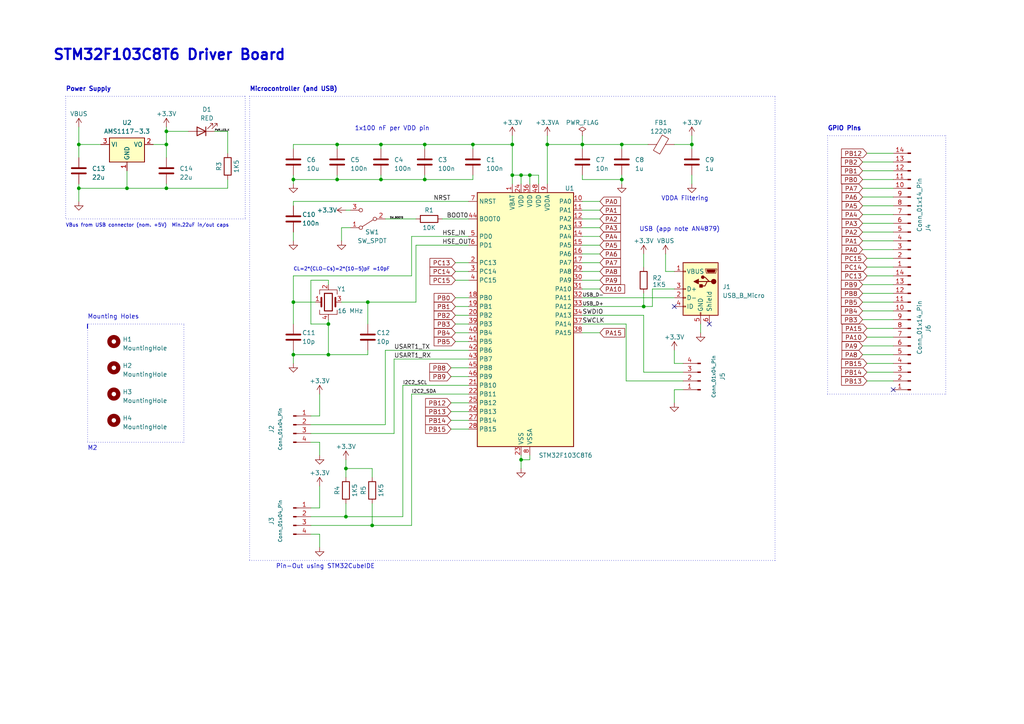
<source format=kicad_sch>
(kicad_sch (version 20230121) (generator eeschema)

  (uuid c8249a6a-8275-47ad-a31b-7b5a0c31d161)

  (paper "A4")

  (title_block
    (title "STM32F103C8T6 Driver Board")
    (date "2023-02-15")
    (rev "0.1")
    (company "DigroDard")
    (comment 1 "Blue Pill")
  )

  (lib_symbols
    (symbol "Connector:Conn_01x04_Pin" (pin_names (offset 1.016) hide) (in_bom yes) (on_board yes)
      (property "Reference" "J" (at 0 5.08 0)
        (effects (font (size 1.27 1.27)))
      )
      (property "Value" "Conn_01x04_Pin" (at 0 -7.62 0)
        (effects (font (size 1.27 1.27)))
      )
      (property "Footprint" "" (at 0 0 0)
        (effects (font (size 1.27 1.27)) hide)
      )
      (property "Datasheet" "~" (at 0 0 0)
        (effects (font (size 1.27 1.27)) hide)
      )
      (property "ki_locked" "" (at 0 0 0)
        (effects (font (size 1.27 1.27)))
      )
      (property "ki_keywords" "connector" (at 0 0 0)
        (effects (font (size 1.27 1.27)) hide)
      )
      (property "ki_description" "Generic connector, single row, 01x04, script generated" (at 0 0 0)
        (effects (font (size 1.27 1.27)) hide)
      )
      (property "ki_fp_filters" "Connector*:*_1x??_*" (at 0 0 0)
        (effects (font (size 1.27 1.27)) hide)
      )
      (symbol "Conn_01x04_Pin_1_1"
        (polyline
          (pts
            (xy 1.27 -5.08)
            (xy 0.8636 -5.08)
          )
          (stroke (width 0.1524) (type default))
          (fill (type none))
        )
        (polyline
          (pts
            (xy 1.27 -2.54)
            (xy 0.8636 -2.54)
          )
          (stroke (width 0.1524) (type default))
          (fill (type none))
        )
        (polyline
          (pts
            (xy 1.27 0)
            (xy 0.8636 0)
          )
          (stroke (width 0.1524) (type default))
          (fill (type none))
        )
        (polyline
          (pts
            (xy 1.27 2.54)
            (xy 0.8636 2.54)
          )
          (stroke (width 0.1524) (type default))
          (fill (type none))
        )
        (rectangle (start 0.8636 -4.953) (end 0 -5.207)
          (stroke (width 0.1524) (type default))
          (fill (type outline))
        )
        (rectangle (start 0.8636 -2.413) (end 0 -2.667)
          (stroke (width 0.1524) (type default))
          (fill (type outline))
        )
        (rectangle (start 0.8636 0.127) (end 0 -0.127)
          (stroke (width 0.1524) (type default))
          (fill (type outline))
        )
        (rectangle (start 0.8636 2.667) (end 0 2.413)
          (stroke (width 0.1524) (type default))
          (fill (type outline))
        )
        (pin passive line (at 5.08 2.54 180) (length 3.81)
          (name "Pin_1" (effects (font (size 1.27 1.27))))
          (number "1" (effects (font (size 1.27 1.27))))
        )
        (pin passive line (at 5.08 0 180) (length 3.81)
          (name "Pin_2" (effects (font (size 1.27 1.27))))
          (number "2" (effects (font (size 1.27 1.27))))
        )
        (pin passive line (at 5.08 -2.54 180) (length 3.81)
          (name "Pin_3" (effects (font (size 1.27 1.27))))
          (number "3" (effects (font (size 1.27 1.27))))
        )
        (pin passive line (at 5.08 -5.08 180) (length 3.81)
          (name "Pin_4" (effects (font (size 1.27 1.27))))
          (number "4" (effects (font (size 1.27 1.27))))
        )
      )
    )
    (symbol "Connector:Conn_01x14_Pin" (pin_names (offset 1.016) hide) (in_bom yes) (on_board yes)
      (property "Reference" "J" (at 0 17.78 0)
        (effects (font (size 1.27 1.27)))
      )
      (property "Value" "Conn_01x14_Pin" (at 0 -20.32 0)
        (effects (font (size 1.27 1.27)))
      )
      (property "Footprint" "" (at 0 0 0)
        (effects (font (size 1.27 1.27)) hide)
      )
      (property "Datasheet" "~" (at 0 0 0)
        (effects (font (size 1.27 1.27)) hide)
      )
      (property "ki_locked" "" (at 0 0 0)
        (effects (font (size 1.27 1.27)))
      )
      (property "ki_keywords" "connector" (at 0 0 0)
        (effects (font (size 1.27 1.27)) hide)
      )
      (property "ki_description" "Generic connector, single row, 01x14, script generated" (at 0 0 0)
        (effects (font (size 1.27 1.27)) hide)
      )
      (property "ki_fp_filters" "Connector*:*_1x??_*" (at 0 0 0)
        (effects (font (size 1.27 1.27)) hide)
      )
      (symbol "Conn_01x14_Pin_1_1"
        (polyline
          (pts
            (xy 1.27 -17.78)
            (xy 0.8636 -17.78)
          )
          (stroke (width 0.1524) (type default))
          (fill (type none))
        )
        (polyline
          (pts
            (xy 1.27 -15.24)
            (xy 0.8636 -15.24)
          )
          (stroke (width 0.1524) (type default))
          (fill (type none))
        )
        (polyline
          (pts
            (xy 1.27 -12.7)
            (xy 0.8636 -12.7)
          )
          (stroke (width 0.1524) (type default))
          (fill (type none))
        )
        (polyline
          (pts
            (xy 1.27 -10.16)
            (xy 0.8636 -10.16)
          )
          (stroke (width 0.1524) (type default))
          (fill (type none))
        )
        (polyline
          (pts
            (xy 1.27 -7.62)
            (xy 0.8636 -7.62)
          )
          (stroke (width 0.1524) (type default))
          (fill (type none))
        )
        (polyline
          (pts
            (xy 1.27 -5.08)
            (xy 0.8636 -5.08)
          )
          (stroke (width 0.1524) (type default))
          (fill (type none))
        )
        (polyline
          (pts
            (xy 1.27 -2.54)
            (xy 0.8636 -2.54)
          )
          (stroke (width 0.1524) (type default))
          (fill (type none))
        )
        (polyline
          (pts
            (xy 1.27 0)
            (xy 0.8636 0)
          )
          (stroke (width 0.1524) (type default))
          (fill (type none))
        )
        (polyline
          (pts
            (xy 1.27 2.54)
            (xy 0.8636 2.54)
          )
          (stroke (width 0.1524) (type default))
          (fill (type none))
        )
        (polyline
          (pts
            (xy 1.27 5.08)
            (xy 0.8636 5.08)
          )
          (stroke (width 0.1524) (type default))
          (fill (type none))
        )
        (polyline
          (pts
            (xy 1.27 7.62)
            (xy 0.8636 7.62)
          )
          (stroke (width 0.1524) (type default))
          (fill (type none))
        )
        (polyline
          (pts
            (xy 1.27 10.16)
            (xy 0.8636 10.16)
          )
          (stroke (width 0.1524) (type default))
          (fill (type none))
        )
        (polyline
          (pts
            (xy 1.27 12.7)
            (xy 0.8636 12.7)
          )
          (stroke (width 0.1524) (type default))
          (fill (type none))
        )
        (polyline
          (pts
            (xy 1.27 15.24)
            (xy 0.8636 15.24)
          )
          (stroke (width 0.1524) (type default))
          (fill (type none))
        )
        (rectangle (start 0.8636 -17.653) (end 0 -17.907)
          (stroke (width 0.1524) (type default))
          (fill (type outline))
        )
        (rectangle (start 0.8636 -15.113) (end 0 -15.367)
          (stroke (width 0.1524) (type default))
          (fill (type outline))
        )
        (rectangle (start 0.8636 -12.573) (end 0 -12.827)
          (stroke (width 0.1524) (type default))
          (fill (type outline))
        )
        (rectangle (start 0.8636 -10.033) (end 0 -10.287)
          (stroke (width 0.1524) (type default))
          (fill (type outline))
        )
        (rectangle (start 0.8636 -7.493) (end 0 -7.747)
          (stroke (width 0.1524) (type default))
          (fill (type outline))
        )
        (rectangle (start 0.8636 -4.953) (end 0 -5.207)
          (stroke (width 0.1524) (type default))
          (fill (type outline))
        )
        (rectangle (start 0.8636 -2.413) (end 0 -2.667)
          (stroke (width 0.1524) (type default))
          (fill (type outline))
        )
        (rectangle (start 0.8636 0.127) (end 0 -0.127)
          (stroke (width 0.1524) (type default))
          (fill (type outline))
        )
        (rectangle (start 0.8636 2.667) (end 0 2.413)
          (stroke (width 0.1524) (type default))
          (fill (type outline))
        )
        (rectangle (start 0.8636 5.207) (end 0 4.953)
          (stroke (width 0.1524) (type default))
          (fill (type outline))
        )
        (rectangle (start 0.8636 7.747) (end 0 7.493)
          (stroke (width 0.1524) (type default))
          (fill (type outline))
        )
        (rectangle (start 0.8636 10.287) (end 0 10.033)
          (stroke (width 0.1524) (type default))
          (fill (type outline))
        )
        (rectangle (start 0.8636 12.827) (end 0 12.573)
          (stroke (width 0.1524) (type default))
          (fill (type outline))
        )
        (rectangle (start 0.8636 15.367) (end 0 15.113)
          (stroke (width 0.1524) (type default))
          (fill (type outline))
        )
        (pin passive line (at 5.08 15.24 180) (length 3.81)
          (name "Pin_1" (effects (font (size 1.27 1.27))))
          (number "1" (effects (font (size 1.27 1.27))))
        )
        (pin passive line (at 5.08 -7.62 180) (length 3.81)
          (name "Pin_10" (effects (font (size 1.27 1.27))))
          (number "10" (effects (font (size 1.27 1.27))))
        )
        (pin passive line (at 5.08 -10.16 180) (length 3.81)
          (name "Pin_11" (effects (font (size 1.27 1.27))))
          (number "11" (effects (font (size 1.27 1.27))))
        )
        (pin passive line (at 5.08 -12.7 180) (length 3.81)
          (name "Pin_12" (effects (font (size 1.27 1.27))))
          (number "12" (effects (font (size 1.27 1.27))))
        )
        (pin passive line (at 5.08 -15.24 180) (length 3.81)
          (name "Pin_13" (effects (font (size 1.27 1.27))))
          (number "13" (effects (font (size 1.27 1.27))))
        )
        (pin passive line (at 5.08 -17.78 180) (length 3.81)
          (name "Pin_14" (effects (font (size 1.27 1.27))))
          (number "14" (effects (font (size 1.27 1.27))))
        )
        (pin passive line (at 5.08 12.7 180) (length 3.81)
          (name "Pin_2" (effects (font (size 1.27 1.27))))
          (number "2" (effects (font (size 1.27 1.27))))
        )
        (pin passive line (at 5.08 10.16 180) (length 3.81)
          (name "Pin_3" (effects (font (size 1.27 1.27))))
          (number "3" (effects (font (size 1.27 1.27))))
        )
        (pin passive line (at 5.08 7.62 180) (length 3.81)
          (name "Pin_4" (effects (font (size 1.27 1.27))))
          (number "4" (effects (font (size 1.27 1.27))))
        )
        (pin passive line (at 5.08 5.08 180) (length 3.81)
          (name "Pin_5" (effects (font (size 1.27 1.27))))
          (number "5" (effects (font (size 1.27 1.27))))
        )
        (pin passive line (at 5.08 2.54 180) (length 3.81)
          (name "Pin_6" (effects (font (size 1.27 1.27))))
          (number "6" (effects (font (size 1.27 1.27))))
        )
        (pin passive line (at 5.08 0 180) (length 3.81)
          (name "Pin_7" (effects (font (size 1.27 1.27))))
          (number "7" (effects (font (size 1.27 1.27))))
        )
        (pin passive line (at 5.08 -2.54 180) (length 3.81)
          (name "Pin_8" (effects (font (size 1.27 1.27))))
          (number "8" (effects (font (size 1.27 1.27))))
        )
        (pin passive line (at 5.08 -5.08 180) (length 3.81)
          (name "Pin_9" (effects (font (size 1.27 1.27))))
          (number "9" (effects (font (size 1.27 1.27))))
        )
      )
    )
    (symbol "Connector:USB_B_Micro" (pin_names (offset 1.016)) (in_bom yes) (on_board yes)
      (property "Reference" "J" (at -5.08 11.43 0)
        (effects (font (size 1.27 1.27)) (justify left))
      )
      (property "Value" "USB_B_Micro" (at -5.08 8.89 0)
        (effects (font (size 1.27 1.27)) (justify left))
      )
      (property "Footprint" "" (at 3.81 -1.27 0)
        (effects (font (size 1.27 1.27)) hide)
      )
      (property "Datasheet" "~" (at 3.81 -1.27 0)
        (effects (font (size 1.27 1.27)) hide)
      )
      (property "ki_keywords" "connector USB micro" (at 0 0 0)
        (effects (font (size 1.27 1.27)) hide)
      )
      (property "ki_description" "USB Micro Type B connector" (at 0 0 0)
        (effects (font (size 1.27 1.27)) hide)
      )
      (property "ki_fp_filters" "USB*" (at 0 0 0)
        (effects (font (size 1.27 1.27)) hide)
      )
      (symbol "USB_B_Micro_0_1"
        (rectangle (start -5.08 -7.62) (end 5.08 7.62)
          (stroke (width 0.254) (type default))
          (fill (type background))
        )
        (circle (center -3.81 2.159) (radius 0.635)
          (stroke (width 0.254) (type default))
          (fill (type outline))
        )
        (circle (center -0.635 3.429) (radius 0.381)
          (stroke (width 0.254) (type default))
          (fill (type outline))
        )
        (rectangle (start -0.127 -7.62) (end 0.127 -6.858)
          (stroke (width 0) (type default))
          (fill (type none))
        )
        (polyline
          (pts
            (xy -1.905 2.159)
            (xy 0.635 2.159)
          )
          (stroke (width 0.254) (type default))
          (fill (type none))
        )
        (polyline
          (pts
            (xy -3.175 2.159)
            (xy -2.54 2.159)
            (xy -1.27 3.429)
            (xy -0.635 3.429)
          )
          (stroke (width 0.254) (type default))
          (fill (type none))
        )
        (polyline
          (pts
            (xy -2.54 2.159)
            (xy -1.905 2.159)
            (xy -1.27 0.889)
            (xy 0 0.889)
          )
          (stroke (width 0.254) (type default))
          (fill (type none))
        )
        (polyline
          (pts
            (xy 0.635 2.794)
            (xy 0.635 1.524)
            (xy 1.905 2.159)
            (xy 0.635 2.794)
          )
          (stroke (width 0.254) (type default))
          (fill (type outline))
        )
        (polyline
          (pts
            (xy -4.318 5.588)
            (xy -1.778 5.588)
            (xy -2.032 4.826)
            (xy -4.064 4.826)
            (xy -4.318 5.588)
          )
          (stroke (width 0) (type default))
          (fill (type outline))
        )
        (polyline
          (pts
            (xy -4.699 5.842)
            (xy -4.699 5.588)
            (xy -4.445 4.826)
            (xy -4.445 4.572)
            (xy -1.651 4.572)
            (xy -1.651 4.826)
            (xy -1.397 5.588)
            (xy -1.397 5.842)
            (xy -4.699 5.842)
          )
          (stroke (width 0) (type default))
          (fill (type none))
        )
        (rectangle (start 0.254 1.27) (end -0.508 0.508)
          (stroke (width 0.254) (type default))
          (fill (type outline))
        )
        (rectangle (start 5.08 -5.207) (end 4.318 -4.953)
          (stroke (width 0) (type default))
          (fill (type none))
        )
        (rectangle (start 5.08 -2.667) (end 4.318 -2.413)
          (stroke (width 0) (type default))
          (fill (type none))
        )
        (rectangle (start 5.08 -0.127) (end 4.318 0.127)
          (stroke (width 0) (type default))
          (fill (type none))
        )
        (rectangle (start 5.08 4.953) (end 4.318 5.207)
          (stroke (width 0) (type default))
          (fill (type none))
        )
      )
      (symbol "USB_B_Micro_1_1"
        (pin power_out line (at 7.62 5.08 180) (length 2.54)
          (name "VBUS" (effects (font (size 1.27 1.27))))
          (number "1" (effects (font (size 1.27 1.27))))
        )
        (pin bidirectional line (at 7.62 -2.54 180) (length 2.54)
          (name "D-" (effects (font (size 1.27 1.27))))
          (number "2" (effects (font (size 1.27 1.27))))
        )
        (pin bidirectional line (at 7.62 0 180) (length 2.54)
          (name "D+" (effects (font (size 1.27 1.27))))
          (number "3" (effects (font (size 1.27 1.27))))
        )
        (pin passive line (at 7.62 -5.08 180) (length 2.54)
          (name "ID" (effects (font (size 1.27 1.27))))
          (number "4" (effects (font (size 1.27 1.27))))
        )
        (pin power_out line (at 0 -10.16 90) (length 2.54)
          (name "GND" (effects (font (size 1.27 1.27))))
          (number "5" (effects (font (size 1.27 1.27))))
        )
        (pin passive line (at -2.54 -10.16 90) (length 2.54)
          (name "Shield" (effects (font (size 1.27 1.27))))
          (number "6" (effects (font (size 1.27 1.27))))
        )
      )
    )
    (symbol "Device:C" (pin_numbers hide) (pin_names (offset 0.254)) (in_bom yes) (on_board yes)
      (property "Reference" "C" (at 0.635 2.54 0)
        (effects (font (size 1.27 1.27)) (justify left))
      )
      (property "Value" "C" (at 0.635 -2.54 0)
        (effects (font (size 1.27 1.27)) (justify left))
      )
      (property "Footprint" "" (at 0.9652 -3.81 0)
        (effects (font (size 1.27 1.27)) hide)
      )
      (property "Datasheet" "~" (at 0 0 0)
        (effects (font (size 1.27 1.27)) hide)
      )
      (property "ki_keywords" "cap capacitor" (at 0 0 0)
        (effects (font (size 1.27 1.27)) hide)
      )
      (property "ki_description" "Unpolarized capacitor" (at 0 0 0)
        (effects (font (size 1.27 1.27)) hide)
      )
      (property "ki_fp_filters" "C_*" (at 0 0 0)
        (effects (font (size 1.27 1.27)) hide)
      )
      (symbol "C_0_1"
        (polyline
          (pts
            (xy -2.032 -0.762)
            (xy 2.032 -0.762)
          )
          (stroke (width 0.508) (type default))
          (fill (type none))
        )
        (polyline
          (pts
            (xy -2.032 0.762)
            (xy 2.032 0.762)
          )
          (stroke (width 0.508) (type default))
          (fill (type none))
        )
      )
      (symbol "C_1_1"
        (pin passive line (at 0 3.81 270) (length 2.794)
          (name "~" (effects (font (size 1.27 1.27))))
          (number "1" (effects (font (size 1.27 1.27))))
        )
        (pin passive line (at 0 -3.81 90) (length 2.794)
          (name "~" (effects (font (size 1.27 1.27))))
          (number "2" (effects (font (size 1.27 1.27))))
        )
      )
    )
    (symbol "Device:Crystal_GND24" (pin_names (offset 1.016) hide) (in_bom yes) (on_board yes)
      (property "Reference" "Y" (at 3.175 5.08 0)
        (effects (font (size 1.27 1.27)) (justify left))
      )
      (property "Value" "Crystal_GND24" (at 3.175 3.175 0)
        (effects (font (size 1.27 1.27)) (justify left))
      )
      (property "Footprint" "" (at 0 0 0)
        (effects (font (size 1.27 1.27)) hide)
      )
      (property "Datasheet" "~" (at 0 0 0)
        (effects (font (size 1.27 1.27)) hide)
      )
      (property "ki_keywords" "quartz ceramic resonator oscillator" (at 0 0 0)
        (effects (font (size 1.27 1.27)) hide)
      )
      (property "ki_description" "Four pin crystal, GND on pins 2 and 4" (at 0 0 0)
        (effects (font (size 1.27 1.27)) hide)
      )
      (property "ki_fp_filters" "Crystal*" (at 0 0 0)
        (effects (font (size 1.27 1.27)) hide)
      )
      (symbol "Crystal_GND24_0_1"
        (rectangle (start -1.143 2.54) (end 1.143 -2.54)
          (stroke (width 0.3048) (type default))
          (fill (type none))
        )
        (polyline
          (pts
            (xy -2.54 0)
            (xy -2.032 0)
          )
          (stroke (width 0) (type default))
          (fill (type none))
        )
        (polyline
          (pts
            (xy -2.032 -1.27)
            (xy -2.032 1.27)
          )
          (stroke (width 0.508) (type default))
          (fill (type none))
        )
        (polyline
          (pts
            (xy 0 -3.81)
            (xy 0 -3.556)
          )
          (stroke (width 0) (type default))
          (fill (type none))
        )
        (polyline
          (pts
            (xy 0 3.556)
            (xy 0 3.81)
          )
          (stroke (width 0) (type default))
          (fill (type none))
        )
        (polyline
          (pts
            (xy 2.032 -1.27)
            (xy 2.032 1.27)
          )
          (stroke (width 0.508) (type default))
          (fill (type none))
        )
        (polyline
          (pts
            (xy 2.032 0)
            (xy 2.54 0)
          )
          (stroke (width 0) (type default))
          (fill (type none))
        )
        (polyline
          (pts
            (xy -2.54 -2.286)
            (xy -2.54 -3.556)
            (xy 2.54 -3.556)
            (xy 2.54 -2.286)
          )
          (stroke (width 0) (type default))
          (fill (type none))
        )
        (polyline
          (pts
            (xy -2.54 2.286)
            (xy -2.54 3.556)
            (xy 2.54 3.556)
            (xy 2.54 2.286)
          )
          (stroke (width 0) (type default))
          (fill (type none))
        )
      )
      (symbol "Crystal_GND24_1_1"
        (pin passive line (at -3.81 0 0) (length 1.27)
          (name "1" (effects (font (size 1.27 1.27))))
          (number "1" (effects (font (size 1.27 1.27))))
        )
        (pin passive line (at 0 5.08 270) (length 1.27)
          (name "2" (effects (font (size 1.27 1.27))))
          (number "2" (effects (font (size 1.27 1.27))))
        )
        (pin passive line (at 3.81 0 180) (length 1.27)
          (name "3" (effects (font (size 1.27 1.27))))
          (number "3" (effects (font (size 1.27 1.27))))
        )
        (pin passive line (at 0 -5.08 90) (length 1.27)
          (name "4" (effects (font (size 1.27 1.27))))
          (number "4" (effects (font (size 1.27 1.27))))
        )
      )
    )
    (symbol "Device:FerriteBead" (pin_numbers hide) (pin_names (offset 0)) (in_bom yes) (on_board yes)
      (property "Reference" "FB" (at -3.81 0.635 90)
        (effects (font (size 1.27 1.27)))
      )
      (property "Value" "FerriteBead" (at 3.81 0 90)
        (effects (font (size 1.27 1.27)))
      )
      (property "Footprint" "" (at -1.778 0 90)
        (effects (font (size 1.27 1.27)) hide)
      )
      (property "Datasheet" "~" (at 0 0 0)
        (effects (font (size 1.27 1.27)) hide)
      )
      (property "ki_keywords" "L ferrite bead inductor filter" (at 0 0 0)
        (effects (font (size 1.27 1.27)) hide)
      )
      (property "ki_description" "Ferrite bead" (at 0 0 0)
        (effects (font (size 1.27 1.27)) hide)
      )
      (property "ki_fp_filters" "Inductor_* L_* *Ferrite*" (at 0 0 0)
        (effects (font (size 1.27 1.27)) hide)
      )
      (symbol "FerriteBead_0_1"
        (polyline
          (pts
            (xy 0 -1.27)
            (xy 0 -1.2192)
          )
          (stroke (width 0) (type default))
          (fill (type none))
        )
        (polyline
          (pts
            (xy 0 1.27)
            (xy 0 1.2954)
          )
          (stroke (width 0) (type default))
          (fill (type none))
        )
        (polyline
          (pts
            (xy -2.7686 0.4064)
            (xy -1.7018 2.2606)
            (xy 2.7686 -0.3048)
            (xy 1.6764 -2.159)
            (xy -2.7686 0.4064)
          )
          (stroke (width 0) (type default))
          (fill (type none))
        )
      )
      (symbol "FerriteBead_1_1"
        (pin passive line (at 0 3.81 270) (length 2.54)
          (name "~" (effects (font (size 1.27 1.27))))
          (number "1" (effects (font (size 1.27 1.27))))
        )
        (pin passive line (at 0 -3.81 90) (length 2.54)
          (name "~" (effects (font (size 1.27 1.27))))
          (number "2" (effects (font (size 1.27 1.27))))
        )
      )
    )
    (symbol "Device:LED" (pin_numbers hide) (pin_names (offset 1.016) hide) (in_bom yes) (on_board yes)
      (property "Reference" "D" (at 0 2.54 0)
        (effects (font (size 1.27 1.27)))
      )
      (property "Value" "LED" (at 0 -2.54 0)
        (effects (font (size 1.27 1.27)))
      )
      (property "Footprint" "" (at 0 0 0)
        (effects (font (size 1.27 1.27)) hide)
      )
      (property "Datasheet" "~" (at 0 0 0)
        (effects (font (size 1.27 1.27)) hide)
      )
      (property "ki_keywords" "LED diode" (at 0 0 0)
        (effects (font (size 1.27 1.27)) hide)
      )
      (property "ki_description" "Light emitting diode" (at 0 0 0)
        (effects (font (size 1.27 1.27)) hide)
      )
      (property "ki_fp_filters" "LED* LED_SMD:* LED_THT:*" (at 0 0 0)
        (effects (font (size 1.27 1.27)) hide)
      )
      (symbol "LED_0_1"
        (polyline
          (pts
            (xy -1.27 -1.27)
            (xy -1.27 1.27)
          )
          (stroke (width 0.254) (type default))
          (fill (type none))
        )
        (polyline
          (pts
            (xy -1.27 0)
            (xy 1.27 0)
          )
          (stroke (width 0) (type default))
          (fill (type none))
        )
        (polyline
          (pts
            (xy 1.27 -1.27)
            (xy 1.27 1.27)
            (xy -1.27 0)
            (xy 1.27 -1.27)
          )
          (stroke (width 0.254) (type default))
          (fill (type none))
        )
        (polyline
          (pts
            (xy -3.048 -0.762)
            (xy -4.572 -2.286)
            (xy -3.81 -2.286)
            (xy -4.572 -2.286)
            (xy -4.572 -1.524)
          )
          (stroke (width 0) (type default))
          (fill (type none))
        )
        (polyline
          (pts
            (xy -1.778 -0.762)
            (xy -3.302 -2.286)
            (xy -2.54 -2.286)
            (xy -3.302 -2.286)
            (xy -3.302 -1.524)
          )
          (stroke (width 0) (type default))
          (fill (type none))
        )
      )
      (symbol "LED_1_1"
        (pin passive line (at -3.81 0 0) (length 2.54)
          (name "K" (effects (font (size 1.27 1.27))))
          (number "1" (effects (font (size 1.27 1.27))))
        )
        (pin passive line (at 3.81 0 180) (length 2.54)
          (name "A" (effects (font (size 1.27 1.27))))
          (number "2" (effects (font (size 1.27 1.27))))
        )
      )
    )
    (symbol "Device:R" (pin_numbers hide) (pin_names (offset 0)) (in_bom yes) (on_board yes)
      (property "Reference" "R" (at 2.032 0 90)
        (effects (font (size 1.27 1.27)))
      )
      (property "Value" "R" (at 0 0 90)
        (effects (font (size 1.27 1.27)))
      )
      (property "Footprint" "" (at -1.778 0 90)
        (effects (font (size 1.27 1.27)) hide)
      )
      (property "Datasheet" "~" (at 0 0 0)
        (effects (font (size 1.27 1.27)) hide)
      )
      (property "ki_keywords" "R res resistor" (at 0 0 0)
        (effects (font (size 1.27 1.27)) hide)
      )
      (property "ki_description" "Resistor" (at 0 0 0)
        (effects (font (size 1.27 1.27)) hide)
      )
      (property "ki_fp_filters" "R_*" (at 0 0 0)
        (effects (font (size 1.27 1.27)) hide)
      )
      (symbol "R_0_1"
        (rectangle (start -1.016 -2.54) (end 1.016 2.54)
          (stroke (width 0.254) (type default))
          (fill (type none))
        )
      )
      (symbol "R_1_1"
        (pin passive line (at 0 3.81 270) (length 1.27)
          (name "~" (effects (font (size 1.27 1.27))))
          (number "1" (effects (font (size 1.27 1.27))))
        )
        (pin passive line (at 0 -3.81 90) (length 1.27)
          (name "~" (effects (font (size 1.27 1.27))))
          (number "2" (effects (font (size 1.27 1.27))))
        )
      )
    )
    (symbol "MCU_ST_STM32F1:STM32F103C8Tx" (in_bom yes) (on_board yes)
      (property "Reference" "U" (at -12.7 39.37 0)
        (effects (font (size 1.27 1.27)) (justify left))
      )
      (property "Value" "STM32F103C8Tx" (at 10.16 39.37 0)
        (effects (font (size 1.27 1.27)) (justify left))
      )
      (property "Footprint" "Package_QFP:LQFP-48_7x7mm_P0.5mm" (at -12.7 -35.56 0)
        (effects (font (size 1.27 1.27)) (justify right) hide)
      )
      (property "Datasheet" "https://www.st.com/resource/en/datasheet/stm32f103c8.pdf" (at 0 0 0)
        (effects (font (size 1.27 1.27)) hide)
      )
      (property "ki_locked" "" (at 0 0 0)
        (effects (font (size 1.27 1.27)))
      )
      (property "ki_keywords" "Arm Cortex-M3 STM32F1 STM32F103" (at 0 0 0)
        (effects (font (size 1.27 1.27)) hide)
      )
      (property "ki_description" "STMicroelectronics Arm Cortex-M3 MCU, 64KB flash, 20KB RAM, 72 MHz, 2.0-3.6V, 37 GPIO, LQFP48" (at 0 0 0)
        (effects (font (size 1.27 1.27)) hide)
      )
      (property "ki_fp_filters" "LQFP*7x7mm*P0.5mm*" (at 0 0 0)
        (effects (font (size 1.27 1.27)) hide)
      )
      (symbol "STM32F103C8Tx_0_1"
        (rectangle (start -12.7 -35.56) (end 15.24 38.1)
          (stroke (width 0.254) (type default))
          (fill (type background))
        )
      )
      (symbol "STM32F103C8Tx_1_1"
        (pin power_in line (at -2.54 40.64 270) (length 2.54)
          (name "VBAT" (effects (font (size 1.27 1.27))))
          (number "1" (effects (font (size 1.27 1.27))))
        )
        (pin bidirectional line (at 17.78 35.56 180) (length 2.54)
          (name "PA0" (effects (font (size 1.27 1.27))))
          (number "10" (effects (font (size 1.27 1.27))))
          (alternate "ADC1_IN0" bidirectional line)
          (alternate "ADC2_IN0" bidirectional line)
          (alternate "SYS_WKUP" bidirectional line)
          (alternate "TIM2_CH1" bidirectional line)
          (alternate "TIM2_ETR" bidirectional line)
          (alternate "USART2_CTS" bidirectional line)
        )
        (pin bidirectional line (at 17.78 33.02 180) (length 2.54)
          (name "PA1" (effects (font (size 1.27 1.27))))
          (number "11" (effects (font (size 1.27 1.27))))
          (alternate "ADC1_IN1" bidirectional line)
          (alternate "ADC2_IN1" bidirectional line)
          (alternate "TIM2_CH2" bidirectional line)
          (alternate "USART2_RTS" bidirectional line)
        )
        (pin bidirectional line (at 17.78 30.48 180) (length 2.54)
          (name "PA2" (effects (font (size 1.27 1.27))))
          (number "12" (effects (font (size 1.27 1.27))))
          (alternate "ADC1_IN2" bidirectional line)
          (alternate "ADC2_IN2" bidirectional line)
          (alternate "TIM2_CH3" bidirectional line)
          (alternate "USART2_TX" bidirectional line)
        )
        (pin bidirectional line (at 17.78 27.94 180) (length 2.54)
          (name "PA3" (effects (font (size 1.27 1.27))))
          (number "13" (effects (font (size 1.27 1.27))))
          (alternate "ADC1_IN3" bidirectional line)
          (alternate "ADC2_IN3" bidirectional line)
          (alternate "TIM2_CH4" bidirectional line)
          (alternate "USART2_RX" bidirectional line)
        )
        (pin bidirectional line (at 17.78 25.4 180) (length 2.54)
          (name "PA4" (effects (font (size 1.27 1.27))))
          (number "14" (effects (font (size 1.27 1.27))))
          (alternate "ADC1_IN4" bidirectional line)
          (alternate "ADC2_IN4" bidirectional line)
          (alternate "SPI1_NSS" bidirectional line)
          (alternate "USART2_CK" bidirectional line)
        )
        (pin bidirectional line (at 17.78 22.86 180) (length 2.54)
          (name "PA5" (effects (font (size 1.27 1.27))))
          (number "15" (effects (font (size 1.27 1.27))))
          (alternate "ADC1_IN5" bidirectional line)
          (alternate "ADC2_IN5" bidirectional line)
          (alternate "SPI1_SCK" bidirectional line)
        )
        (pin bidirectional line (at 17.78 20.32 180) (length 2.54)
          (name "PA6" (effects (font (size 1.27 1.27))))
          (number "16" (effects (font (size 1.27 1.27))))
          (alternate "ADC1_IN6" bidirectional line)
          (alternate "ADC2_IN6" bidirectional line)
          (alternate "SPI1_MISO" bidirectional line)
          (alternate "TIM1_BKIN" bidirectional line)
          (alternate "TIM3_CH1" bidirectional line)
        )
        (pin bidirectional line (at 17.78 17.78 180) (length 2.54)
          (name "PA7" (effects (font (size 1.27 1.27))))
          (number "17" (effects (font (size 1.27 1.27))))
          (alternate "ADC1_IN7" bidirectional line)
          (alternate "ADC2_IN7" bidirectional line)
          (alternate "SPI1_MOSI" bidirectional line)
          (alternate "TIM1_CH1N" bidirectional line)
          (alternate "TIM3_CH2" bidirectional line)
        )
        (pin bidirectional line (at -15.24 7.62 0) (length 2.54)
          (name "PB0" (effects (font (size 1.27 1.27))))
          (number "18" (effects (font (size 1.27 1.27))))
          (alternate "ADC1_IN8" bidirectional line)
          (alternate "ADC2_IN8" bidirectional line)
          (alternate "TIM1_CH2N" bidirectional line)
          (alternate "TIM3_CH3" bidirectional line)
        )
        (pin bidirectional line (at -15.24 5.08 0) (length 2.54)
          (name "PB1" (effects (font (size 1.27 1.27))))
          (number "19" (effects (font (size 1.27 1.27))))
          (alternate "ADC1_IN9" bidirectional line)
          (alternate "ADC2_IN9" bidirectional line)
          (alternate "TIM1_CH3N" bidirectional line)
          (alternate "TIM3_CH4" bidirectional line)
        )
        (pin bidirectional line (at -15.24 17.78 0) (length 2.54)
          (name "PC13" (effects (font (size 1.27 1.27))))
          (number "2" (effects (font (size 1.27 1.27))))
          (alternate "RTC_OUT" bidirectional line)
          (alternate "RTC_TAMPER" bidirectional line)
        )
        (pin bidirectional line (at -15.24 2.54 0) (length 2.54)
          (name "PB2" (effects (font (size 1.27 1.27))))
          (number "20" (effects (font (size 1.27 1.27))))
        )
        (pin bidirectional line (at -15.24 -17.78 0) (length 2.54)
          (name "PB10" (effects (font (size 1.27 1.27))))
          (number "21" (effects (font (size 1.27 1.27))))
          (alternate "I2C2_SCL" bidirectional line)
          (alternate "TIM2_CH3" bidirectional line)
          (alternate "USART3_TX" bidirectional line)
        )
        (pin bidirectional line (at -15.24 -20.32 0) (length 2.54)
          (name "PB11" (effects (font (size 1.27 1.27))))
          (number "22" (effects (font (size 1.27 1.27))))
          (alternate "ADC1_EXTI11" bidirectional line)
          (alternate "ADC2_EXTI11" bidirectional line)
          (alternate "I2C2_SDA" bidirectional line)
          (alternate "TIM2_CH4" bidirectional line)
          (alternate "USART3_RX" bidirectional line)
        )
        (pin power_in line (at 0 -38.1 90) (length 2.54)
          (name "VSS" (effects (font (size 1.27 1.27))))
          (number "23" (effects (font (size 1.27 1.27))))
        )
        (pin power_in line (at 0 40.64 270) (length 2.54)
          (name "VDD" (effects (font (size 1.27 1.27))))
          (number "24" (effects (font (size 1.27 1.27))))
        )
        (pin bidirectional line (at -15.24 -22.86 0) (length 2.54)
          (name "PB12" (effects (font (size 1.27 1.27))))
          (number "25" (effects (font (size 1.27 1.27))))
          (alternate "I2C2_SMBA" bidirectional line)
          (alternate "SPI2_NSS" bidirectional line)
          (alternate "TIM1_BKIN" bidirectional line)
          (alternate "USART3_CK" bidirectional line)
        )
        (pin bidirectional line (at -15.24 -25.4 0) (length 2.54)
          (name "PB13" (effects (font (size 1.27 1.27))))
          (number "26" (effects (font (size 1.27 1.27))))
          (alternate "SPI2_SCK" bidirectional line)
          (alternate "TIM1_CH1N" bidirectional line)
          (alternate "USART3_CTS" bidirectional line)
        )
        (pin bidirectional line (at -15.24 -27.94 0) (length 2.54)
          (name "PB14" (effects (font (size 1.27 1.27))))
          (number "27" (effects (font (size 1.27 1.27))))
          (alternate "SPI2_MISO" bidirectional line)
          (alternate "TIM1_CH2N" bidirectional line)
          (alternate "USART3_RTS" bidirectional line)
        )
        (pin bidirectional line (at -15.24 -30.48 0) (length 2.54)
          (name "PB15" (effects (font (size 1.27 1.27))))
          (number "28" (effects (font (size 1.27 1.27))))
          (alternate "ADC1_EXTI15" bidirectional line)
          (alternate "ADC2_EXTI15" bidirectional line)
          (alternate "SPI2_MOSI" bidirectional line)
          (alternate "TIM1_CH3N" bidirectional line)
        )
        (pin bidirectional line (at 17.78 15.24 180) (length 2.54)
          (name "PA8" (effects (font (size 1.27 1.27))))
          (number "29" (effects (font (size 1.27 1.27))))
          (alternate "RCC_MCO" bidirectional line)
          (alternate "TIM1_CH1" bidirectional line)
          (alternate "USART1_CK" bidirectional line)
        )
        (pin bidirectional line (at -15.24 15.24 0) (length 2.54)
          (name "PC14" (effects (font (size 1.27 1.27))))
          (number "3" (effects (font (size 1.27 1.27))))
          (alternate "RCC_OSC32_IN" bidirectional line)
        )
        (pin bidirectional line (at 17.78 12.7 180) (length 2.54)
          (name "PA9" (effects (font (size 1.27 1.27))))
          (number "30" (effects (font (size 1.27 1.27))))
          (alternate "TIM1_CH2" bidirectional line)
          (alternate "USART1_TX" bidirectional line)
        )
        (pin bidirectional line (at 17.78 10.16 180) (length 2.54)
          (name "PA10" (effects (font (size 1.27 1.27))))
          (number "31" (effects (font (size 1.27 1.27))))
          (alternate "TIM1_CH3" bidirectional line)
          (alternate "USART1_RX" bidirectional line)
        )
        (pin bidirectional line (at 17.78 7.62 180) (length 2.54)
          (name "PA11" (effects (font (size 1.27 1.27))))
          (number "32" (effects (font (size 1.27 1.27))))
          (alternate "ADC1_EXTI11" bidirectional line)
          (alternate "ADC2_EXTI11" bidirectional line)
          (alternate "CAN_RX" bidirectional line)
          (alternate "TIM1_CH4" bidirectional line)
          (alternate "USART1_CTS" bidirectional line)
          (alternate "USB_DM" bidirectional line)
        )
        (pin bidirectional line (at 17.78 5.08 180) (length 2.54)
          (name "PA12" (effects (font (size 1.27 1.27))))
          (number "33" (effects (font (size 1.27 1.27))))
          (alternate "CAN_TX" bidirectional line)
          (alternate "TIM1_ETR" bidirectional line)
          (alternate "USART1_RTS" bidirectional line)
          (alternate "USB_DP" bidirectional line)
        )
        (pin bidirectional line (at 17.78 2.54 180) (length 2.54)
          (name "PA13" (effects (font (size 1.27 1.27))))
          (number "34" (effects (font (size 1.27 1.27))))
          (alternate "SYS_JTMS-SWDIO" bidirectional line)
        )
        (pin passive line (at 0 -38.1 90) (length 2.54) hide
          (name "VSS" (effects (font (size 1.27 1.27))))
          (number "35" (effects (font (size 1.27 1.27))))
        )
        (pin power_in line (at 2.54 40.64 270) (length 2.54)
          (name "VDD" (effects (font (size 1.27 1.27))))
          (number "36" (effects (font (size 1.27 1.27))))
        )
        (pin bidirectional line (at 17.78 0 180) (length 2.54)
          (name "PA14" (effects (font (size 1.27 1.27))))
          (number "37" (effects (font (size 1.27 1.27))))
          (alternate "SYS_JTCK-SWCLK" bidirectional line)
        )
        (pin bidirectional line (at 17.78 -2.54 180) (length 2.54)
          (name "PA15" (effects (font (size 1.27 1.27))))
          (number "38" (effects (font (size 1.27 1.27))))
          (alternate "ADC1_EXTI15" bidirectional line)
          (alternate "ADC2_EXTI15" bidirectional line)
          (alternate "SPI1_NSS" bidirectional line)
          (alternate "SYS_JTDI" bidirectional line)
          (alternate "TIM2_CH1" bidirectional line)
          (alternate "TIM2_ETR" bidirectional line)
        )
        (pin bidirectional line (at -15.24 0 0) (length 2.54)
          (name "PB3" (effects (font (size 1.27 1.27))))
          (number "39" (effects (font (size 1.27 1.27))))
          (alternate "SPI1_SCK" bidirectional line)
          (alternate "SYS_JTDO-TRACESWO" bidirectional line)
          (alternate "TIM2_CH2" bidirectional line)
        )
        (pin bidirectional line (at -15.24 12.7 0) (length 2.54)
          (name "PC15" (effects (font (size 1.27 1.27))))
          (number "4" (effects (font (size 1.27 1.27))))
          (alternate "ADC1_EXTI15" bidirectional line)
          (alternate "ADC2_EXTI15" bidirectional line)
          (alternate "RCC_OSC32_OUT" bidirectional line)
        )
        (pin bidirectional line (at -15.24 -2.54 0) (length 2.54)
          (name "PB4" (effects (font (size 1.27 1.27))))
          (number "40" (effects (font (size 1.27 1.27))))
          (alternate "SPI1_MISO" bidirectional line)
          (alternate "SYS_NJTRST" bidirectional line)
          (alternate "TIM3_CH1" bidirectional line)
        )
        (pin bidirectional line (at -15.24 -5.08 0) (length 2.54)
          (name "PB5" (effects (font (size 1.27 1.27))))
          (number "41" (effects (font (size 1.27 1.27))))
          (alternate "I2C1_SMBA" bidirectional line)
          (alternate "SPI1_MOSI" bidirectional line)
          (alternate "TIM3_CH2" bidirectional line)
        )
        (pin bidirectional line (at -15.24 -7.62 0) (length 2.54)
          (name "PB6" (effects (font (size 1.27 1.27))))
          (number "42" (effects (font (size 1.27 1.27))))
          (alternate "I2C1_SCL" bidirectional line)
          (alternate "TIM4_CH1" bidirectional line)
          (alternate "USART1_TX" bidirectional line)
        )
        (pin bidirectional line (at -15.24 -10.16 0) (length 2.54)
          (name "PB7" (effects (font (size 1.27 1.27))))
          (number "43" (effects (font (size 1.27 1.27))))
          (alternate "I2C1_SDA" bidirectional line)
          (alternate "TIM4_CH2" bidirectional line)
          (alternate "USART1_RX" bidirectional line)
        )
        (pin input line (at -15.24 30.48 0) (length 2.54)
          (name "BOOT0" (effects (font (size 1.27 1.27))))
          (number "44" (effects (font (size 1.27 1.27))))
        )
        (pin bidirectional line (at -15.24 -12.7 0) (length 2.54)
          (name "PB8" (effects (font (size 1.27 1.27))))
          (number "45" (effects (font (size 1.27 1.27))))
          (alternate "CAN_RX" bidirectional line)
          (alternate "I2C1_SCL" bidirectional line)
          (alternate "TIM4_CH3" bidirectional line)
        )
        (pin bidirectional line (at -15.24 -15.24 0) (length 2.54)
          (name "PB9" (effects (font (size 1.27 1.27))))
          (number "46" (effects (font (size 1.27 1.27))))
          (alternate "CAN_TX" bidirectional line)
          (alternate "I2C1_SDA" bidirectional line)
          (alternate "TIM4_CH4" bidirectional line)
        )
        (pin passive line (at 0 -38.1 90) (length 2.54) hide
          (name "VSS" (effects (font (size 1.27 1.27))))
          (number "47" (effects (font (size 1.27 1.27))))
        )
        (pin power_in line (at 5.08 40.64 270) (length 2.54)
          (name "VDD" (effects (font (size 1.27 1.27))))
          (number "48" (effects (font (size 1.27 1.27))))
        )
        (pin bidirectional line (at -15.24 25.4 0) (length 2.54)
          (name "PD0" (effects (font (size 1.27 1.27))))
          (number "5" (effects (font (size 1.27 1.27))))
          (alternate "RCC_OSC_IN" bidirectional line)
        )
        (pin bidirectional line (at -15.24 22.86 0) (length 2.54)
          (name "PD1" (effects (font (size 1.27 1.27))))
          (number "6" (effects (font (size 1.27 1.27))))
          (alternate "RCC_OSC_OUT" bidirectional line)
        )
        (pin input line (at -15.24 35.56 0) (length 2.54)
          (name "NRST" (effects (font (size 1.27 1.27))))
          (number "7" (effects (font (size 1.27 1.27))))
        )
        (pin power_in line (at 2.54 -38.1 90) (length 2.54)
          (name "VSSA" (effects (font (size 1.27 1.27))))
          (number "8" (effects (font (size 1.27 1.27))))
        )
        (pin power_in line (at 7.62 40.64 270) (length 2.54)
          (name "VDDA" (effects (font (size 1.27 1.27))))
          (number "9" (effects (font (size 1.27 1.27))))
        )
      )
    )
    (symbol "Mechanical:MountingHole" (pin_names (offset 1.016)) (in_bom yes) (on_board yes)
      (property "Reference" "H" (at 0 5.08 0)
        (effects (font (size 1.27 1.27)))
      )
      (property "Value" "MountingHole" (at 0 3.175 0)
        (effects (font (size 1.27 1.27)))
      )
      (property "Footprint" "" (at 0 0 0)
        (effects (font (size 1.27 1.27)) hide)
      )
      (property "Datasheet" "~" (at 0 0 0)
        (effects (font (size 1.27 1.27)) hide)
      )
      (property "ki_keywords" "mounting hole" (at 0 0 0)
        (effects (font (size 1.27 1.27)) hide)
      )
      (property "ki_description" "Mounting Hole without connection" (at 0 0 0)
        (effects (font (size 1.27 1.27)) hide)
      )
      (property "ki_fp_filters" "MountingHole*" (at 0 0 0)
        (effects (font (size 1.27 1.27)) hide)
      )
      (symbol "MountingHole_0_1"
        (circle (center 0 0) (radius 1.27)
          (stroke (width 1.27) (type default))
          (fill (type none))
        )
      )
    )
    (symbol "Regulator_Linear:AMS1117-3.3" (in_bom yes) (on_board yes)
      (property "Reference" "U" (at -3.81 3.175 0)
        (effects (font (size 1.27 1.27)))
      )
      (property "Value" "AMS1117-3.3" (at 0 3.175 0)
        (effects (font (size 1.27 1.27)) (justify left))
      )
      (property "Footprint" "Package_TO_SOT_SMD:SOT-223-3_TabPin2" (at 0 5.08 0)
        (effects (font (size 1.27 1.27)) hide)
      )
      (property "Datasheet" "http://www.advanced-monolithic.com/pdf/ds1117.pdf" (at 2.54 -6.35 0)
        (effects (font (size 1.27 1.27)) hide)
      )
      (property "ki_keywords" "linear regulator ldo fixed positive" (at 0 0 0)
        (effects (font (size 1.27 1.27)) hide)
      )
      (property "ki_description" "1A Low Dropout regulator, positive, 3.3V fixed output, SOT-223" (at 0 0 0)
        (effects (font (size 1.27 1.27)) hide)
      )
      (property "ki_fp_filters" "SOT?223*TabPin2*" (at 0 0 0)
        (effects (font (size 1.27 1.27)) hide)
      )
      (symbol "AMS1117-3.3_0_1"
        (rectangle (start -5.08 -5.08) (end 5.08 1.905)
          (stroke (width 0.254) (type default))
          (fill (type background))
        )
      )
      (symbol "AMS1117-3.3_1_1"
        (pin power_in line (at 0 -7.62 90) (length 2.54)
          (name "GND" (effects (font (size 1.27 1.27))))
          (number "1" (effects (font (size 1.27 1.27))))
        )
        (pin power_out line (at 7.62 0 180) (length 2.54)
          (name "VO" (effects (font (size 1.27 1.27))))
          (number "2" (effects (font (size 1.27 1.27))))
        )
        (pin power_in line (at -7.62 0 0) (length 2.54)
          (name "VI" (effects (font (size 1.27 1.27))))
          (number "3" (effects (font (size 1.27 1.27))))
        )
      )
    )
    (symbol "Switch:SW_SPDT" (pin_names (offset 0) hide) (in_bom yes) (on_board yes)
      (property "Reference" "SW" (at 0 4.318 0)
        (effects (font (size 1.27 1.27)))
      )
      (property "Value" "SW_SPDT" (at 0 -5.08 0)
        (effects (font (size 1.27 1.27)))
      )
      (property "Footprint" "" (at 0 0 0)
        (effects (font (size 1.27 1.27)) hide)
      )
      (property "Datasheet" "~" (at 0 0 0)
        (effects (font (size 1.27 1.27)) hide)
      )
      (property "ki_keywords" "switch single-pole double-throw spdt ON-ON" (at 0 0 0)
        (effects (font (size 1.27 1.27)) hide)
      )
      (property "ki_description" "Switch, single pole double throw" (at 0 0 0)
        (effects (font (size 1.27 1.27)) hide)
      )
      (symbol "SW_SPDT_0_0"
        (circle (center -2.032 0) (radius 0.508)
          (stroke (width 0) (type default))
          (fill (type none))
        )
        (circle (center 2.032 -2.54) (radius 0.508)
          (stroke (width 0) (type default))
          (fill (type none))
        )
      )
      (symbol "SW_SPDT_0_1"
        (polyline
          (pts
            (xy -1.524 0.254)
            (xy 1.651 2.286)
          )
          (stroke (width 0) (type default))
          (fill (type none))
        )
        (circle (center 2.032 2.54) (radius 0.508)
          (stroke (width 0) (type default))
          (fill (type none))
        )
      )
      (symbol "SW_SPDT_1_1"
        (pin passive line (at 5.08 2.54 180) (length 2.54)
          (name "A" (effects (font (size 1.27 1.27))))
          (number "1" (effects (font (size 1.27 1.27))))
        )
        (pin passive line (at -5.08 0 0) (length 2.54)
          (name "B" (effects (font (size 1.27 1.27))))
          (number "2" (effects (font (size 1.27 1.27))))
        )
        (pin passive line (at 5.08 -2.54 180) (length 2.54)
          (name "C" (effects (font (size 1.27 1.27))))
          (number "3" (effects (font (size 1.27 1.27))))
        )
      )
    )
    (symbol "power:+3.3V" (power) (pin_names (offset 0)) (in_bom yes) (on_board yes)
      (property "Reference" "#PWR" (at 0 -3.81 0)
        (effects (font (size 1.27 1.27)) hide)
      )
      (property "Value" "+3.3V" (at 0 3.556 0)
        (effects (font (size 1.27 1.27)))
      )
      (property "Footprint" "" (at 0 0 0)
        (effects (font (size 1.27 1.27)) hide)
      )
      (property "Datasheet" "" (at 0 0 0)
        (effects (font (size 1.27 1.27)) hide)
      )
      (property "ki_keywords" "global power" (at 0 0 0)
        (effects (font (size 1.27 1.27)) hide)
      )
      (property "ki_description" "Power symbol creates a global label with name \"+3.3V\"" (at 0 0 0)
        (effects (font (size 1.27 1.27)) hide)
      )
      (symbol "+3.3V_0_1"
        (polyline
          (pts
            (xy -0.762 1.27)
            (xy 0 2.54)
          )
          (stroke (width 0) (type default))
          (fill (type none))
        )
        (polyline
          (pts
            (xy 0 0)
            (xy 0 2.54)
          )
          (stroke (width 0) (type default))
          (fill (type none))
        )
        (polyline
          (pts
            (xy 0 2.54)
            (xy 0.762 1.27)
          )
          (stroke (width 0) (type default))
          (fill (type none))
        )
      )
      (symbol "+3.3V_1_1"
        (pin power_in line (at 0 0 90) (length 0) hide
          (name "+3.3V" (effects (font (size 1.27 1.27))))
          (number "1" (effects (font (size 1.27 1.27))))
        )
      )
    )
    (symbol "power:+3.3VA" (power) (pin_names (offset 0)) (in_bom yes) (on_board yes)
      (property "Reference" "#PWR" (at 0 -3.81 0)
        (effects (font (size 1.27 1.27)) hide)
      )
      (property "Value" "+3.3VA" (at 0 3.556 0)
        (effects (font (size 1.27 1.27)))
      )
      (property "Footprint" "" (at 0 0 0)
        (effects (font (size 1.27 1.27)) hide)
      )
      (property "Datasheet" "" (at 0 0 0)
        (effects (font (size 1.27 1.27)) hide)
      )
      (property "ki_keywords" "global power" (at 0 0 0)
        (effects (font (size 1.27 1.27)) hide)
      )
      (property "ki_description" "Power symbol creates a global label with name \"+3.3VA\"" (at 0 0 0)
        (effects (font (size 1.27 1.27)) hide)
      )
      (symbol "+3.3VA_0_1"
        (polyline
          (pts
            (xy -0.762 1.27)
            (xy 0 2.54)
          )
          (stroke (width 0) (type default))
          (fill (type none))
        )
        (polyline
          (pts
            (xy 0 0)
            (xy 0 2.54)
          )
          (stroke (width 0) (type default))
          (fill (type none))
        )
        (polyline
          (pts
            (xy 0 2.54)
            (xy 0.762 1.27)
          )
          (stroke (width 0) (type default))
          (fill (type none))
        )
      )
      (symbol "+3.3VA_1_1"
        (pin power_in line (at 0 0 90) (length 0) hide
          (name "+3.3VA" (effects (font (size 1.27 1.27))))
          (number "1" (effects (font (size 1.27 1.27))))
        )
      )
    )
    (symbol "power:GND" (power) (pin_names (offset 0)) (in_bom yes) (on_board yes)
      (property "Reference" "#PWR" (at 0 -6.35 0)
        (effects (font (size 1.27 1.27)) hide)
      )
      (property "Value" "GND" (at 0 -3.81 0)
        (effects (font (size 1.27 1.27)))
      )
      (property "Footprint" "" (at 0 0 0)
        (effects (font (size 1.27 1.27)) hide)
      )
      (property "Datasheet" "" (at 0 0 0)
        (effects (font (size 1.27 1.27)) hide)
      )
      (property "ki_keywords" "global power" (at 0 0 0)
        (effects (font (size 1.27 1.27)) hide)
      )
      (property "ki_description" "Power symbol creates a global label with name \"GND\" , ground" (at 0 0 0)
        (effects (font (size 1.27 1.27)) hide)
      )
      (symbol "GND_0_1"
        (polyline
          (pts
            (xy 0 0)
            (xy 0 -1.27)
            (xy 1.27 -1.27)
            (xy 0 -2.54)
            (xy -1.27 -1.27)
            (xy 0 -1.27)
          )
          (stroke (width 0) (type default))
          (fill (type none))
        )
      )
      (symbol "GND_1_1"
        (pin power_in line (at 0 0 270) (length 0) hide
          (name "GND" (effects (font (size 1.27 1.27))))
          (number "1" (effects (font (size 1.27 1.27))))
        )
      )
    )
    (symbol "power:PWR_FLAG" (power) (pin_numbers hide) (pin_names (offset 0) hide) (in_bom yes) (on_board yes)
      (property "Reference" "#FLG" (at 0 1.905 0)
        (effects (font (size 1.27 1.27)) hide)
      )
      (property "Value" "PWR_FLAG" (at 0 3.81 0)
        (effects (font (size 1.27 1.27)))
      )
      (property "Footprint" "" (at 0 0 0)
        (effects (font (size 1.27 1.27)) hide)
      )
      (property "Datasheet" "~" (at 0 0 0)
        (effects (font (size 1.27 1.27)) hide)
      )
      (property "ki_keywords" "flag power" (at 0 0 0)
        (effects (font (size 1.27 1.27)) hide)
      )
      (property "ki_description" "Special symbol for telling ERC where power comes from" (at 0 0 0)
        (effects (font (size 1.27 1.27)) hide)
      )
      (symbol "PWR_FLAG_0_0"
        (pin power_out line (at 0 0 90) (length 0)
          (name "pwr" (effects (font (size 1.27 1.27))))
          (number "1" (effects (font (size 1.27 1.27))))
        )
      )
      (symbol "PWR_FLAG_0_1"
        (polyline
          (pts
            (xy 0 0)
            (xy 0 1.27)
            (xy -1.016 1.905)
            (xy 0 2.54)
            (xy 1.016 1.905)
            (xy 0 1.27)
          )
          (stroke (width 0) (type default))
          (fill (type none))
        )
      )
    )
    (symbol "power:VBUS" (power) (pin_names (offset 0)) (in_bom yes) (on_board yes)
      (property "Reference" "#PWR" (at 0 -3.81 0)
        (effects (font (size 1.27 1.27)) hide)
      )
      (property "Value" "VBUS" (at 0 3.81 0)
        (effects (font (size 1.27 1.27)))
      )
      (property "Footprint" "" (at 0 0 0)
        (effects (font (size 1.27 1.27)) hide)
      )
      (property "Datasheet" "" (at 0 0 0)
        (effects (font (size 1.27 1.27)) hide)
      )
      (property "ki_keywords" "global power" (at 0 0 0)
        (effects (font (size 1.27 1.27)) hide)
      )
      (property "ki_description" "Power symbol creates a global label with name \"VBUS\"" (at 0 0 0)
        (effects (font (size 1.27 1.27)) hide)
      )
      (symbol "VBUS_0_1"
        (polyline
          (pts
            (xy -0.762 1.27)
            (xy 0 2.54)
          )
          (stroke (width 0) (type default))
          (fill (type none))
        )
        (polyline
          (pts
            (xy 0 0)
            (xy 0 2.54)
          )
          (stroke (width 0) (type default))
          (fill (type none))
        )
        (polyline
          (pts
            (xy 0 2.54)
            (xy 0.762 1.27)
          )
          (stroke (width 0) (type default))
          (fill (type none))
        )
      )
      (symbol "VBUS_1_1"
        (pin power_in line (at 0 0 90) (length 0) hide
          (name "VBUS" (effects (font (size 1.27 1.27))))
          (number "1" (effects (font (size 1.27 1.27))))
        )
      )
    )
  )

  (junction (at 48.26 38.1) (diameter 0) (color 0 0 0 0)
    (uuid 0701cb62-5391-467d-94d1-0f18bd81baf5)
  )
  (junction (at 100.33 149.86) (diameter 0) (color 0 0 0 0)
    (uuid 0c46907f-47cd-4c6a-b77a-8904230a703e)
  )
  (junction (at 36.83 54.61) (diameter 0) (color 0 0 0 0)
    (uuid 14b1c4ef-31f7-45fe-a0b2-11fde7d8709f)
  )
  (junction (at 85.09 102.87) (diameter 0) (color 0 0 0 0)
    (uuid 1fe81ec6-0411-4cd8-bb28-ce11bff4cd8b)
  )
  (junction (at 97.79 52.07) (diameter 0) (color 0 0 0 0)
    (uuid 2468a5a4-ff5b-4ca2-97af-95042b19f440)
  )
  (junction (at 151.13 133.35) (diameter 0) (color 0 0 0 0)
    (uuid 287c06a2-c457-4921-b601-85bd71e5d165)
  )
  (junction (at 110.49 52.07) (diameter 0) (color 0 0 0 0)
    (uuid 31456637-1896-4ce4-a542-997f372ca27a)
  )
  (junction (at 153.67 50.8) (diameter 0) (color 0 0 0 0)
    (uuid 35a70129-39d8-4834-a1d2-565fd44cb813)
  )
  (junction (at 110.49 41.91) (diameter 0) (color 0 0 0 0)
    (uuid 3b339188-54f7-41d9-bac3-5101a70448f4)
  )
  (junction (at 168.91 41.91) (diameter 0) (color 0 0 0 0)
    (uuid 49fd2ca1-af1f-4049-a29c-ce2882cb2742)
  )
  (junction (at 180.34 52.07) (diameter 0) (color 0 0 0 0)
    (uuid 4a66fb6e-79e2-40a7-a8ec-1df639caff69)
  )
  (junction (at 22.86 54.61) (diameter 0) (color 0 0 0 0)
    (uuid 4c213d9d-93fc-4528-8c02-737c1e452b3f)
  )
  (junction (at 148.59 41.91) (diameter 0) (color 0 0 0 0)
    (uuid 510df3d3-7836-4f31-8260-794ad7af0760)
  )
  (junction (at 106.68 87.63) (diameter 0) (color 0 0 0 0)
    (uuid 566e7ffd-1bd1-44a8-a9e6-48eed6a34276)
  )
  (junction (at 200.66 41.91) (diameter 0) (color 0 0 0 0)
    (uuid 5ed66826-59a9-4577-8496-f5cbf6d8d65b)
  )
  (junction (at 107.95 152.4) (diameter 0) (color 0 0 0 0)
    (uuid 6b064937-d448-466e-a3ab-2400157f2051)
  )
  (junction (at 151.13 50.8) (diameter 0) (color 0 0 0 0)
    (uuid 6c51c31c-4932-4d5c-9ac2-aa450b44ab81)
  )
  (junction (at 137.16 41.91) (diameter 0) (color 0 0 0 0)
    (uuid 6c814d5c-7f82-432b-93ec-ded451bca807)
  )
  (junction (at 123.19 52.07) (diameter 0) (color 0 0 0 0)
    (uuid 7602ed3a-f0d9-47fc-a0c0-64f37d61848e)
  )
  (junction (at 97.79 41.91) (diameter 0) (color 0 0 0 0)
    (uuid 7d82a4ad-bb03-4498-b1a7-5db6043bc097)
  )
  (junction (at 180.34 41.91) (diameter 0) (color 0 0 0 0)
    (uuid 84b2960b-19c5-4511-afbd-2721f5f18db4)
  )
  (junction (at 95.25 93.98) (diameter 0) (color 0 0 0 0)
    (uuid 86b743a6-6fa8-4360-92eb-4b241a04569c)
  )
  (junction (at 148.59 50.8) (diameter 0) (color 0 0 0 0)
    (uuid 8748fe2e-fa3d-419d-9cc1-fd7d2bcf8ad4)
  )
  (junction (at 48.26 54.61) (diameter 0) (color 0 0 0 0)
    (uuid 889997a6-6778-43bd-894a-6a23ff24a46d)
  )
  (junction (at 158.75 41.91) (diameter 0) (color 0 0 0 0)
    (uuid 8d443742-0e0e-4eda-a85d-493e05f1c492)
  )
  (junction (at 22.86 41.91) (diameter 0) (color 0 0 0 0)
    (uuid 96f4f0c5-37dd-492d-a2e9-094219afd194)
  )
  (junction (at 85.09 52.07) (diameter 0) (color 0 0 0 0)
    (uuid ba5cad54-cb8a-4eda-b22e-cec7df0352c3)
  )
  (junction (at 100.33 135.89) (diameter 0) (color 0 0 0 0)
    (uuid bc55e0c7-8686-4489-af66-f3bee75a72ed)
  )
  (junction (at 85.09 87.63) (diameter 0) (color 0 0 0 0)
    (uuid c72ca678-ae1e-4d29-b954-10e25229cc44)
  )
  (junction (at 123.19 41.91) (diameter 0) (color 0 0 0 0)
    (uuid cc88e41d-f848-4f28-af96-5e5689f9e878)
  )
  (junction (at 186.69 88.9) (diameter 0) (color 0 0 0 0)
    (uuid cf540576-3518-41cc-a55f-3c21d4b9f836)
  )
  (junction (at 95.25 102.87) (diameter 0) (color 0 0 0 0)
    (uuid e34f125d-8205-4294-88de-4ff2fde57a3b)
  )
  (junction (at 48.26 41.91) (diameter 0) (color 0 0 0 0)
    (uuid edeb131a-aba4-49d1-99ef-ca5bc348a75c)
  )

  (no_connect (at 195.58 88.9) (uuid a52e1070-5330-4d36-bcc2-80fd0738e6af))
  (no_connect (at 205.74 93.98) (uuid ade237ca-153b-4c02-9429-93713e6f312b))
  (no_connect (at 259.08 113.03) (uuid edab744a-8c88-4e89-882f-0eebe92f338a))

  (wire (pts (xy 186.69 73.66) (xy 186.69 77.47))
    (stroke (width 0) (type default))
    (uuid 00fb5cf9-6636-4b0f-acb9-b011e77b1bf6)
  )
  (wire (pts (xy 85.09 41.91) (xy 97.79 41.91))
    (stroke (width 0) (type default))
    (uuid 067d8360-2ca9-4a1f-8ede-75686e11e2b7)
  )
  (wire (pts (xy 120.65 71.12) (xy 135.89 71.12))
    (stroke (width 0) (type default))
    (uuid 09b64b0a-de02-49c1-a8ab-8d8af05a8aca)
  )
  (wire (pts (xy 168.91 60.96) (xy 173.99 60.96))
    (stroke (width 0) (type default))
    (uuid 0b3ab3f2-b752-43c1-aaf4-e9ad4f0d79a3)
  )
  (wire (pts (xy 111.76 63.5) (xy 120.65 63.5))
    (stroke (width 0) (type default))
    (uuid 0cef4601-7fe8-4218-99ea-17fb988e2a34)
  )
  (wire (pts (xy 92.71 114.3) (xy 92.71 120.65))
    (stroke (width 0) (type default))
    (uuid 0dac0cf6-6804-4125-8dfa-3541f5b9e4cf)
  )
  (wire (pts (xy 90.17 152.4) (xy 107.95 152.4))
    (stroke (width 0) (type default))
    (uuid 0e5a5d77-0275-4a4a-9da4-a3052b093681)
  )
  (wire (pts (xy 168.91 41.91) (xy 168.91 43.18))
    (stroke (width 0) (type default))
    (uuid 0fbc1421-aab6-4764-9ef1-88b0dc876f85)
  )
  (wire (pts (xy 48.26 54.61) (xy 36.83 54.61))
    (stroke (width 0) (type default))
    (uuid 100f9507-9369-4654-b11d-ce99f7da2127)
  )
  (polyline (pts (xy 53.34 128.27) (xy 53.34 93.98))
    (stroke (width 0) (type dot))
    (uuid 10385884-6807-4228-9761-6dd9fe11276e)
  )

  (wire (pts (xy 181.61 93.98) (xy 181.61 110.49))
    (stroke (width 0) (type default))
    (uuid 11dd5924-e6d5-4d51-a10f-838d200acc39)
  )
  (wire (pts (xy 100.33 60.96) (xy 101.6 60.96))
    (stroke (width 0) (type default))
    (uuid 12980560-4e89-462c-9c54-9fb4ac563a54)
  )
  (wire (pts (xy 148.59 50.8) (xy 148.59 53.34))
    (stroke (width 0) (type default))
    (uuid 131cf59b-9132-497b-b442-a4f3ca749653)
  )
  (wire (pts (xy 250.19 67.31) (xy 259.08 67.31))
    (stroke (width 0) (type default))
    (uuid 13f54684-3b0b-4dd3-a5a2-a5cde03c8626)
  )
  (wire (pts (xy 250.19 90.17) (xy 259.08 90.17))
    (stroke (width 0) (type default))
    (uuid 179e7a09-cf65-45be-9eea-60273e1dbb8c)
  )
  (wire (pts (xy 132.08 86.36) (xy 135.89 86.36))
    (stroke (width 0) (type default))
    (uuid 186c26d0-85dc-4106-9e50-053f91989591)
  )
  (wire (pts (xy 92.71 128.27) (xy 90.17 128.27))
    (stroke (width 0) (type default))
    (uuid 1c35ec3e-0125-422d-8736-05f579ab8014)
  )
  (wire (pts (xy 151.13 50.8) (xy 148.59 50.8))
    (stroke (width 0) (type default))
    (uuid 1d585160-ff46-4638-847d-3136e5018718)
  )
  (wire (pts (xy 90.17 149.86) (xy 100.33 149.86))
    (stroke (width 0) (type default))
    (uuid 1d802636-0a72-4df4-80d0-75871af9c704)
  )
  (wire (pts (xy 22.86 45.72) (xy 22.86 41.91))
    (stroke (width 0) (type default))
    (uuid 1ed16c6b-a447-4a15-9b33-3e566edf0147)
  )
  (wire (pts (xy 186.69 88.9) (xy 189.23 88.9))
    (stroke (width 0) (type default))
    (uuid 1f35fd5c-2888-453a-8195-13cbbb151031)
  )
  (wire (pts (xy 250.19 64.77) (xy 259.08 64.77))
    (stroke (width 0) (type default))
    (uuid 200ffb5f-bbb7-4b67-97e4-a1536688f14b)
  )
  (polyline (pts (xy 224.79 162.56) (xy 224.79 27.94))
    (stroke (width 0) (type dot))
    (uuid 204ca052-5e9c-419e-91f1-f71674f87696)
  )

  (wire (pts (xy 180.34 41.91) (xy 187.96 41.91))
    (stroke (width 0) (type default))
    (uuid 212a76d3-4a52-4f1b-ac66-0cca9aeb1758)
  )
  (wire (pts (xy 116.84 149.86) (xy 116.84 111.76))
    (stroke (width 0) (type default))
    (uuid 23341600-0748-4027-964d-fb9363cfbc0e)
  )
  (wire (pts (xy 92.71 158.75) (xy 92.71 154.94))
    (stroke (width 0) (type default))
    (uuid 25724bc7-4a61-45c9-b5b0-c2a2353579f7)
  )
  (wire (pts (xy 251.46 80.01) (xy 259.08 80.01))
    (stroke (width 0) (type default))
    (uuid 262c29eb-6405-4871-8c4f-41f5c2b85543)
  )
  (wire (pts (xy 168.91 68.58) (xy 173.99 68.58))
    (stroke (width 0) (type default))
    (uuid 2830fcff-bccf-4fad-9620-4f3c4902af22)
  )
  (wire (pts (xy 132.08 76.2) (xy 135.89 76.2))
    (stroke (width 0) (type default))
    (uuid 29ea3046-3471-4026-b461-b6853b038300)
  )
  (wire (pts (xy 22.86 53.34) (xy 22.86 54.61))
    (stroke (width 0) (type default))
    (uuid 2a917669-ac9d-4736-bc60-93bff5856f9f)
  )
  (wire (pts (xy 250.19 49.53) (xy 259.08 49.53))
    (stroke (width 0) (type default))
    (uuid 2b909bc5-c2a9-4681-8fad-7fba281a5695)
  )
  (wire (pts (xy 168.91 39.37) (xy 168.91 41.91))
    (stroke (width 0) (type default))
    (uuid 2e30d304-2c51-42f7-9dad-fde0192a1cea)
  )
  (wire (pts (xy 97.79 41.91) (xy 97.79 43.18))
    (stroke (width 0) (type default))
    (uuid 2e3feeee-1a98-4043-9f9e-d48b5db7b67c)
  )
  (wire (pts (xy 85.09 50.8) (xy 85.09 52.07))
    (stroke (width 0) (type default))
    (uuid 2eeba80a-f080-4898-a5ad-d6da809bf6a5)
  )
  (polyline (pts (xy 25.4 128.27) (xy 53.34 128.27))
    (stroke (width 0) (type dot))
    (uuid 2f6fea53-63c2-41cf-8335-8c550f04530b)
  )

  (wire (pts (xy 106.68 101.6) (xy 106.68 102.87))
    (stroke (width 0) (type default))
    (uuid 2f9d9267-e3d4-4982-8ead-15a35f6aa252)
  )
  (wire (pts (xy 114.3 104.14) (xy 135.89 104.14))
    (stroke (width 0) (type default))
    (uuid 303d0d4d-3571-498a-9c69-447a3e6a0ff9)
  )
  (wire (pts (xy 193.04 78.74) (xy 195.58 78.74))
    (stroke (width 0) (type default))
    (uuid 31209faf-8f82-4a88-a5eb-229b53d6a95f)
  )
  (wire (pts (xy 48.26 36.83) (xy 48.26 38.1))
    (stroke (width 0) (type default))
    (uuid 31d640b4-6031-48ba-b72b-3b7826d4f667)
  )
  (wire (pts (xy 85.09 58.42) (xy 135.89 58.42))
    (stroke (width 0) (type default))
    (uuid 32d2db2a-2a3d-44d2-8970-ae7f1dac76a9)
  )
  (wire (pts (xy 36.83 49.53) (xy 36.83 54.61))
    (stroke (width 0) (type default))
    (uuid 33f43848-63a5-4583-be02-f793f5605d63)
  )
  (wire (pts (xy 85.09 80.01) (xy 119.38 80.01))
    (stroke (width 0) (type default))
    (uuid 36273156-bdbe-45fc-85ea-e5bc8b52f2ff)
  )
  (wire (pts (xy 156.21 53.34) (xy 156.21 50.8))
    (stroke (width 0) (type default))
    (uuid 39c6b155-4f34-4663-b371-0806c9303887)
  )
  (wire (pts (xy 119.38 152.4) (xy 119.38 114.3))
    (stroke (width 0) (type default))
    (uuid 3d1d49ff-c487-4939-b8b7-d21653f23e67)
  )
  (wire (pts (xy 132.08 91.44) (xy 135.89 91.44))
    (stroke (width 0) (type default))
    (uuid 3ebc0f09-c0ec-4da2-b714-37a7332ca8e5)
  )
  (wire (pts (xy 100.33 146.05) (xy 100.33 149.86))
    (stroke (width 0) (type default))
    (uuid 42e07d77-eea8-4d2c-9fbb-6df472767f07)
  )
  (wire (pts (xy 250.19 46.99) (xy 259.08 46.99))
    (stroke (width 0) (type default))
    (uuid 4393fa27-4de9-4f44-bae8-b84040bea81a)
  )
  (polyline (pts (xy 72.39 162.56) (xy 224.79 162.56))
    (stroke (width 0) (type dot))
    (uuid 454a7c16-8d1d-4aef-b854-5f2aeb978484)
  )

  (wire (pts (xy 168.91 91.44) (xy 186.69 91.44))
    (stroke (width 0) (type default))
    (uuid 46ffb8e9-ef4c-456b-82db-fd87a5cd4310)
  )
  (wire (pts (xy 250.19 52.07) (xy 259.08 52.07))
    (stroke (width 0) (type default))
    (uuid 480469de-10bf-4100-b666-3c00726d5727)
  )
  (wire (pts (xy 92.71 132.08) (xy 92.71 128.27))
    (stroke (width 0) (type default))
    (uuid 4a306d62-dd9e-4b73-8f86-c73215a45e81)
  )
  (wire (pts (xy 119.38 68.58) (xy 135.89 68.58))
    (stroke (width 0) (type default))
    (uuid 4bb1d095-8279-4c4f-8bbc-8561813bc5ab)
  )
  (wire (pts (xy 92.71 140.97) (xy 92.71 147.32))
    (stroke (width 0) (type default))
    (uuid 4c11a3d1-6020-470e-b97b-f5a8c9bcef15)
  )
  (wire (pts (xy 90.17 123.19) (xy 111.76 123.19))
    (stroke (width 0) (type default))
    (uuid 4dba93ce-6bf9-4286-a04e-87e4bfb45381)
  )
  (wire (pts (xy 107.95 146.05) (xy 107.95 152.4))
    (stroke (width 0) (type default))
    (uuid 50a2c9d9-2f11-409e-95ba-9e6f18b6c136)
  )
  (wire (pts (xy 130.81 106.68) (xy 135.89 106.68))
    (stroke (width 0) (type default))
    (uuid 51929a37-40ec-4fde-95d4-f89d2a437546)
  )
  (wire (pts (xy 193.04 78.74) (xy 193.04 73.66))
    (stroke (width 0) (type default))
    (uuid 51c35617-8371-4edb-948d-51e95ff0fe43)
  )
  (wire (pts (xy 168.91 86.36) (xy 195.58 86.36))
    (stroke (width 0) (type default))
    (uuid 52cc57cb-aceb-43d4-a158-a2565a413ce0)
  )
  (wire (pts (xy 132.08 93.98) (xy 135.89 93.98))
    (stroke (width 0) (type default))
    (uuid 5544a63d-560b-4076-a4e9-ae0ac261afbf)
  )
  (wire (pts (xy 250.19 102.87) (xy 259.08 102.87))
    (stroke (width 0) (type default))
    (uuid 56265b55-5a69-47d9-819c-70d8f3f37a7e)
  )
  (wire (pts (xy 85.09 87.63) (xy 91.44 87.63))
    (stroke (width 0) (type default))
    (uuid 56adc222-4427-4763-b689-fd0c8cc193e5)
  )
  (wire (pts (xy 251.46 107.95) (xy 259.08 107.95))
    (stroke (width 0) (type default))
    (uuid 575b4913-3018-40d5-b0a3-d8de63859ae8)
  )
  (polyline (pts (xy 240.03 39.37) (xy 274.32 39.37))
    (stroke (width 0) (type dot))
    (uuid 57d6f608-1c24-4260-ad85-944b646fc24a)
  )

  (wire (pts (xy 158.75 41.91) (xy 158.75 53.34))
    (stroke (width 0) (type default))
    (uuid 58e236f1-e154-4827-b4c9-1a8f1a22036a)
  )
  (wire (pts (xy 22.86 36.83) (xy 22.86 41.91))
    (stroke (width 0) (type default))
    (uuid 5df5eeff-a439-40d1-a4ff-877639e9c077)
  )
  (wire (pts (xy 66.04 52.07) (xy 66.04 54.61))
    (stroke (width 0) (type default))
    (uuid 600379c0-161f-4266-84fd-15d603f091d0)
  )
  (wire (pts (xy 200.66 50.8) (xy 200.66 53.34))
    (stroke (width 0) (type default))
    (uuid 607ae2e1-39b4-4af7-8310-7f35a9ecc0fe)
  )
  (wire (pts (xy 100.33 135.89) (xy 100.33 138.43))
    (stroke (width 0) (type default))
    (uuid 60b56f1d-0405-4c49-a1bc-25aba0c83ada)
  )
  (wire (pts (xy 106.68 102.87) (xy 95.25 102.87))
    (stroke (width 0) (type default))
    (uuid 64d3118d-8b06-40c3-82ec-4ca73e70e7a9)
  )
  (wire (pts (xy 251.46 77.47) (xy 259.08 77.47))
    (stroke (width 0) (type default))
    (uuid 66a1f3d2-82fc-4cc4-b748-1fc5bc50ac74)
  )
  (wire (pts (xy 99.06 87.63) (xy 106.68 87.63))
    (stroke (width 0) (type default))
    (uuid 6763558f-7b01-4ece-8938-bd31609f95d6)
  )
  (wire (pts (xy 95.25 93.98) (xy 95.25 102.87))
    (stroke (width 0) (type default))
    (uuid 6849a2e0-9793-489b-8b03-f06088668843)
  )
  (wire (pts (xy 123.19 41.91) (xy 137.16 41.91))
    (stroke (width 0) (type default))
    (uuid 68bb74a2-ff41-491d-8905-4e69d89fb825)
  )
  (wire (pts (xy 153.67 133.35) (xy 151.13 133.35))
    (stroke (width 0) (type default))
    (uuid 68f7d340-8397-4590-8328-6e1e73a6dcec)
  )
  (wire (pts (xy 66.04 44.45) (xy 66.04 38.1))
    (stroke (width 0) (type default))
    (uuid 6af7dc16-b136-4f22-ac66-7fb4376c119a)
  )
  (wire (pts (xy 180.34 41.91) (xy 168.91 41.91))
    (stroke (width 0) (type default))
    (uuid 6c094a7e-3cea-4e83-9ce4-68c522d4bf22)
  )
  (wire (pts (xy 111.76 101.6) (xy 135.89 101.6))
    (stroke (width 0) (type default))
    (uuid 6de19499-862d-4924-b4b1-f1fcb48ccc99)
  )
  (wire (pts (xy 48.26 45.72) (xy 48.26 41.91))
    (stroke (width 0) (type default))
    (uuid 6e2e2ab9-4a07-4e7b-843a-4e84c105b5cf)
  )
  (wire (pts (xy 158.75 39.37) (xy 158.75 41.91))
    (stroke (width 0) (type default))
    (uuid 6f2bb195-ffc2-42c9-bcda-0b12a1ec8a02)
  )
  (wire (pts (xy 120.65 87.63) (xy 120.65 71.12))
    (stroke (width 0) (type default))
    (uuid 6f539e28-1476-41a2-afe2-bfe8d0eb8c70)
  )
  (wire (pts (xy 85.09 87.63) (xy 85.09 93.98))
    (stroke (width 0) (type default))
    (uuid 70c43750-67ca-4f6e-9c75-8e85fe426e86)
  )
  (wire (pts (xy 130.81 116.84) (xy 135.89 116.84))
    (stroke (width 0) (type default))
    (uuid 715004d2-6e07-4fbd-a64e-4d4ab59208cb)
  )
  (wire (pts (xy 132.08 96.52) (xy 135.89 96.52))
    (stroke (width 0) (type default))
    (uuid 727a0b1a-cf2e-466e-a4fa-bbd0b4bcd4f7)
  )
  (wire (pts (xy 251.46 95.25) (xy 259.08 95.25))
    (stroke (width 0) (type default))
    (uuid 7334ae6e-18fb-4d30-bae4-3b923a8fd1fe)
  )
  (wire (pts (xy 186.69 85.09) (xy 186.69 88.9))
    (stroke (width 0) (type default))
    (uuid 73982b1c-3f98-47c0-852c-55943ccaac92)
  )
  (wire (pts (xy 137.16 52.07) (xy 123.19 52.07))
    (stroke (width 0) (type default))
    (uuid 73f34c80-c45a-4415-92c7-83f213304744)
  )
  (wire (pts (xy 48.26 38.1) (xy 48.26 41.91))
    (stroke (width 0) (type default))
    (uuid 7427bb7c-5682-4f12-9929-7a84fced07b5)
  )
  (wire (pts (xy 153.67 50.8) (xy 151.13 50.8))
    (stroke (width 0) (type default))
    (uuid 7830c42d-3ccf-4f52-b18d-ecb2779ae2ed)
  )
  (wire (pts (xy 66.04 38.1) (xy 62.23 38.1))
    (stroke (width 0) (type default))
    (uuid 78a8fe33-c6a0-45d2-a98f-5f684c333c9b)
  )
  (wire (pts (xy 119.38 80.01) (xy 119.38 68.58))
    (stroke (width 0) (type default))
    (uuid 79d09e59-2f91-44b7-bff0-42f62ce45d9b)
  )
  (wire (pts (xy 180.34 43.18) (xy 180.34 41.91))
    (stroke (width 0) (type default))
    (uuid 7d2a4517-f24b-49d9-b0dd-3db7e1da93d3)
  )
  (wire (pts (xy 151.13 132.08) (xy 151.13 133.35))
    (stroke (width 0) (type default))
    (uuid 7d647a40-2e7a-43ab-842f-e68965dadb11)
  )
  (wire (pts (xy 168.91 41.91) (xy 158.75 41.91))
    (stroke (width 0) (type default))
    (uuid 7e050467-cc06-44e5-8095-cdb0f6ef6031)
  )
  (polyline (pts (xy 240.03 39.37) (xy 240.03 114.3))
    (stroke (width 0) (type dot))
    (uuid 7ed3de46-0814-437f-b064-a4cca7ef63ad)
  )

  (wire (pts (xy 168.91 58.42) (xy 173.99 58.42))
    (stroke (width 0) (type default))
    (uuid 7f1ab941-cf00-44bd-b8f7-777a81e24ab3)
  )
  (wire (pts (xy 168.91 78.74) (xy 173.99 78.74))
    (stroke (width 0) (type default))
    (uuid 815e8ecf-56a9-4bc1-8887-42bbf465bb3a)
  )
  (wire (pts (xy 250.19 92.71) (xy 259.08 92.71))
    (stroke (width 0) (type default))
    (uuid 831725a2-ca9b-4bd2-ba3a-9d3cefd34d6c)
  )
  (wire (pts (xy 181.61 110.49) (xy 198.12 110.49))
    (stroke (width 0) (type default))
    (uuid 8361de6d-6f9e-4f71-bce3-9e882a6846fa)
  )
  (wire (pts (xy 114.3 125.73) (xy 114.3 104.14))
    (stroke (width 0) (type default))
    (uuid 852d576c-fd41-4f70-86c1-be4c9b3abb00)
  )
  (wire (pts (xy 130.81 119.38) (xy 135.89 119.38))
    (stroke (width 0) (type default))
    (uuid 8667ca84-138f-46b9-9ea3-0ad2c5666d19)
  )
  (wire (pts (xy 85.09 87.63) (xy 85.09 80.01))
    (stroke (width 0) (type default))
    (uuid 86ce78be-55e2-419d-93ca-1cd255bb55d8)
  )
  (wire (pts (xy 106.68 93.98) (xy 106.68 87.63))
    (stroke (width 0) (type default))
    (uuid 8742a60d-0e64-4bab-89bf-22f81c119bde)
  )
  (polyline (pts (xy 72.39 27.94) (xy 224.79 27.94))
    (stroke (width 0) (type dot))
    (uuid 888063de-cf86-46bc-bb27-52e7fb072b69)
  )

  (wire (pts (xy 168.91 63.5) (xy 173.99 63.5))
    (stroke (width 0) (type default))
    (uuid 89b07c6d-ca1f-4af8-a7fd-2dd9b1685c61)
  )
  (wire (pts (xy 119.38 114.3) (xy 135.89 114.3))
    (stroke (width 0) (type default))
    (uuid 8b37a5fc-0ec6-4d46-8e89-a7b2be4e79ac)
  )
  (wire (pts (xy 168.91 66.04) (xy 173.99 66.04))
    (stroke (width 0) (type default))
    (uuid 8c170ac2-b8f4-4100-80e1-0c0838cc53a2)
  )
  (wire (pts (xy 189.23 88.9) (xy 189.23 83.82))
    (stroke (width 0) (type default))
    (uuid 8d6b3cbd-71ab-4fd7-8873-3a73359870ae)
  )
  (polyline (pts (xy 19.05 27.94) (xy 19.05 63.5))
    (stroke (width 0) (type dot))
    (uuid 8e7df0be-e228-4907-8397-654396576236)
  )

  (wire (pts (xy 180.34 50.8) (xy 180.34 52.07))
    (stroke (width 0) (type default))
    (uuid 8ebb42cb-f736-4ff5-8678-ba2e97739412)
  )
  (wire (pts (xy 250.19 54.61) (xy 259.08 54.61))
    (stroke (width 0) (type default))
    (uuid 8f34fece-2d3c-4d32-ac75-14d682bc93c2)
  )
  (wire (pts (xy 180.34 52.07) (xy 180.34 53.34))
    (stroke (width 0) (type default))
    (uuid 9206a699-2337-44a5-a89d-94b800803f5d)
  )
  (wire (pts (xy 168.91 96.52) (xy 173.99 96.52))
    (stroke (width 0) (type default))
    (uuid 92742c1b-5444-4252-926c-658a0b4756c8)
  )
  (wire (pts (xy 116.84 111.76) (xy 135.89 111.76))
    (stroke (width 0) (type default))
    (uuid 928a8786-242d-425f-bd0e-2e440b6a3d8f)
  )
  (wire (pts (xy 151.13 53.34) (xy 151.13 50.8))
    (stroke (width 0) (type default))
    (uuid 93343624-7054-4f19-9dde-99517c0f5314)
  )
  (wire (pts (xy 100.33 133.35) (xy 100.33 135.89))
    (stroke (width 0) (type default))
    (uuid 93400bbf-7c8a-4fa9-850a-ebc4c5a9274e)
  )
  (wire (pts (xy 137.16 41.91) (xy 137.16 43.18))
    (stroke (width 0) (type default))
    (uuid 9397bb28-0033-4123-a97b-9bc583da2e33)
  )
  (wire (pts (xy 198.12 105.41) (xy 195.58 105.41))
    (stroke (width 0) (type default))
    (uuid 9479abf4-58e7-4e7b-9f58-431d35995f60)
  )
  (wire (pts (xy 90.17 81.28) (xy 90.17 93.98))
    (stroke (width 0) (type default))
    (uuid 9598c554-358a-4219-b3e0-ffa356e0ef44)
  )
  (wire (pts (xy 251.46 44.45) (xy 259.08 44.45))
    (stroke (width 0) (type default))
    (uuid 95ba4a03-c07b-4093-98d8-85561e87ccea)
  )
  (wire (pts (xy 95.25 92.71) (xy 95.25 93.98))
    (stroke (width 0) (type default))
    (uuid 95c9bb15-1b75-4402-8150-a594317cf331)
  )
  (polyline (pts (xy 71.12 63.5) (xy 19.05 63.5))
    (stroke (width 0) (type dot))
    (uuid 96a2b10b-5cb7-42df-b303-acd70335b445)
  )

  (wire (pts (xy 85.09 102.87) (xy 85.09 105.41))
    (stroke (width 0) (type default))
    (uuid 9731b2c0-064a-415f-8abc-5b6828431ba3)
  )
  (wire (pts (xy 198.12 113.03) (xy 195.58 113.03))
    (stroke (width 0) (type default))
    (uuid 994995c5-ef60-4cb3-b3eb-913bd600b4f3)
  )
  (wire (pts (xy 195.58 105.41) (xy 195.58 101.6))
    (stroke (width 0) (type default))
    (uuid 9a0ec6c8-1a24-4389-b6df-da892f389433)
  )
  (wire (pts (xy 48.26 38.1) (xy 54.61 38.1))
    (stroke (width 0) (type default))
    (uuid 9c37e676-45f8-4d6a-9ec7-ac07ec68eeab)
  )
  (wire (pts (xy 168.91 52.07) (xy 180.34 52.07))
    (stroke (width 0) (type default))
    (uuid 9eacb5c8-2776-4781-bde9-02e799957877)
  )
  (wire (pts (xy 85.09 52.07) (xy 85.09 53.34))
    (stroke (width 0) (type default))
    (uuid a01436fc-dc11-49d6-9f63-bcda4610325d)
  )
  (wire (pts (xy 186.69 91.44) (xy 186.69 107.95))
    (stroke (width 0) (type default))
    (uuid a223a666-904f-4a1d-8713-54c4b10980c9)
  )
  (wire (pts (xy 100.33 149.86) (xy 116.84 149.86))
    (stroke (width 0) (type default))
    (uuid a30d7f93-3425-4673-9156-604fc51084d7)
  )
  (polyline (pts (xy 19.05 27.94) (xy 71.12 27.94))
    (stroke (width 0) (type dot))
    (uuid a4a50aec-7e7b-45fd-bee0-fff0ae022754)
  )

  (wire (pts (xy 97.79 41.91) (xy 110.49 41.91))
    (stroke (width 0) (type default))
    (uuid a53bfe20-efb3-4913-b036-bf03c0140df6)
  )
  (wire (pts (xy 85.09 101.6) (xy 85.09 102.87))
    (stroke (width 0) (type default))
    (uuid a562815a-aaf7-4b4d-86d0-b0b5c4fa6297)
  )
  (wire (pts (xy 195.58 113.03) (xy 195.58 116.84))
    (stroke (width 0) (type default))
    (uuid a591473e-2f83-4cce-9fc9-bc023b4ea7b3)
  )
  (wire (pts (xy 123.19 50.8) (xy 123.19 52.07))
    (stroke (width 0) (type default))
    (uuid a5eeab40-65bb-4d6c-b026-56cbff5fdedd)
  )
  (wire (pts (xy 85.09 67.31) (xy 85.09 69.85))
    (stroke (width 0) (type default))
    (uuid a78e7d31-c25b-4c62-b2f3-6c3e5dc3a28d)
  )
  (wire (pts (xy 200.66 41.91) (xy 195.58 41.91))
    (stroke (width 0) (type default))
    (uuid a7f9dff0-a795-4ada-92c3-961675794f98)
  )
  (wire (pts (xy 99.06 66.04) (xy 101.6 66.04))
    (stroke (width 0) (type default))
    (uuid a9146864-c901-4362-9a60-4b0e02cc484c)
  )
  (wire (pts (xy 168.91 81.28) (xy 173.99 81.28))
    (stroke (width 0) (type default))
    (uuid a9fe8afc-f2ce-441f-ae02-937a84f79896)
  )
  (polyline (pts (xy 25.4 93.98) (xy 25.4 95.25))
    (stroke (width 0) (type default))
    (uuid aae7e7f9-f454-4f1f-841e-7f89d83fb4b9)
  )

  (wire (pts (xy 85.09 59.69) (xy 85.09 58.42))
    (stroke (width 0) (type default))
    (uuid ab4154ea-2484-4aa4-b09c-dae7f9744e5f)
  )
  (wire (pts (xy 90.17 93.98) (xy 95.25 93.98))
    (stroke (width 0) (type default))
    (uuid abd91e58-28e4-4180-bf7d-ac65cb8748de)
  )
  (wire (pts (xy 66.04 54.61) (xy 48.26 54.61))
    (stroke (width 0) (type default))
    (uuid ae8efc39-7821-4e42-a7fb-8547f7ac64c4)
  )
  (wire (pts (xy 148.59 39.37) (xy 148.59 41.91))
    (stroke (width 0) (type default))
    (uuid af969dd4-89d8-489b-9fd8-baed62d1ec90)
  )
  (wire (pts (xy 48.26 54.61) (xy 48.26 53.34))
    (stroke (width 0) (type default))
    (uuid b001af91-6055-438c-8444-096746ad5b1d)
  )
  (wire (pts (xy 203.2 93.98) (xy 203.2 96.52))
    (stroke (width 0) (type default))
    (uuid b0aa93c8-1a58-46c1-bba0-2ce50ebba46e)
  )
  (wire (pts (xy 110.49 50.8) (xy 110.49 52.07))
    (stroke (width 0) (type default))
    (uuid b2432408-1091-4844-98ff-1f99bfd03540)
  )
  (wire (pts (xy 130.81 124.46) (xy 135.89 124.46))
    (stroke (width 0) (type default))
    (uuid b3927aa0-2dba-463c-85bd-8c1b13f5eb9d)
  )
  (wire (pts (xy 137.16 41.91) (xy 148.59 41.91))
    (stroke (width 0) (type default))
    (uuid b3953a7d-e444-4090-8d86-8a20083da7b5)
  )
  (wire (pts (xy 132.08 81.28) (xy 135.89 81.28))
    (stroke (width 0) (type default))
    (uuid b3f0441b-5dc7-414f-8936-19089e14f1a5)
  )
  (wire (pts (xy 110.49 41.91) (xy 110.49 43.18))
    (stroke (width 0) (type default))
    (uuid b439ac25-71b4-4964-8453-8fc899f30e94)
  )
  (polyline (pts (xy 274.32 114.3) (xy 274.32 39.37))
    (stroke (width 0) (type dot))
    (uuid b6d0ac59-4776-4723-b908-92ca2264769b)
  )

  (wire (pts (xy 168.91 76.2) (xy 173.99 76.2))
    (stroke (width 0) (type default))
    (uuid b9493373-7c82-4f85-8758-2cd9fdf3cb5a)
  )
  (wire (pts (xy 95.25 82.55) (xy 95.25 81.28))
    (stroke (width 0) (type default))
    (uuid b99a3362-3fff-405d-aaf5-f33209f1a254)
  )
  (polyline (pts (xy 25.4 93.98) (xy 25.4 95.25))
    (stroke (width 0) (type default))
    (uuid b9b7f3b8-b281-435d-8489-e2d714d1dfca)
  )

  (wire (pts (xy 90.17 125.73) (xy 114.3 125.73))
    (stroke (width 0) (type default))
    (uuid ba045097-1fa9-4f3c-bec5-aba4818df6f0)
  )
  (wire (pts (xy 168.91 50.8) (xy 168.91 52.07))
    (stroke (width 0) (type default))
    (uuid bab684e7-4f5f-4513-8f36-bf2e4955c90c)
  )
  (polyline (pts (xy 240.03 114.3) (xy 274.32 114.3))
    (stroke (width 0) (type dot))
    (uuid bce80f72-ab88-499a-8c6a-d5bb1c1539e5)
  )

  (wire (pts (xy 250.19 59.69) (xy 259.08 59.69))
    (stroke (width 0) (type default))
    (uuid bf15afdb-0453-417e-855c-c45200174c29)
  )
  (wire (pts (xy 250.19 82.55) (xy 259.08 82.55))
    (stroke (width 0) (type default))
    (uuid bf9b7ffe-43cf-4cee-aff4-8202410cee8e)
  )
  (wire (pts (xy 250.19 85.09) (xy 259.08 85.09))
    (stroke (width 0) (type default))
    (uuid c209ff82-eaa2-4fa0-9b76-93935a11c36a)
  )
  (wire (pts (xy 186.69 107.95) (xy 198.12 107.95))
    (stroke (width 0) (type default))
    (uuid c31d5a33-3c06-4f15-8a5e-1cb8c8ab2f5b)
  )
  (wire (pts (xy 250.19 72.39) (xy 259.08 72.39))
    (stroke (width 0) (type default))
    (uuid c3b7f5ac-2deb-4fe0-a32c-bb23124d57ca)
  )
  (wire (pts (xy 106.68 87.63) (xy 120.65 87.63))
    (stroke (width 0) (type default))
    (uuid c419e132-5250-43b2-b91e-9cda8efd9fc5)
  )
  (wire (pts (xy 111.76 123.19) (xy 111.76 101.6))
    (stroke (width 0) (type default))
    (uuid c58c43ac-f4fd-4a21-b9fa-5c15a18e20b4)
  )
  (wire (pts (xy 110.49 52.07) (xy 97.79 52.07))
    (stroke (width 0) (type default))
    (uuid c7e8fec2-449d-4bae-b6f7-6f309a3b22c0)
  )
  (polyline (pts (xy 72.39 27.94) (xy 72.39 162.56))
    (stroke (width 0) (type dot))
    (uuid c82c6aab-c3dc-4c4c-94ef-666d1cff40b4)
  )

  (wire (pts (xy 132.08 99.06) (xy 135.89 99.06))
    (stroke (width 0) (type default))
    (uuid c8498022-6695-46e3-bb3c-e2a98f5451c4)
  )
  (wire (pts (xy 107.95 135.89) (xy 100.33 135.89))
    (stroke (width 0) (type default))
    (uuid ca180d96-e810-47b8-8527-2c078e3589c9)
  )
  (polyline (pts (xy 25.4 93.98) (xy 25.4 95.25))
    (stroke (width 0) (type default))
    (uuid cac3fec3-7998-46d0-9e22-4b7884ffd4c6)
  )

  (wire (pts (xy 22.86 54.61) (xy 22.86 58.42))
    (stroke (width 0) (type default))
    (uuid cace0ec0-019d-411a-81e8-d0f7f649d56f)
  )
  (wire (pts (xy 130.81 109.22) (xy 135.89 109.22))
    (stroke (width 0) (type default))
    (uuid cb4a04c7-697f-47b3-b25b-5f4a0ce8f10f)
  )
  (wire (pts (xy 251.46 97.79) (xy 259.08 97.79))
    (stroke (width 0) (type default))
    (uuid cccbedb8-aad9-4790-8a62-2eda0f5f617c)
  )
  (wire (pts (xy 123.19 52.07) (xy 110.49 52.07))
    (stroke (width 0) (type default))
    (uuid ccdff26a-b56d-4786-8106-595177d85340)
  )
  (wire (pts (xy 153.67 53.34) (xy 153.67 50.8))
    (stroke (width 0) (type default))
    (uuid cceb8c80-9301-462f-b609-e21b9ddaaea4)
  )
  (wire (pts (xy 189.23 83.82) (xy 195.58 83.82))
    (stroke (width 0) (type default))
    (uuid cd7e3605-8f30-4d5e-88a1-232832c83f44)
  )
  (polyline (pts (xy 25.4 95.25) (xy 25.4 128.27))
    (stroke (width 0) (type dot))
    (uuid ce0bbc0c-9d8d-457b-b82b-dbebb0e9caed)
  )

  (wire (pts (xy 36.83 54.61) (xy 22.86 54.61))
    (stroke (width 0) (type default))
    (uuid ce5d6648-c080-46ba-a188-fc46c1492fe0)
  )
  (wire (pts (xy 97.79 50.8) (xy 97.79 52.07))
    (stroke (width 0) (type default))
    (uuid cfa0769c-0377-46b7-8836-712d3b3c6577)
  )
  (wire (pts (xy 250.19 62.23) (xy 259.08 62.23))
    (stroke (width 0) (type default))
    (uuid cffae0ae-7307-4504-a471-beaf5abeb38e)
  )
  (wire (pts (xy 95.25 81.28) (xy 90.17 81.28))
    (stroke (width 0) (type default))
    (uuid d0c6a649-1b0c-4416-9b98-87ab1d9712a8)
  )
  (wire (pts (xy 132.08 78.74) (xy 135.89 78.74))
    (stroke (width 0) (type default))
    (uuid d0ecb8e0-073e-4b4c-a120-ca7f60dda314)
  )
  (wire (pts (xy 97.79 52.07) (xy 85.09 52.07))
    (stroke (width 0) (type default))
    (uuid d26fceea-4c62-4b39-a4e4-c7c5e8c9db63)
  )
  (wire (pts (xy 137.16 50.8) (xy 137.16 52.07))
    (stroke (width 0) (type default))
    (uuid d4530d74-098f-4b62-b74a-64f1d978cc2d)
  )
  (wire (pts (xy 151.13 133.35) (xy 151.13 135.89))
    (stroke (width 0) (type default))
    (uuid d475f98a-2a7a-46c3-b5af-ddae6469f66d)
  )
  (wire (pts (xy 168.91 71.12) (xy 173.99 71.12))
    (stroke (width 0) (type default))
    (uuid d52fc813-e5ad-4827-bbd3-bee33e15a988)
  )
  (wire (pts (xy 168.91 83.82) (xy 173.99 83.82))
    (stroke (width 0) (type default))
    (uuid d58379d8-1cb3-4b24-a2d9-d2c7adf8d57b)
  )
  (wire (pts (xy 250.19 87.63) (xy 259.08 87.63))
    (stroke (width 0) (type default))
    (uuid d684d4e2-a078-428c-b598-587587ea903c)
  )
  (wire (pts (xy 200.66 43.18) (xy 200.66 41.91))
    (stroke (width 0) (type default))
    (uuid d8c84a8e-3a86-4c6a-98e4-1ca7f7993329)
  )
  (wire (pts (xy 168.91 73.66) (xy 173.99 73.66))
    (stroke (width 0) (type default))
    (uuid d992cdbf-bd4c-4fbd-90b5-681ca9983278)
  )
  (wire (pts (xy 92.71 147.32) (xy 90.17 147.32))
    (stroke (width 0) (type default))
    (uuid daf081b7-1ce1-4264-b7cb-4e7c0e1f35ba)
  )
  (wire (pts (xy 92.71 154.94) (xy 90.17 154.94))
    (stroke (width 0) (type default))
    (uuid dce4cd44-b132-4099-8baa-8b8d70a94ac2)
  )
  (polyline (pts (xy 25.4 93.98) (xy 25.4 95.25))
    (stroke (width 0) (type default))
    (uuid dfcd627c-0010-4461-beee-4ccab7c14804)
  )
  (polyline (pts (xy 53.34 93.98) (xy 25.4 93.98))
    (stroke (width 0) (type dot))
    (uuid e0c11acd-d6e7-43cc-a021-f7718b939eab)
  )

  (wire (pts (xy 128.27 63.5) (xy 135.89 63.5))
    (stroke (width 0) (type default))
    (uuid e291b35f-fd48-4f6a-86fb-4c15630f7173)
  )
  (wire (pts (xy 85.09 43.18) (xy 85.09 41.91))
    (stroke (width 0) (type default))
    (uuid e7d08d38-24e3-4c01-95b7-97a7d26eddaa)
  )
  (wire (pts (xy 153.67 132.08) (xy 153.67 133.35))
    (stroke (width 0) (type default))
    (uuid e7dbefb7-52b6-4017-ac23-8103ad198cfb)
  )
  (wire (pts (xy 251.46 74.93) (xy 259.08 74.93))
    (stroke (width 0) (type default))
    (uuid e9dc2f1a-b544-433b-a18d-f83ccbc98119)
  )
  (wire (pts (xy 107.95 138.43) (xy 107.95 135.89))
    (stroke (width 0) (type default))
    (uuid ea5375cf-fa43-4681-ba52-f6a8665848e8)
  )
  (wire (pts (xy 250.19 57.15) (xy 259.08 57.15))
    (stroke (width 0) (type default))
    (uuid ec709931-4fa7-4417-8073-f9e9ea42a36c)
  )
  (wire (pts (xy 107.95 152.4) (xy 119.38 152.4))
    (stroke (width 0) (type default))
    (uuid ed4c3158-b2dd-41bb-8a4e-1646205c8635)
  )
  (wire (pts (xy 92.71 120.65) (xy 90.17 120.65))
    (stroke (width 0) (type default))
    (uuid ef169fde-d765-498f-8ae7-507d9fbbab15)
  )
  (polyline (pts (xy 71.12 27.94) (xy 71.12 63.5))
    (stroke (width 0) (type dot))
    (uuid f366b750-60cf-4deb-84c6-310377daafd4)
  )

  (wire (pts (xy 200.66 39.37) (xy 200.66 41.91))
    (stroke (width 0) (type default))
    (uuid f3c2d9cf-d5f1-40d9-a5af-31e3984e8340)
  )
  (wire (pts (xy 250.19 69.85) (xy 259.08 69.85))
    (stroke (width 0) (type default))
    (uuid f4d6597a-12de-43ac-a44c-a04add158ce7)
  )
  (wire (pts (xy 130.81 121.92) (xy 135.89 121.92))
    (stroke (width 0) (type default))
    (uuid f51ab539-6fed-43ce-b32e-2f23fcb686bb)
  )
  (wire (pts (xy 99.06 69.85) (xy 99.06 66.04))
    (stroke (width 0) (type default))
    (uuid f5667bd1-a0fe-4d58-84c8-8e1b2d4e4d9b)
  )
  (wire (pts (xy 250.19 100.33) (xy 259.08 100.33))
    (stroke (width 0) (type default))
    (uuid f66e949e-f80d-4631-bc36-edc5123ef947)
  )
  (wire (pts (xy 132.08 88.9) (xy 135.89 88.9))
    (stroke (width 0) (type default))
    (uuid f7564c3a-8a2f-4752-b2fb-4a75ef047fee)
  )
  (wire (pts (xy 85.09 102.87) (xy 95.25 102.87))
    (stroke (width 0) (type default))
    (uuid f7d493c8-9db5-4292-b33e-3b86a0a45765)
  )
  (wire (pts (xy 156.21 50.8) (xy 153.67 50.8))
    (stroke (width 0) (type default))
    (uuid f9c5691a-0c38-4560-a60c-6dd9a4bb9296)
  )
  (wire (pts (xy 251.46 110.49) (xy 259.08 110.49))
    (stroke (width 0) (type default))
    (uuid fa98e993-c7ee-47dd-a875-96cf35d12c7f)
  )
  (wire (pts (xy 168.91 93.98) (xy 181.61 93.98))
    (stroke (width 0) (type default))
    (uuid faa0afa2-a97c-41d2-ad44-09a07a4e3150)
  )
  (wire (pts (xy 168.91 88.9) (xy 186.69 88.9))
    (stroke (width 0) (type default))
    (uuid faee0397-a711-45c2-b2fe-eafd8f6a71f2)
  )
  (wire (pts (xy 123.19 41.91) (xy 123.19 43.18))
    (stroke (width 0) (type default))
    (uuid fc62c165-96ad-4d40-9b99-12e1533e210d)
  )
  (wire (pts (xy 251.46 105.41) (xy 259.08 105.41))
    (stroke (width 0) (type default))
    (uuid fe3b4e36-ff73-4bb1-b920-2b93d992e6cb)
  )
  (wire (pts (xy 148.59 41.91) (xy 148.59 50.8))
    (stroke (width 0) (type default))
    (uuid fe940b1b-b4aa-4a7a-b948-66f9d59bcd76)
  )
  (wire (pts (xy 22.86 41.91) (xy 29.21 41.91))
    (stroke (width 0) (type default))
    (uuid fed8b17e-e33d-4834-9651-71608ceeb48e)
  )
  (wire (pts (xy 110.49 41.91) (xy 123.19 41.91))
    (stroke (width 0) (type default))
    (uuid ff18bba2-7064-4f0b-a4c4-57d6886098a7)
  )
  (wire (pts (xy 44.45 41.91) (xy 48.26 41.91))
    (stroke (width 0) (type default))
    (uuid fff46ac4-232e-4e27-b14e-47d1651b4070)
  )

  (text "Microcontroller (and USB)" (at 72.39 26.67 0)
    (effects (font (size 1.27 1.27) bold) (justify left bottom))
    (uuid 0633d72d-0be4-4177-bdf6-a662eee0b165)
  )
  (text "VDDA Filtering" (at 191.77 58.42 0)
    (effects (font (size 1.27 1.27)) (justify left bottom))
    (uuid 37a297a4-bba1-4011-afbc-59f8dc96f3ba)
  )
  (text "STM32F103C8T6 Driver Board" (at 15.24 17.78 0)
    (effects (font (size 3 3) bold) (justify left bottom))
    (uuid 3c979dcf-7210-4f78-82b9-8082c42c545f)
  )
  (text "Mounting Holes" (at 25.4 92.71 0)
    (effects (font (size 1.27 1.27)) (justify left bottom))
    (uuid 49958fa6-4ec9-4be3-9f5b-43356bde3bb9)
  )
  (text "Pin-Out using STM32CubeIDE" (at 80.01 165.1 0)
    (effects (font (size 1.27 1.27)) (justify left bottom))
    (uuid 4d314d15-8620-4cae-a37e-aaa1de4a627c)
  )
  (text "GPIO Pins " (at 240.03 38.1 0)
    (effects (font (size 1.27 1.27) bold) (justify left bottom))
    (uuid 5374f3e3-f5db-43fe-9856-a25db74eda1a)
  )
  (text "Power Supply" (at 19.05 26.67 0)
    (effects (font (size 1.27 1.27) (thickness 0.254) bold) (justify left bottom))
    (uuid 7e5e2ac7-847d-481e-8857-34f3953bf05d)
  )
  (text "VBus from USB connector (nom. +5V)  Min.22uF in/out caps "
    (at 19.05 66.04 0)
    (effects (font (size 1 1)) (justify left bottom))
    (uuid 813daea1-9d87-4c1d-8c83-768439b77691)
  )
  (text "M2\n" (at 25.4 130.81 0)
    (effects (font (size 1.27 1.27)) (justify left bottom))
    (uuid 9d16b64e-ee28-440c-b82b-0f3e3f548344)
  )
  (text "USB (app note AN4879) " (at 185.42 67.31 0)
    (effects (font (size 1.27 1.27)) (justify left bottom))
    (uuid d7b5685f-9e15-438c-8210-af6fc3bf710a)
  )
  (text "1x100 nF per VDD pin" (at 102.87 38.1 0)
    (effects (font (size 1.27 1.27)) (justify left bottom))
    (uuid eb16638b-cccc-4fc1-89df-1feece58b466)
  )
  (text "CL=2*(CLO-Cs)=2*(10-5)pF =10pF" (at 85.09 78.74 0)
    (effects (font (size 1 1)) (justify left bottom))
    (uuid fcf9e48e-cce5-42f4-a191-52250334663a)
  )

  (label "SWDIO" (at 168.91 91.44 0) (fields_autoplaced)
    (effects (font (size 1.27 1.27)) (justify left bottom))
    (uuid 09e9861b-8670-4cf8-8d7f-1acb0242c3c6)
  )
  (label "HSE_OUT" (at 128.27 71.12 0) (fields_autoplaced)
    (effects (font (size 1.27 1.27)) (justify left bottom))
    (uuid 129f728f-3552-4934-93ea-ae7bca6e7e5a)
  )
  (label "USB_D+" (at 168.91 88.9 0) (fields_autoplaced)
    (effects (font (size 1 1)) (justify left bottom))
    (uuid 2b649034-bd56-44ca-bfb5-27e25ea0e60a)
  )
  (label "I2C2_SDA" (at 119.38 114.3 0) (fields_autoplaced)
    (effects (font (size 1 1)) (justify left bottom))
    (uuid 45c7e28d-9a52-4091-a120-e5fb1c67d016)
  )
  (label "SW_BOOT0" (at 113.03 63.5 0) (fields_autoplaced)
    (effects (font (size 0.5 0.5)) (justify left bottom))
    (uuid 4aca6842-0726-41aa-bd49-704d7ea7d1c6)
  )
  (label "HSE_IN" (at 128.27 68.58 0) (fields_autoplaced)
    (effects (font (size 1.27 1.27)) (justify left bottom))
    (uuid 6e9dc789-1d66-468a-8264-72060102a73c)
  )
  (label "USART1_RX" (at 114.3 104.14 0) (fields_autoplaced)
    (effects (font (size 1.27 1.27)) (justify left bottom))
    (uuid 72affe07-ebc6-4e11-b043-31d21927646d)
  )
  (label "PWR_LED_K" (at 62.23 38.1 0) (fields_autoplaced)
    (effects (font (size 0.5 0.5)) (justify left bottom))
    (uuid 735061ef-0e19-4934-9b30-99d3dede7a50)
  )
  (label "BOOT0" (at 129.54 63.5 0) (fields_autoplaced)
    (effects (font (size 1.27 1.27)) (justify left bottom))
    (uuid 94e1c3de-19de-4009-92d6-05bc2c25b6e1)
  )
  (label "SWCLK" (at 168.91 93.98 0) (fields_autoplaced)
    (effects (font (size 1.27 1.27)) (justify left bottom))
    (uuid 9ecd9ce3-0b27-4198-8463-6eb4ae21ea5d)
  )
  (label "USART1_TX" (at 114.3 101.6 0) (fields_autoplaced)
    (effects (font (size 1.27 1.27)) (justify left bottom))
    (uuid a3243483-df57-4cc8-8868-2752ed41c5dd)
  )
  (label "USB_D-" (at 168.91 86.36 0) (fields_autoplaced)
    (effects (font (size 1 1)) (justify left bottom))
    (uuid b962e4e6-80b9-46f8-b75e-b43c02451d68)
  )
  (label "NRST" (at 125.73 58.42 0) (fields_autoplaced)
    (effects (font (size 1.27 1.27)) (justify left bottom))
    (uuid d3ec32f0-0f81-45bd-872c-015cc00107cb)
  )
  (label "I2C2_SCL" (at 116.84 111.76 0) (fields_autoplaced)
    (effects (font (size 1 1)) (justify left bottom))
    (uuid e5dc2259-4334-4f13-99c7-a6efe9a8a2e8)
  )

  (global_label "PC14" (shape input) (at 132.08 78.74 180) (fields_autoplaced)
    (effects (font (size 1.27 1.27)) (justify right))
    (uuid 0a4e8f58-0eb7-4b80-88a9-ff8330ebb3a9)
    (property "Intersheetrefs" "${INTERSHEET_REFS}" (at 124.2152 78.74 0)
      (effects (font (size 1.27 1.27)) (justify right) hide)
    )
  )
  (global_label "PB1" (shape input) (at 132.08 88.9 180) (fields_autoplaced)
    (effects (font (size 1.27 1.27)) (justify right))
    (uuid 0a8ab373-cfeb-4b79-9352-bf072c16bf69)
    (property "Intersheetrefs" "${INTERSHEET_REFS}" (at 125.4247 88.9 0)
      (effects (font (size 1.27 1.27)) (justify right) hide)
    )
  )
  (global_label "PA7" (shape input) (at 250.19 54.61 180) (fields_autoplaced)
    (effects (font (size 1.27 1.27)) (justify right))
    (uuid 0f55077e-d708-4d36-949c-6a90e7384b79)
    (property "Intersheetrefs" "${INTERSHEET_REFS}" (at 243.7161 54.61 0)
      (effects (font (size 1.27 1.27)) (justify right) hide)
    )
  )
  (global_label "PA2" (shape input) (at 250.19 67.31 180) (fields_autoplaced)
    (effects (font (size 1.27 1.27)) (justify right))
    (uuid 106b9bbb-27ff-479b-9bf5-cded2dd8434c)
    (property "Intersheetrefs" "${INTERSHEET_REFS}" (at 243.7161 67.31 0)
      (effects (font (size 1.27 1.27)) (justify right) hide)
    )
  )
  (global_label "PB4" (shape input) (at 132.08 96.52 180) (fields_autoplaced)
    (effects (font (size 1.27 1.27)) (justify right))
    (uuid 12e6d896-ac65-490c-8555-4e40066005fc)
    (property "Intersheetrefs" "${INTERSHEET_REFS}" (at 125.4247 96.52 0)
      (effects (font (size 1.27 1.27)) (justify right) hide)
    )
  )
  (global_label "PA7" (shape input) (at 173.99 76.2 0) (fields_autoplaced)
    (effects (font (size 1.27 1.27)) (justify left))
    (uuid 15a653d8-d1b1-4df0-93c9-77473f81c0db)
    (property "Intersheetrefs" "${INTERSHEET_REFS}" (at 180.4639 76.2 0)
      (effects (font (size 1.27 1.27)) (justify left) hide)
    )
  )
  (global_label "PA0" (shape input) (at 250.19 72.39 180) (fields_autoplaced)
    (effects (font (size 1.27 1.27)) (justify right))
    (uuid 16359013-f37e-4f21-ae8c-3fcf0a37d54b)
    (property "Intersheetrefs" "${INTERSHEET_REFS}" (at 243.7161 72.39 0)
      (effects (font (size 1.27 1.27)) (justify right) hide)
    )
  )
  (global_label "PC13" (shape input) (at 251.46 80.01 180) (fields_autoplaced)
    (effects (font (size 1.27 1.27)) (justify right))
    (uuid 19ab80d6-5a77-4586-a6da-cd497f1d5d03)
    (property "Intersheetrefs" "${INTERSHEET_REFS}" (at 243.5952 80.01 0)
      (effects (font (size 1.27 1.27)) (justify right) hide)
    )
  )
  (global_label "PB12" (shape input) (at 130.81 116.84 180) (fields_autoplaced)
    (effects (font (size 1.27 1.27)) (justify right))
    (uuid 1d08c372-84de-4141-8874-2ccffd359c94)
    (property "Intersheetrefs" "${INTERSHEET_REFS}" (at 122.9452 116.84 0)
      (effects (font (size 1.27 1.27)) (justify right) hide)
    )
  )
  (global_label "PA9" (shape input) (at 250.19 100.33 180) (fields_autoplaced)
    (effects (font (size 1.27 1.27)) (justify right))
    (uuid 1d757477-1cd0-489e-ac54-2436822c8b28)
    (property "Intersheetrefs" "${INTERSHEET_REFS}" (at 243.7161 100.33 0)
      (effects (font (size 1.27 1.27)) (justify right) hide)
    )
  )
  (global_label "PA8" (shape input) (at 250.19 102.87 180) (fields_autoplaced)
    (effects (font (size 1.27 1.27)) (justify right))
    (uuid 2234565d-c332-4bb8-9689-a8738a686cb3)
    (property "Intersheetrefs" "${INTERSHEET_REFS}" (at 243.7161 102.87 0)
      (effects (font (size 1.27 1.27)) (justify right) hide)
    )
  )
  (global_label "PA3" (shape input) (at 250.19 64.77 180) (fields_autoplaced)
    (effects (font (size 1.27 1.27)) (justify right))
    (uuid 28c2bb9c-a6fe-4123-8799-d8aaf813f2fa)
    (property "Intersheetrefs" "${INTERSHEET_REFS}" (at 243.7161 64.77 0)
      (effects (font (size 1.27 1.27)) (justify right) hide)
    )
  )
  (global_label "PB13" (shape input) (at 130.81 119.38 180) (fields_autoplaced)
    (effects (font (size 1.27 1.27)) (justify right))
    (uuid 2f0e3490-b9d4-4f81-8303-eb4c70781d0a)
    (property "Intersheetrefs" "${INTERSHEET_REFS}" (at 122.9452 119.38 0)
      (effects (font (size 1.27 1.27)) (justify right) hide)
    )
  )
  (global_label "PC15" (shape input) (at 251.46 74.93 180) (fields_autoplaced)
    (effects (font (size 1.27 1.27)) (justify right))
    (uuid 30fa126e-3900-4c18-a12a-93b9776bb61a)
    (property "Intersheetrefs" "${INTERSHEET_REFS}" (at 243.5952 74.93 0)
      (effects (font (size 1.27 1.27)) (justify right) hide)
    )
  )
  (global_label "PA10" (shape input) (at 173.99 83.82 0) (fields_autoplaced)
    (effects (font (size 1.27 1.27)) (justify left))
    (uuid 3c0c53b6-dd61-4372-9a11-32ad0940c7ff)
    (property "Intersheetrefs" "${INTERSHEET_REFS}" (at 181.6734 83.82 0)
      (effects (font (size 1.27 1.27)) (justify left) hide)
    )
  )
  (global_label "PA15" (shape input) (at 173.99 96.52 0) (fields_autoplaced)
    (effects (font (size 1.27 1.27)) (justify left))
    (uuid 40307387-d524-4bb5-ab11-e58c31a332ff)
    (property "Intersheetrefs" "${INTERSHEET_REFS}" (at 181.6734 96.52 0)
      (effects (font (size 1.27 1.27)) (justify left) hide)
    )
  )
  (global_label "PC13" (shape input) (at 132.08 76.2 180) (fields_autoplaced)
    (effects (font (size 1.27 1.27)) (justify right))
    (uuid 43ba7418-5e80-4dcf-bf6e-be07ae3173ac)
    (property "Intersheetrefs" "${INTERSHEET_REFS}" (at 124.2152 76.2 0)
      (effects (font (size 1.27 1.27)) (justify right) hide)
    )
  )
  (global_label "PB13" (shape input) (at 251.46 110.49 180) (fields_autoplaced)
    (effects (font (size 1.27 1.27)) (justify right))
    (uuid 451e7dde-4442-4ecf-ac23-93bb653bfd9f)
    (property "Intersheetrefs" "${INTERSHEET_REFS}" (at 243.5952 110.49 0)
      (effects (font (size 1.27 1.27)) (justify right) hide)
    )
  )
  (global_label "PB3" (shape input) (at 250.19 92.71 180) (fields_autoplaced)
    (effects (font (size 1.27 1.27)) (justify right))
    (uuid 46d62cc0-cee0-4be4-b3d3-7435cc1fbf62)
    (property "Intersheetrefs" "${INTERSHEET_REFS}" (at 243.5347 92.71 0)
      (effects (font (size 1.27 1.27)) (justify right) hide)
    )
  )
  (global_label "PA2" (shape input) (at 173.99 63.5 0) (fields_autoplaced)
    (effects (font (size 1.27 1.27)) (justify left))
    (uuid 472324be-310f-4b5f-958f-9eb8bf15daee)
    (property "Intersheetrefs" "${INTERSHEET_REFS}" (at 180.4639 63.5 0)
      (effects (font (size 1.27 1.27)) (justify left) hide)
    )
  )
  (global_label "PA6" (shape input) (at 173.99 73.66 0) (fields_autoplaced)
    (effects (font (size 1.27 1.27)) (justify left))
    (uuid 52ba42f8-7ab9-42d0-8ebf-d2e7f6acd340)
    (property "Intersheetrefs" "${INTERSHEET_REFS}" (at 180.4639 73.66 0)
      (effects (font (size 1.27 1.27)) (justify left) hide)
    )
  )
  (global_label "PA6" (shape input) (at 250.19 57.15 180) (fields_autoplaced)
    (effects (font (size 1.27 1.27)) (justify right))
    (uuid 54e1ebc3-4dd6-46e6-bb94-9a9b4f83648e)
    (property "Intersheetrefs" "${INTERSHEET_REFS}" (at 243.7161 57.15 0)
      (effects (font (size 1.27 1.27)) (justify right) hide)
    )
  )
  (global_label "PB12" (shape input) (at 251.46 44.45 180) (fields_autoplaced)
    (effects (font (size 1.27 1.27)) (justify right))
    (uuid 55356fd7-698a-4b2f-adfa-e1f22facf02e)
    (property "Intersheetrefs" "${INTERSHEET_REFS}" (at 243.5952 44.45 0)
      (effects (font (size 1.27 1.27)) (justify right) hide)
    )
  )
  (global_label "PA9" (shape input) (at 173.99 81.28 0) (fields_autoplaced)
    (effects (font (size 1.27 1.27)) (justify left))
    (uuid 55a054bb-78ac-4924-bf72-602a12d434a6)
    (property "Intersheetrefs" "${INTERSHEET_REFS}" (at 180.4639 81.28 0)
      (effects (font (size 1.27 1.27)) (justify left) hide)
    )
  )
  (global_label "PB2" (shape input) (at 132.08 91.44 180) (fields_autoplaced)
    (effects (font (size 1.27 1.27)) (justify right))
    (uuid 5dd2f39c-f61f-44b2-96ab-98519fca1487)
    (property "Intersheetrefs" "${INTERSHEET_REFS}" (at 125.4247 91.44 0)
      (effects (font (size 1.27 1.27)) (justify right) hide)
    )
  )
  (global_label "PB9" (shape input) (at 130.81 109.22 180) (fields_autoplaced)
    (effects (font (size 1.27 1.27)) (justify right))
    (uuid 604e3df8-9120-4ca0-beb4-dff81b880373)
    (property "Intersheetrefs" "${INTERSHEET_REFS}" (at 124.1547 109.22 0)
      (effects (font (size 1.27 1.27)) (justify right) hide)
    )
  )
  (global_label "PC15" (shape input) (at 132.08 81.28 180) (fields_autoplaced)
    (effects (font (size 1.27 1.27)) (justify right))
    (uuid 60edf676-1d29-44c3-b854-3d01c4ab2d7d)
    (property "Intersheetrefs" "${INTERSHEET_REFS}" (at 124.2152 81.28 0)
      (effects (font (size 1.27 1.27)) (justify right) hide)
    )
  )
  (global_label "PB8" (shape input) (at 250.19 85.09 180) (fields_autoplaced)
    (effects (font (size 1.27 1.27)) (justify right))
    (uuid 62c10be8-dde1-4adf-89a8-854e9d4a03b0)
    (property "Intersheetrefs" "${INTERSHEET_REFS}" (at 243.5347 85.09 0)
      (effects (font (size 1.27 1.27)) (justify right) hide)
    )
  )
  (global_label "PB2" (shape input) (at 250.19 46.99 180) (fields_autoplaced)
    (effects (font (size 1.27 1.27)) (justify right))
    (uuid 6d703ebb-e432-4eac-a18e-2b5b379e1303)
    (property "Intersheetrefs" "${INTERSHEET_REFS}" (at 243.5347 46.99 0)
      (effects (font (size 1.27 1.27)) (justify right) hide)
    )
  )
  (global_label "PB3" (shape input) (at 132.08 93.98 180) (fields_autoplaced)
    (effects (font (size 1.27 1.27)) (justify right))
    (uuid 79b500c1-ff96-4eec-913f-294b6401c271)
    (property "Intersheetrefs" "${INTERSHEET_REFS}" (at 125.4247 93.98 0)
      (effects (font (size 1.27 1.27)) (justify right) hide)
    )
  )
  (global_label "PA4" (shape input) (at 173.99 68.58 0) (fields_autoplaced)
    (effects (font (size 1.27 1.27)) (justify left))
    (uuid 7af3c446-eda4-45d8-ba44-97d1bf4fa392)
    (property "Intersheetrefs" "${INTERSHEET_REFS}" (at 180.4639 68.58 0)
      (effects (font (size 1.27 1.27)) (justify left) hide)
    )
  )
  (global_label "PB14" (shape input) (at 251.46 107.95 180) (fields_autoplaced)
    (effects (font (size 1.27 1.27)) (justify right))
    (uuid 907f03d7-431a-4043-b719-de74bbe68f25)
    (property "Intersheetrefs" "${INTERSHEET_REFS}" (at 243.5952 107.95 0)
      (effects (font (size 1.27 1.27)) (justify right) hide)
    )
  )
  (global_label "PA3" (shape input) (at 173.99 66.04 0) (fields_autoplaced)
    (effects (font (size 1.27 1.27)) (justify left))
    (uuid 9abca6d2-e56c-4099-b6ea-43213310c390)
    (property "Intersheetrefs" "${INTERSHEET_REFS}" (at 180.4639 66.04 0)
      (effects (font (size 1.27 1.27)) (justify left) hide)
    )
  )
  (global_label "PB1" (shape input) (at 250.19 49.53 180) (fields_autoplaced)
    (effects (font (size 1.27 1.27)) (justify right))
    (uuid 9c8e5c83-4ffb-4e9c-a037-5326242a080f)
    (property "Intersheetrefs" "${INTERSHEET_REFS}" (at 243.5347 49.53 0)
      (effects (font (size 1.27 1.27)) (justify right) hide)
    )
  )
  (global_label "PA10" (shape input) (at 251.46 97.79 180) (fields_autoplaced)
    (effects (font (size 1.27 1.27)) (justify right))
    (uuid 9cc72287-7f2f-47ea-9c8e-2adc0b026788)
    (property "Intersheetrefs" "${INTERSHEET_REFS}" (at 243.7766 97.79 0)
      (effects (font (size 1.27 1.27)) (justify right) hide)
    )
  )
  (global_label "PA1" (shape input) (at 250.19 69.85 180) (fields_autoplaced)
    (effects (font (size 1.27 1.27)) (justify right))
    (uuid a4b7cc46-bee7-491e-ad03-f2289d856d0c)
    (property "Intersheetrefs" "${INTERSHEET_REFS}" (at 243.7161 69.85 0)
      (effects (font (size 1.27 1.27)) (justify right) hide)
    )
  )
  (global_label "PA1" (shape input) (at 173.99 60.96 0) (fields_autoplaced)
    (effects (font (size 1.27 1.27)) (justify left))
    (uuid afbdec12-e1ca-4745-9056-a0cc198fb489)
    (property "Intersheetrefs" "${INTERSHEET_REFS}" (at 180.4639 60.96 0)
      (effects (font (size 1.27 1.27)) (justify left) hide)
    )
  )
  (global_label "PA4" (shape input) (at 250.19 62.23 180) (fields_autoplaced)
    (effects (font (size 1.27 1.27)) (justify right))
    (uuid b519c2ba-5f43-4de7-bbc2-78eed631a9c1)
    (property "Intersheetrefs" "${INTERSHEET_REFS}" (at 243.7161 62.23 0)
      (effects (font (size 1.27 1.27)) (justify right) hide)
    )
  )
  (global_label "PB15" (shape input) (at 251.46 105.41 180) (fields_autoplaced)
    (effects (font (size 1.27 1.27)) (justify right))
    (uuid ba10a154-116f-439a-bc92-925ff3fe0eea)
    (property "Intersheetrefs" "${INTERSHEET_REFS}" (at 243.5952 105.41 0)
      (effects (font (size 1.27 1.27)) (justify right) hide)
    )
  )
  (global_label "PB0" (shape input) (at 132.08 86.36 180) (fields_autoplaced)
    (effects (font (size 1.27 1.27)) (justify right))
    (uuid bb43efa0-d4b9-4cd7-8d72-522fd42bfec4)
    (property "Intersheetrefs" "${INTERSHEET_REFS}" (at 125.4247 86.36 0)
      (effects (font (size 1.27 1.27)) (justify right) hide)
    )
  )
  (global_label "PB9" (shape input) (at 250.19 82.55 180) (fields_autoplaced)
    (effects (font (size 1.27 1.27)) (justify right))
    (uuid bffa4f71-da85-4a4a-aef8-624315bb6434)
    (property "Intersheetrefs" "${INTERSHEET_REFS}" (at 243.5347 82.55 0)
      (effects (font (size 1.27 1.27)) (justify right) hide)
    )
  )
  (global_label "PA8" (shape input) (at 173.99 78.74 0) (fields_autoplaced)
    (effects (font (size 1.27 1.27)) (justify left))
    (uuid c54f2289-03ab-4e3c-8e12-4667cb5b3789)
    (property "Intersheetrefs" "${INTERSHEET_REFS}" (at 180.4639 78.74 0)
      (effects (font (size 1.27 1.27)) (justify left) hide)
    )
  )
  (global_label "PB14" (shape input) (at 130.81 121.92 180) (fields_autoplaced)
    (effects (font (size 1.27 1.27)) (justify right))
    (uuid cc6675b6-1493-420f-9a33-c1d883b0cafa)
    (property "Intersheetrefs" "${INTERSHEET_REFS}" (at 122.9452 121.92 0)
      (effects (font (size 1.27 1.27)) (justify right) hide)
    )
  )
  (global_label "PA5" (shape input) (at 250.19 59.69 180) (fields_autoplaced)
    (effects (font (size 1.27 1.27)) (justify right))
    (uuid cc822f2f-068a-40ba-8128-8e1431857122)
    (property "Intersheetrefs" "${INTERSHEET_REFS}" (at 243.7161 59.69 0)
      (effects (font (size 1.27 1.27)) (justify right) hide)
    )
  )
  (global_label "PA5" (shape input) (at 173.99 71.12 0) (fields_autoplaced)
    (effects (font (size 1.27 1.27)) (justify left))
    (uuid cf53fe65-0c1e-4e62-b1d2-15486f26eecf)
    (property "Intersheetrefs" "${INTERSHEET_REFS}" (at 180.4639 71.12 0)
      (effects (font (size 1.27 1.27)) (justify left) hide)
    )
  )
  (global_label "PA0" (shape input) (at 173.99 58.42 0) (fields_autoplaced)
    (effects (font (size 1.27 1.27)) (justify left))
    (uuid d09a491a-7790-4810-88db-cb67156379be)
    (property "Intersheetrefs" "${INTERSHEET_REFS}" (at 180.4639 58.42 0)
      (effects (font (size 1.27 1.27)) (justify left) hide)
    )
  )
  (global_label "PB8" (shape input) (at 130.81 106.68 180) (fields_autoplaced)
    (effects (font (size 1.27 1.27)) (justify right))
    (uuid d484f32f-c6ed-47dc-9db2-4276f8f4dcb4)
    (property "Intersheetrefs" "${INTERSHEET_REFS}" (at 124.1547 106.68 0)
      (effects (font (size 1.27 1.27)) (justify right) hide)
    )
  )
  (global_label "PA15" (shape input) (at 251.46 95.25 180) (fields_autoplaced)
    (effects (font (size 1.27 1.27)) (justify right))
    (uuid d4d8955e-3038-49cf-b0fc-46f1dcb7d22b)
    (property "Intersheetrefs" "${INTERSHEET_REFS}" (at 243.7766 95.25 0)
      (effects (font (size 1.27 1.27)) (justify right) hide)
    )
  )
  (global_label "PB4" (shape input) (at 250.19 90.17 180) (fields_autoplaced)
    (effects (font (size 1.27 1.27)) (justify right))
    (uuid db7b8dea-86c0-4fa1-9da0-8f07221fff01)
    (property "Intersheetrefs" "${INTERSHEET_REFS}" (at 243.5347 90.17 0)
      (effects (font (size 1.27 1.27)) (justify right) hide)
    )
  )
  (global_label "PB5" (shape input) (at 250.19 87.63 180) (fields_autoplaced)
    (effects (font (size 1.27 1.27)) (justify right))
    (uuid dcbf7d4f-10b2-46be-9054-64acfc601492)
    (property "Intersheetrefs" "${INTERSHEET_REFS}" (at 243.5347 87.63 0)
      (effects (font (size 1.27 1.27)) (justify right) hide)
    )
  )
  (global_label "PB15" (shape input) (at 130.81 124.46 180) (fields_autoplaced)
    (effects (font (size 1.27 1.27)) (justify right))
    (uuid f1b37a3c-7568-4f35-bbfd-009aca2ede88)
    (property "Intersheetrefs" "${INTERSHEET_REFS}" (at 122.9452 124.46 0)
      (effects (font (size 1.27 1.27)) (justify right) hide)
    )
  )
  (global_label "PB0" (shape input) (at 250.19 52.07 180) (fields_autoplaced)
    (effects (font (size 1.27 1.27)) (justify right))
    (uuid f8f73cd8-7a3d-4e07-8286-dde630e9d5b4)
    (property "Intersheetrefs" "${INTERSHEET_REFS}" (at 243.5347 52.07 0)
      (effects (font (size 1.27 1.27)) (justify right) hide)
    )
  )
  (global_label "PB5" (shape input) (at 132.08 99.06 180) (fields_autoplaced)
    (effects (font (size 1.27 1.27)) (justify right))
    (uuid f9143d39-de8f-49af-88f8-739060649b5a)
    (property "Intersheetrefs" "${INTERSHEET_REFS}" (at 125.4247 99.06 0)
      (effects (font (size 1.27 1.27)) (justify right) hide)
    )
  )
  (global_label "PC14" (shape input) (at 251.46 77.47 180) (fields_autoplaced)
    (effects (font (size 1.27 1.27)) (justify right))
    (uuid fb5920a0-8f21-4e65-b540-7eb1473d1dcb)
    (property "Intersheetrefs" "${INTERSHEET_REFS}" (at 243.5952 77.47 0)
      (effects (font (size 1.27 1.27)) (justify right) hide)
    )
  )

  (symbol (lib_id "Device:C") (at 48.26 49.53 0) (unit 1)
    (in_bom yes) (on_board yes) (dnp no) (fields_autoplaced)
    (uuid 039ff119-7167-42a3-bc8f-c154253d8e81)
    (property "Reference" "C14" (at 52.07 48.895 0)
      (effects (font (size 1.27 1.27)) (justify left))
    )
    (property "Value" "22u" (at 52.07 51.435 0)
      (effects (font (size 1.27 1.27)) (justify left))
    )
    (property "Footprint" "Capacitor_SMD:C_0805_2012Metric" (at 49.2252 53.34 0)
      (effects (font (size 1.27 1.27)) hide)
    )
    (property "Datasheet" "~" (at 48.26 49.53 0)
      (effects (font (size 1.27 1.27)) hide)
    )
    (pin "1" (uuid 44aeab61-704d-4459-b21d-615ac73c167d))
    (pin "2" (uuid ed165414-100c-4e52-bf8f-bad005f6bca9))
    (instances
      (project "STM32 Based"
        (path "/c8249a6a-8275-47ad-a31b-7b5a0c31d161"
          (reference "C14") (unit 1)
        )
      )
    )
  )

  (symbol (lib_id "Device:C") (at 168.91 46.99 0) (unit 1)
    (in_bom yes) (on_board yes) (dnp no) (fields_autoplaced)
    (uuid 04fb5bb9-c4a2-446b-96ee-764a160359c1)
    (property "Reference" "C7" (at 172.72 46.355 0)
      (effects (font (size 1.27 1.27)) (justify left))
    )
    (property "Value" "10n" (at 172.72 48.895 0)
      (effects (font (size 1.27 1.27)) (justify left))
    )
    (property "Footprint" "Capacitor_SMD:C_0402_1005Metric" (at 169.8752 50.8 0)
      (effects (font (size 1.27 1.27)) hide)
    )
    (property "Datasheet" "~" (at 168.91 46.99 0)
      (effects (font (size 1.27 1.27)) hide)
    )
    (pin "1" (uuid 26b06f65-c01a-4aa2-8c93-3851adf0a121))
    (pin "2" (uuid eca2f722-3226-439b-88a3-e7bdf8ecab2d))
    (instances
      (project "STM32 Based"
        (path "/c8249a6a-8275-47ad-a31b-7b5a0c31d161"
          (reference "C7") (unit 1)
        )
      )
    )
  )

  (symbol (lib_id "power:GND") (at 22.86 58.42 0) (unit 1)
    (in_bom yes) (on_board yes) (dnp no) (fields_autoplaced)
    (uuid 065ea10b-6364-4dad-9084-a52b32cda177)
    (property "Reference" "#PWR017" (at 22.86 64.77 0)
      (effects (font (size 1.27 1.27)) hide)
    )
    (property "Value" "GND" (at 22.86 63.5 0)
      (effects (font (size 1.27 1.27)) hide)
    )
    (property "Footprint" "" (at 22.86 58.42 0)
      (effects (font (size 1.27 1.27)) hide)
    )
    (property "Datasheet" "" (at 22.86 58.42 0)
      (effects (font (size 1.27 1.27)) hide)
    )
    (pin "1" (uuid 11c5e9a2-6fb2-460b-9f83-37fa91aa9e31))
    (instances
      (project "STM32 Based"
        (path "/c8249a6a-8275-47ad-a31b-7b5a0c31d161"
          (reference "#PWR017") (unit 1)
        )
      )
    )
  )

  (symbol (lib_id "power:GND") (at 200.66 53.34 0) (unit 1)
    (in_bom yes) (on_board yes) (dnp no) (fields_autoplaced)
    (uuid 07629658-f823-4876-96de-0853c46cc17f)
    (property "Reference" "#PWR06" (at 200.66 59.69 0)
      (effects (font (size 1.27 1.27)) hide)
    )
    (property "Value" "GND" (at 200.66 58.42 0)
      (effects (font (size 1.27 1.27)) hide)
    )
    (property "Footprint" "" (at 200.66 53.34 0)
      (effects (font (size 1.27 1.27)) hide)
    )
    (property "Datasheet" "" (at 200.66 53.34 0)
      (effects (font (size 1.27 1.27)) hide)
    )
    (pin "1" (uuid 23ce6ab2-9cf4-4276-a806-4d5215a8d8e1))
    (instances
      (project "STM32 Based"
        (path "/c8249a6a-8275-47ad-a31b-7b5a0c31d161"
          (reference "#PWR06") (unit 1)
        )
      )
    )
  )

  (symbol (lib_id "MCU_ST_STM32F1:STM32F103C8Tx") (at 151.13 93.98 0) (unit 1)
    (in_bom yes) (on_board yes) (dnp no)
    (uuid 0ab040c0-95b9-481e-929e-2830ca72a797)
    (property "Reference" "U1" (at 163.83 54.61 0)
      (effects (font (size 1.27 1.27)) (justify left))
    )
    (property "Value" "STM32F103C8T6" (at 156.21 132.08 0)
      (effects (font (size 1.27 1.27)) (justify left))
    )
    (property "Footprint" "Package_QFP:LQFP-48_7x7mm_P0.5mm" (at 138.43 129.54 0)
      (effects (font (size 1.27 1.27)) (justify right) hide)
    )
    (property "Datasheet" "https://www.st.com/resource/en/datasheet/stm32f103c8.pdf" (at 151.13 93.98 0)
      (effects (font (size 1.27 1.27)) hide)
    )
    (pin "1" (uuid 4872890b-a327-42c9-abfb-30606277d37a))
    (pin "10" (uuid 155257a1-a313-48b2-9d78-b07d7bde4576))
    (pin "11" (uuid 2c7545fb-d92b-47d4-a80d-4e256ace2125))
    (pin "12" (uuid 4e5afe5d-f378-4ace-ae45-f9ec3de64621))
    (pin "13" (uuid b8f69677-24b4-49a6-bbbe-89fc55fb797a))
    (pin "14" (uuid ee91db74-6dfc-4435-8701-bc84fcc389e7))
    (pin "15" (uuid f13446d7-2249-4ef9-9be2-051aad6a8c8f))
    (pin "16" (uuid f1eef62e-d022-4a89-8b9b-4d4486f98ba5))
    (pin "17" (uuid c8e2b907-08c4-4157-98f3-c8c72acfa538))
    (pin "18" (uuid 78141724-f111-412b-8111-4fcf90fd3421))
    (pin "19" (uuid daad6e83-bc5d-4b3a-9757-4e86bb5f10bb))
    (pin "2" (uuid 00d2d5cf-586f-4dae-974d-7368b1494dc1))
    (pin "20" (uuid 20d1779a-aaf2-4260-b1bb-4245df9dcc7f))
    (pin "21" (uuid 4044ffbc-1787-4124-b809-10d26b35f574))
    (pin "22" (uuid 947da58e-ab10-4d70-af76-c4ac50898fbe))
    (pin "23" (uuid a3e3e41b-81d8-4316-8c0a-95c8e7cad4fc))
    (pin "24" (uuid 16c7a916-8bdf-4718-b243-604c094b96ff))
    (pin "25" (uuid bc7e6a49-f73b-4b18-8bbd-98b621726a7f))
    (pin "26" (uuid d70fe933-f0d9-45a3-b2bd-d55d39f1a3e7))
    (pin "27" (uuid 0848e3eb-327b-4fb2-afb8-f4d6cc8a209d))
    (pin "28" (uuid 823a435c-69c8-4c86-8219-565487520222))
    (pin "29" (uuid 909c3e5c-53fe-4853-b51e-ffa6501040e1))
    (pin "3" (uuid e067f6dc-e8e4-49ff-9fe2-1f941b0520f4))
    (pin "30" (uuid dca07834-d838-48b7-bc57-871fa7b29415))
    (pin "31" (uuid ca85e754-bdc3-41b2-8dd5-732aef5dd9ab))
    (pin "32" (uuid 36e31470-6c44-468f-baa7-b67a1fc2d101))
    (pin "33" (uuid 47c71e10-540e-4001-be80-c578973d4f54))
    (pin "34" (uuid 99671920-662b-49a2-81b5-9aa2dcbe3705))
    (pin "35" (uuid 75cdaa02-ff0a-46a7-9eb7-e71e9489722a))
    (pin "36" (uuid 6bc05614-8a18-47dd-8a1f-5089ee98413b))
    (pin "37" (uuid 6ebf584d-2977-4311-8e48-1144aa7fc6c3))
    (pin "38" (uuid 18aa9cee-9588-4d9b-845b-b40a90d9c117))
    (pin "39" (uuid ad5ab6a5-c3ba-42de-94a8-44588b391a47))
    (pin "4" (uuid 595979a7-dab7-4ec0-968c-93437baa7861))
    (pin "40" (uuid 0a05a725-bf13-47cc-92bf-2596b70a2c4c))
    (pin "41" (uuid a66f37ed-6b5e-4461-a272-976d2ba25d59))
    (pin "42" (uuid 9987d702-cc59-4070-80b5-ace8e85308e7))
    (pin "43" (uuid e1d9c3a8-ce91-496a-b9b8-9623e6a523fe))
    (pin "44" (uuid c1a1cb77-20b7-4cea-b3c8-e4a622712be9))
    (pin "45" (uuid 6e85a478-5638-4196-acb8-3ad066a36773))
    (pin "46" (uuid 86c72478-0b1c-47ea-9c97-2b47ee8b0530))
    (pin "47" (uuid eec9cde4-7a1b-4b22-ba3b-e29e1da1a992))
    (pin "48" (uuid 9ae5ee78-2edf-4282-9b48-a9a2eb540616))
    (pin "5" (uuid a08a5135-0ec1-4f8a-840c-aaaddc7551a2))
    (pin "6" (uuid e6da9f91-90c6-492c-9254-6a622dc4fdeb))
    (pin "7" (uuid 6e80840b-a1f8-4613-be9f-df26d5733535))
    (pin "8" (uuid 88f616fd-2323-47d7-aa58-c17f3b4d516f))
    (pin "9" (uuid f62e919b-ddb0-4a9e-bf82-037a07c84758))
    (instances
      (project "STM32 Based"
        (path "/c8249a6a-8275-47ad-a31b-7b5a0c31d161"
          (reference "U1") (unit 1)
        )
      )
    )
  )

  (symbol (lib_id "Connector:USB_B_Micro") (at 203.2 83.82 0) (mirror y) (unit 1)
    (in_bom yes) (on_board yes) (dnp no) (fields_autoplaced)
    (uuid 0b1b9d50-2845-404a-b029-8709bde87f76)
    (property "Reference" "J1" (at 209.55 83.185 0)
      (effects (font (size 1.27 1.27)) (justify right))
    )
    (property "Value" "USB_B_Micro" (at 209.55 85.725 0)
      (effects (font (size 1.27 1.27)) (justify right))
    )
    (property "Footprint" "Connector_USB:USB_Micro-B_Wuerth_629105150521" (at 199.39 85.09 0)
      (effects (font (size 1.27 1.27)) hide)
    )
    (property "Datasheet" "~" (at 199.39 85.09 0)
      (effects (font (size 1.27 1.27)) hide)
    )
    (pin "1" (uuid 316caf89-6571-4557-a69c-ec1574196032))
    (pin "2" (uuid 95246af2-9ef3-4d92-84d4-dce95224c410))
    (pin "3" (uuid c8e7b38d-dc7e-42a7-bab4-22b30787df35))
    (pin "4" (uuid d0bf31d9-7b75-4aba-83fc-f457cc82a7e1))
    (pin "5" (uuid e51c8e53-858f-4fa1-864d-340f6f5c00de))
    (pin "6" (uuid 328567dd-50ee-4bb3-bd81-e77ad02c6118))
    (instances
      (project "STM32 Based"
        (path "/c8249a6a-8275-47ad-a31b-7b5a0c31d161"
          (reference "J1") (unit 1)
        )
      )
    )
  )

  (symbol (lib_id "Device:C") (at 200.66 46.99 0) (unit 1)
    (in_bom yes) (on_board yes) (dnp no) (fields_autoplaced)
    (uuid 0bc745ee-3b87-4643-99e1-0f53e78a8416)
    (property "Reference" "C9" (at 204.47 46.355 0)
      (effects (font (size 1.27 1.27)) (justify left))
    )
    (property "Value" "1u" (at 204.47 48.895 0)
      (effects (font (size 1.27 1.27)) (justify left))
    )
    (property "Footprint" "Capacitor_SMD:C_0402_1005Metric" (at 201.6252 50.8 0)
      (effects (font (size 1.27 1.27)) hide)
    )
    (property "Datasheet" "~" (at 200.66 46.99 0)
      (effects (font (size 1.27 1.27)) hide)
    )
    (pin "1" (uuid e57065b2-b1a4-4f6e-8438-cd5d5f505c40))
    (pin "2" (uuid 80d52359-6d4a-4c23-8be1-68894fb36f8c))
    (instances
      (project "STM32 Based"
        (path "/c8249a6a-8275-47ad-a31b-7b5a0c31d161"
          (reference "C9") (unit 1)
        )
      )
    )
  )

  (symbol (lib_id "Regulator_Linear:AMS1117-3.3") (at 36.83 41.91 0) (unit 1)
    (in_bom yes) (on_board yes) (dnp no) (fields_autoplaced)
    (uuid 174be58e-ee20-4d85-8146-5aecdd8b0c7a)
    (property "Reference" "U2" (at 36.83 35.56 0)
      (effects (font (size 1.27 1.27)))
    )
    (property "Value" "AMS1117-3.3" (at 36.83 38.1 0)
      (effects (font (size 1.27 1.27)))
    )
    (property "Footprint" "Package_TO_SOT_SMD:SOT-223-3_TabPin2" (at 36.83 36.83 0)
      (effects (font (size 1.27 1.27)) hide)
    )
    (property "Datasheet" "http://www.advanced-monolithic.com/pdf/ds1117.pdf" (at 39.37 48.26 0)
      (effects (font (size 1.27 1.27)) hide)
    )
    (pin "1" (uuid 64c22138-50eb-4261-aa87-1ed14c2f8e7a))
    (pin "2" (uuid 8c7fb7d3-21d4-4b82-8f67-731c261aae11))
    (pin "3" (uuid 2a80226a-275b-4919-b6c4-b863e901b23f))
    (instances
      (project "STM32 Based"
        (path "/c8249a6a-8275-47ad-a31b-7b5a0c31d161"
          (reference "U2") (unit 1)
        )
      )
    )
  )

  (symbol (lib_id "power:+3.3V") (at 195.58 101.6 0) (unit 1)
    (in_bom yes) (on_board yes) (dnp no) (fields_autoplaced)
    (uuid 1eb06f54-f4a3-4680-93b9-c9442a6abc5d)
    (property "Reference" "#PWR015" (at 195.58 105.41 0)
      (effects (font (size 1.27 1.27)) hide)
    )
    (property "Value" "+3.3V" (at 195.58 97.79 0)
      (effects (font (size 1.27 1.27)))
    )
    (property "Footprint" "" (at 195.58 101.6 0)
      (effects (font (size 1.27 1.27)) hide)
    )
    (property "Datasheet" "" (at 195.58 101.6 0)
      (effects (font (size 1.27 1.27)) hide)
    )
    (pin "1" (uuid db1b8822-a03c-4dce-967e-80d46bd189e2))
    (instances
      (project "STM32 Based"
        (path "/c8249a6a-8275-47ad-a31b-7b5a0c31d161"
          (reference "#PWR015") (unit 1)
        )
      )
    )
  )

  (symbol (lib_id "power:GND") (at 203.2 96.52 0) (unit 1)
    (in_bom yes) (on_board yes) (dnp no) (fields_autoplaced)
    (uuid 2a6998ee-49a2-4cc9-8b89-85ddc2acf28c)
    (property "Reference" "#PWR012" (at 203.2 102.87 0)
      (effects (font (size 1.27 1.27)) hide)
    )
    (property "Value" "GND" (at 203.2 101.6 0)
      (effects (font (size 1.27 1.27)) hide)
    )
    (property "Footprint" "" (at 203.2 96.52 0)
      (effects (font (size 1.27 1.27)) hide)
    )
    (property "Datasheet" "" (at 203.2 96.52 0)
      (effects (font (size 1.27 1.27)) hide)
    )
    (pin "1" (uuid f4b919b3-1575-4ce0-988d-5307fcd0781c))
    (instances
      (project "STM32 Based"
        (path "/c8249a6a-8275-47ad-a31b-7b5a0c31d161"
          (reference "#PWR012") (unit 1)
        )
      )
    )
  )

  (symbol (lib_id "power:GND") (at 180.34 53.34 0) (unit 1)
    (in_bom yes) (on_board yes) (dnp no) (fields_autoplaced)
    (uuid 2f201330-08d8-45f3-9fdc-f20c1bf9ba42)
    (property "Reference" "#PWR05" (at 180.34 59.69 0)
      (effects (font (size 1.27 1.27)) hide)
    )
    (property "Value" "GND" (at 180.34 58.42 0)
      (effects (font (size 1.27 1.27)) hide)
    )
    (property "Footprint" "" (at 180.34 53.34 0)
      (effects (font (size 1.27 1.27)) hide)
    )
    (property "Datasheet" "" (at 180.34 53.34 0)
      (effects (font (size 1.27 1.27)) hide)
    )
    (pin "1" (uuid 30b2db24-7bbe-4b92-bc81-00b7026a8c3e))
    (instances
      (project "STM32 Based"
        (path "/c8249a6a-8275-47ad-a31b-7b5a0c31d161"
          (reference "#PWR05") (unit 1)
        )
      )
    )
  )

  (symbol (lib_id "Device:FerriteBead") (at 191.77 41.91 90) (unit 1)
    (in_bom yes) (on_board yes) (dnp no) (fields_autoplaced)
    (uuid 3ed9b753-5939-4a2b-af99-018e7c717d2f)
    (property "Reference" "FB1" (at 191.7192 35.56 90)
      (effects (font (size 1.27 1.27)))
    )
    (property "Value" "1220R" (at 191.7192 38.1 90)
      (effects (font (size 1.27 1.27)))
    )
    (property "Footprint" "Inductor_SMD:L_0603_1608Metric" (at 191.77 43.688 90)
      (effects (font (size 1.27 1.27)) hide)
    )
    (property "Datasheet" "~" (at 191.77 41.91 0)
      (effects (font (size 1.27 1.27)) hide)
    )
    (pin "1" (uuid dae439e3-f506-4c44-85c7-66e0c86b32b8))
    (pin "2" (uuid 47a3b024-6cc5-40f2-a25c-3c158626cbba))
    (instances
      (project "STM32 Based"
        (path "/c8249a6a-8275-47ad-a31b-7b5a0c31d161"
          (reference "FB1") (unit 1)
        )
      )
    )
  )

  (symbol (lib_id "Device:C") (at 123.19 46.99 0) (unit 1)
    (in_bom yes) (on_board yes) (dnp no) (fields_autoplaced)
    (uuid 3f6a0f98-7621-49e1-802f-cd4735a33069)
    (property "Reference" "C3" (at 127 46.355 0)
      (effects (font (size 1.27 1.27)) (justify left))
    )
    (property "Value" "100n" (at 127 48.895 0)
      (effects (font (size 1.27 1.27)) (justify left))
    )
    (property "Footprint" "Capacitor_SMD:C_0402_1005Metric" (at 124.1552 50.8 0)
      (effects (font (size 1.27 1.27)) hide)
    )
    (property "Datasheet" "~" (at 123.19 46.99 0)
      (effects (font (size 1.27 1.27)) hide)
    )
    (pin "1" (uuid 0393c61a-2bca-4a8d-a920-55dd9241eeae))
    (pin "2" (uuid edc244e0-0344-444b-8c11-a2bcd6bd85ea))
    (instances
      (project "STM32 Based"
        (path "/c8249a6a-8275-47ad-a31b-7b5a0c31d161"
          (reference "C3") (unit 1)
        )
      )
    )
  )

  (symbol (lib_id "power:GND") (at 92.71 158.75 0) (unit 1)
    (in_bom yes) (on_board yes) (dnp no) (fields_autoplaced)
    (uuid 42cf5b77-a6c9-40ad-8cad-8df11a333178)
    (property "Reference" "#PWR023" (at 92.71 165.1 0)
      (effects (font (size 1.27 1.27)) hide)
    )
    (property "Value" "GND" (at 92.71 163.83 0)
      (effects (font (size 1.27 1.27)) hide)
    )
    (property "Footprint" "" (at 92.71 158.75 0)
      (effects (font (size 1.27 1.27)) hide)
    )
    (property "Datasheet" "" (at 92.71 158.75 0)
      (effects (font (size 1.27 1.27)) hide)
    )
    (pin "1" (uuid 29a4ed76-0edc-4437-92f3-8b2f9851fd2e))
    (instances
      (project "STM32 Based"
        (path "/c8249a6a-8275-47ad-a31b-7b5a0c31d161"
          (reference "#PWR023") (unit 1)
        )
      )
    )
  )

  (symbol (lib_id "Device:R") (at 100.33 142.24 180) (unit 1)
    (in_bom yes) (on_board yes) (dnp no)
    (uuid 4c805685-972d-40b2-b4e2-eaaaa4eab1ba)
    (property "Reference" "R4" (at 97.79 142.24 90)
      (effects (font (size 1.27 1.27)))
    )
    (property "Value" "1K5" (at 102.87 142.24 90)
      (effects (font (size 1.27 1.27)))
    )
    (property "Footprint" "Resistor_SMD:R_0402_1005Metric" (at 102.108 142.24 90)
      (effects (font (size 1.27 1.27)) hide)
    )
    (property "Datasheet" "~" (at 100.33 142.24 0)
      (effects (font (size 1.27 1.27)) hide)
    )
    (pin "1" (uuid 11893e7f-bf3e-4618-8877-ec28a49d07fb))
    (pin "2" (uuid 643e43b0-83fa-4634-994e-796ba1f8f8ef))
    (instances
      (project "STM32 Based"
        (path "/c8249a6a-8275-47ad-a31b-7b5a0c31d161"
          (reference "R4") (unit 1)
        )
      )
    )
  )

  (symbol (lib_id "power:GND") (at 151.13 135.89 0) (unit 1)
    (in_bom yes) (on_board yes) (dnp no) (fields_autoplaced)
    (uuid 529d7e2a-8927-44b4-b140-871fd7d6d083)
    (property "Reference" "#PWR01" (at 151.13 142.24 0)
      (effects (font (size 1.27 1.27)) hide)
    )
    (property "Value" "GND" (at 151.13 140.97 0)
      (effects (font (size 1.27 1.27)) hide)
    )
    (property "Footprint" "" (at 151.13 135.89 0)
      (effects (font (size 1.27 1.27)) hide)
    )
    (property "Datasheet" "" (at 151.13 135.89 0)
      (effects (font (size 1.27 1.27)) hide)
    )
    (pin "1" (uuid b5b1a0b3-0194-4c9b-83af-be1e7e42f618))
    (instances
      (project "STM32 Based"
        (path "/c8249a6a-8275-47ad-a31b-7b5a0c31d161"
          (reference "#PWR01") (unit 1)
        )
      )
    )
  )

  (symbol (lib_id "power:GND") (at 85.09 69.85 0) (unit 1)
    (in_bom yes) (on_board yes) (dnp no) (fields_autoplaced)
    (uuid 54621367-8043-4b6d-9dd7-b7eb7af28928)
    (property "Reference" "#PWR08" (at 85.09 76.2 0)
      (effects (font (size 1.27 1.27)) hide)
    )
    (property "Value" "GND" (at 85.09 74.93 0)
      (effects (font (size 1.27 1.27)) hide)
    )
    (property "Footprint" "" (at 85.09 69.85 0)
      (effects (font (size 1.27 1.27)) hide)
    )
    (property "Datasheet" "" (at 85.09 69.85 0)
      (effects (font (size 1.27 1.27)) hide)
    )
    (pin "1" (uuid 0f083437-0f6f-4b63-b8ee-e77889e8a52c))
    (instances
      (project "STM32 Based"
        (path "/c8249a6a-8275-47ad-a31b-7b5a0c31d161"
          (reference "#PWR08") (unit 1)
        )
      )
    )
  )

  (symbol (lib_id "Device:Crystal_GND24") (at 95.25 87.63 0) (unit 1)
    (in_bom yes) (on_board yes) (dnp no)
    (uuid 567075d0-5c3f-4bb8-80c3-71e335b28c26)
    (property "Reference" "Y1" (at 99.06 83.82 0)
      (effects (font (size 1.27 1.27)))
    )
    (property "Value" "16 MHz" (at 101.6 90.17 0)
      (effects (font (size 1.27 1.27)))
    )
    (property "Footprint" "Crystal:Crystal_SMD_3225-4Pin_3.2x2.5mm" (at 95.25 87.63 0)
      (effects (font (size 1.27 1.27)) hide)
    )
    (property "Datasheet" "~" (at 95.25 87.63 0)
      (effects (font (size 1.27 1.27)) hide)
    )
    (pin "1" (uuid 382725dd-4b10-4ade-b7a2-1aa1d0e4a187))
    (pin "2" (uuid 83775754-2961-4940-a26c-351028816cf8))
    (pin "3" (uuid 7f843d31-ba88-444b-9812-7d159bfaf88f))
    (pin "4" (uuid b725ac1f-07eb-42ed-9dfd-9237fc17fe44))
    (instances
      (project "STM32 Based"
        (path "/c8249a6a-8275-47ad-a31b-7b5a0c31d161"
          (reference "Y1") (unit 1)
        )
      )
    )
  )

  (symbol (lib_id "Device:R") (at 186.69 81.28 0) (unit 1)
    (in_bom yes) (on_board yes) (dnp no)
    (uuid 59d40ab1-30db-4f6c-b69b-ed34a87d6269)
    (property "Reference" "R2" (at 189.23 80.645 0)
      (effects (font (size 1.27 1.27)) (justify left))
    )
    (property "Value" "1K5" (at 189.23 82.55 0)
      (effects (font (size 1.27 1.27)) (justify left))
    )
    (property "Footprint" "Resistor_SMD:R_0402_1005Metric" (at 184.912 81.28 90)
      (effects (font (size 1.27 1.27)) hide)
    )
    (property "Datasheet" "~" (at 186.69 81.28 0)
      (effects (font (size 1.27 1.27)) hide)
    )
    (pin "1" (uuid 59f76706-758a-43b8-b9d3-de9648d78ce3))
    (pin "2" (uuid 608a68c0-61b5-468b-b084-d68d3928ba99))
    (instances
      (project "STM32 Based"
        (path "/c8249a6a-8275-47ad-a31b-7b5a0c31d161"
          (reference "R2") (unit 1)
        )
      )
    )
  )

  (symbol (lib_id "Device:R") (at 107.95 142.24 180) (unit 1)
    (in_bom yes) (on_board yes) (dnp no)
    (uuid 60df2ec3-a008-4bef-8d1b-6a83ef2dcd54)
    (property "Reference" "R5" (at 105.41 142.24 90)
      (effects (font (size 1.27 1.27)))
    )
    (property "Value" "1K5" (at 110.49 142.24 90)
      (effects (font (size 1.27 1.27)))
    )
    (property "Footprint" "Resistor_SMD:R_0402_1005Metric" (at 109.728 142.24 90)
      (effects (font (size 1.27 1.27)) hide)
    )
    (property "Datasheet" "~" (at 107.95 142.24 0)
      (effects (font (size 1.27 1.27)) hide)
    )
    (pin "1" (uuid 1be0b18d-b981-4703-97a8-c4207daa52dd))
    (pin "2" (uuid 4f835dbc-2329-436a-9f6d-66455cc421e1))
    (instances
      (project "STM32 Based"
        (path "/c8249a6a-8275-47ad-a31b-7b5a0c31d161"
          (reference "R5") (unit 1)
        )
      )
    )
  )

  (symbol (lib_id "Device:C") (at 22.86 49.53 0) (unit 1)
    (in_bom yes) (on_board yes) (dnp no) (fields_autoplaced)
    (uuid 66025a65-88f2-49a6-9019-94554f9041ba)
    (property "Reference" "C13" (at 26.67 48.895 0)
      (effects (font (size 1.27 1.27)) (justify left))
    )
    (property "Value" "22u" (at 26.67 51.435 0)
      (effects (font (size 1.27 1.27)) (justify left))
    )
    (property "Footprint" "Capacitor_SMD:C_0805_2012Metric" (at 23.8252 53.34 0)
      (effects (font (size 1.27 1.27)) hide)
    )
    (property "Datasheet" "~" (at 22.86 49.53 0)
      (effects (font (size 1.27 1.27)) hide)
    )
    (pin "1" (uuid 4ba7ff67-2e83-434d-9127-0e525ce3740c))
    (pin "2" (uuid 246b1d73-75f6-4cd5-8a92-b500b513baa2))
    (instances
      (project "STM32 Based"
        (path "/c8249a6a-8275-47ad-a31b-7b5a0c31d161"
          (reference "C13") (unit 1)
        )
      )
    )
  )

  (symbol (lib_id "power:GND") (at 92.71 132.08 0) (unit 1)
    (in_bom yes) (on_board yes) (dnp no) (fields_autoplaced)
    (uuid 6bfaa80d-ebd5-4194-9303-79661b58c577)
    (property "Reference" "#PWR021" (at 92.71 138.43 0)
      (effects (font (size 1.27 1.27)) hide)
    )
    (property "Value" "GND" (at 92.71 137.16 0)
      (effects (font (size 1.27 1.27)) hide)
    )
    (property "Footprint" "" (at 92.71 132.08 0)
      (effects (font (size 1.27 1.27)) hide)
    )
    (property "Datasheet" "" (at 92.71 132.08 0)
      (effects (font (size 1.27 1.27)) hide)
    )
    (pin "1" (uuid 801db7e5-2594-4d16-ac34-6c1c05333f56))
    (instances
      (project "STM32 Based"
        (path "/c8249a6a-8275-47ad-a31b-7b5a0c31d161"
          (reference "#PWR021") (unit 1)
        )
      )
    )
  )

  (symbol (lib_id "Device:C") (at 180.34 46.99 0) (unit 1)
    (in_bom yes) (on_board yes) (dnp no) (fields_autoplaced)
    (uuid 6dc5130d-6ef5-4309-99b9-9d9b22bfc794)
    (property "Reference" "C8" (at 184.15 46.355 0)
      (effects (font (size 1.27 1.27)) (justify left))
    )
    (property "Value" "1u" (at 184.15 48.895 0)
      (effects (font (size 1.27 1.27)) (justify left))
    )
    (property "Footprint" "Capacitor_SMD:C_0402_1005Metric" (at 181.3052 50.8 0)
      (effects (font (size 1.27 1.27)) hide)
    )
    (property "Datasheet" "~" (at 180.34 46.99 0)
      (effects (font (size 1.27 1.27)) hide)
    )
    (pin "1" (uuid 6cfce182-7699-429f-9431-c91fe19e553d))
    (pin "2" (uuid 369dd407-ff69-47b1-913b-4ae606c7018b))
    (instances
      (project "STM32 Based"
        (path "/c8249a6a-8275-47ad-a31b-7b5a0c31d161"
          (reference "C8") (unit 1)
        )
      )
    )
  )

  (symbol (lib_id "Connector:Conn_01x14_Pin") (at 264.16 62.23 180) (unit 1)
    (in_bom yes) (on_board yes) (dnp no)
    (uuid 6f086620-e76c-42ea-8528-0afd3efa5c26)
    (property "Reference" "J4" (at 269.24 67.31 90)
      (effects (font (size 1.27 1.27)) (justify right))
    )
    (property "Value" "Conn_01x14_Pin" (at 266.7 67.31 90)
      (effects (font (size 1.27 1.27)) (justify right))
    )
    (property "Footprint" "Connector_PinHeader_2.54mm:PinHeader_1x14_P2.54mm_Vertical" (at 264.16 62.23 0)
      (effects (font (size 1.27 1.27)) hide)
    )
    (property "Datasheet" "~" (at 264.16 62.23 0)
      (effects (font (size 1.27 1.27)) hide)
    )
    (pin "1" (uuid fdff5d21-661e-4202-aa3e-3bb953fcc37b))
    (pin "10" (uuid 7c0e51c7-fc20-4a85-9f8b-3deb2b4ac7b4))
    (pin "11" (uuid 20028a53-aed6-474d-8e6a-3a1094509ed8))
    (pin "12" (uuid babaa2a6-6160-4374-97e7-754232fa6d55))
    (pin "13" (uuid cf979021-4e9e-4f1f-971c-856a72676df6))
    (pin "14" (uuid ac6309b2-d708-4dd2-af09-0ff3dfba29a9))
    (pin "2" (uuid b5db36ec-79e0-45f9-a998-c2cd40893d0a))
    (pin "3" (uuid 8951d45c-6f41-4be7-b57c-f5313b7833c9))
    (pin "4" (uuid f3bb1b80-2197-4d47-bb8d-d4b8552fd91a))
    (pin "5" (uuid c4828972-19d3-46aa-b113-bbcf67ffa700))
    (pin "6" (uuid 51d2d95e-b928-4aef-9934-ad633aa30d7f))
    (pin "7" (uuid 2158a5b0-1d79-459e-97a9-6cbb906ce54d))
    (pin "8" (uuid eca09fb0-9da8-4eb8-8f34-f22443e0913a))
    (pin "9" (uuid 39bdd914-b3e4-4884-ac38-67d94b597ed5))
    (instances
      (project "STM32 Based"
        (path "/c8249a6a-8275-47ad-a31b-7b5a0c31d161"
          (reference "J4") (unit 1)
        )
      )
    )
  )

  (symbol (lib_id "Device:C") (at 137.16 46.99 0) (unit 1)
    (in_bom yes) (on_board yes) (dnp no) (fields_autoplaced)
    (uuid 738c3dec-85fe-4aaa-9b1a-81f0f2196d97)
    (property "Reference" "C1" (at 140.97 46.355 0)
      (effects (font (size 1.27 1.27)) (justify left))
    )
    (property "Value" "100n" (at 140.97 48.895 0)
      (effects (font (size 1.27 1.27)) (justify left))
    )
    (property "Footprint" "Capacitor_SMD:C_0402_1005Metric" (at 138.1252 50.8 0)
      (effects (font (size 1.27 1.27)) hide)
    )
    (property "Datasheet" "~" (at 137.16 46.99 0)
      (effects (font (size 1.27 1.27)) hide)
    )
    (pin "1" (uuid fdea4bd2-d44e-4e79-82fa-22559fccf4cf))
    (pin "2" (uuid 89ad51d2-25cf-4a70-a196-d92cd6ffc83a))
    (instances
      (project "STM32 Based"
        (path "/c8249a6a-8275-47ad-a31b-7b5a0c31d161"
          (reference "C1") (unit 1)
        )
      )
    )
  )

  (symbol (lib_id "power:+3.3V") (at 100.33 60.96 90) (unit 1)
    (in_bom yes) (on_board yes) (dnp no)
    (uuid 76ce7ea0-a4f7-4b70-8f46-c2b40b31879d)
    (property "Reference" "#PWR010" (at 104.14 60.96 0)
      (effects (font (size 1.27 1.27)) hide)
    )
    (property "Value" "+3.3V" (at 97.79 60.96 90)
      (effects (font (size 1.27 1.27)) (justify left))
    )
    (property "Footprint" "" (at 100.33 60.96 0)
      (effects (font (size 1.27 1.27)) hide)
    )
    (property "Datasheet" "" (at 100.33 60.96 0)
      (effects (font (size 1.27 1.27)) hide)
    )
    (pin "1" (uuid bd8cbca2-5ebb-4ff8-818e-177ffb04a6de))
    (instances
      (project "STM32 Based"
        (path "/c8249a6a-8275-47ad-a31b-7b5a0c31d161"
          (reference "#PWR010") (unit 1)
        )
      )
    )
  )

  (symbol (lib_id "power:+3.3V") (at 100.33 133.35 0) (unit 1)
    (in_bom yes) (on_board yes) (dnp no) (fields_autoplaced)
    (uuid 76d8147a-5d4f-4620-861c-eae7e8321d06)
    (property "Reference" "#PWR024" (at 100.33 137.16 0)
      (effects (font (size 1.27 1.27)) hide)
    )
    (property "Value" "+3.3V" (at 100.33 129.54 0)
      (effects (font (size 1.27 1.27)))
    )
    (property "Footprint" "" (at 100.33 133.35 0)
      (effects (font (size 1.27 1.27)) hide)
    )
    (property "Datasheet" "" (at 100.33 133.35 0)
      (effects (font (size 1.27 1.27)) hide)
    )
    (pin "1" (uuid 0f7e3d58-fd04-4bb2-aa47-a51f5f76df8b))
    (instances
      (project "STM32 Based"
        (path "/c8249a6a-8275-47ad-a31b-7b5a0c31d161"
          (reference "#PWR024") (unit 1)
        )
      )
    )
  )

  (symbol (lib_id "Device:C") (at 110.49 46.99 0) (unit 1)
    (in_bom yes) (on_board yes) (dnp no) (fields_autoplaced)
    (uuid 79ab8d96-e4bf-422a-8dca-6a57a0da37d2)
    (property "Reference" "C4" (at 114.3 46.355 0)
      (effects (font (size 1.27 1.27)) (justify left))
    )
    (property "Value" "100n" (at 114.3 48.895 0)
      (effects (font (size 1.27 1.27)) (justify left))
    )
    (property "Footprint" "Capacitor_SMD:C_0402_1005Metric" (at 111.4552 50.8 0)
      (effects (font (size 1.27 1.27)) hide)
    )
    (property "Datasheet" "~" (at 110.49 46.99 0)
      (effects (font (size 1.27 1.27)) hide)
    )
    (pin "1" (uuid d47b8b24-6aa6-456c-9c7e-86998a5295d5))
    (pin "2" (uuid c7e8b804-a82c-44d5-b381-ed855aef37a0))
    (instances
      (project "STM32 Based"
        (path "/c8249a6a-8275-47ad-a31b-7b5a0c31d161"
          (reference "C4") (unit 1)
        )
      )
    )
  )

  (symbol (lib_id "Connector:Conn_01x14_Pin") (at 264.16 97.79 180) (unit 1)
    (in_bom yes) (on_board yes) (dnp no)
    (uuid 7ad6c38d-1424-4062-bdd9-3e6213737b13)
    (property "Reference" "J6" (at 269.24 96.52 90)
      (effects (font (size 1.27 1.27)) (justify right))
    )
    (property "Value" "Conn_01x14_Pin" (at 266.7 102.87 90)
      (effects (font (size 1.27 1.27)) (justify right))
    )
    (property "Footprint" "Connector_PinHeader_2.54mm:PinHeader_1x14_P2.54mm_Vertical" (at 264.16 97.79 0)
      (effects (font (size 1.27 1.27)) hide)
    )
    (property "Datasheet" "~" (at 264.16 97.79 0)
      (effects (font (size 1.27 1.27)) hide)
    )
    (pin "1" (uuid d99c5379-2e4b-46be-9427-1225e1c94abc))
    (pin "10" (uuid 9c443181-1cc7-48ff-97d6-5514b1c67380))
    (pin "11" (uuid 81f846b3-7def-46d9-9a4b-d0d58649b76a))
    (pin "12" (uuid c376c220-13a3-4909-a77c-7a2a1e750e42))
    (pin "13" (uuid d9967511-2912-4de7-b0f9-b68ed0483765))
    (pin "14" (uuid cb92b3a9-1307-48f4-8b2b-813f61be867a))
    (pin "2" (uuid 67d247da-085f-4c56-8f13-0da572e8995f))
    (pin "3" (uuid 08199f44-8e52-4281-b453-6aecd7402097))
    (pin "4" (uuid 780e7f94-eaa0-410e-95b2-fbf8c05108f7))
    (pin "5" (uuid 32d6a8f9-7a89-4c0a-925a-3ba87835c3ec))
    (pin "6" (uuid 4ce824c4-650e-4a00-b2ac-89900bb03449))
    (pin "7" (uuid 03f99321-8bb1-490f-be9c-706538e87442))
    (pin "8" (uuid 44e36884-bd10-4cb3-9a0c-76067e5cde91))
    (pin "9" (uuid 480e5bc3-2ff1-4047-8781-77b7034a60cb))
    (instances
      (project "STM32 Based"
        (path "/c8249a6a-8275-47ad-a31b-7b5a0c31d161"
          (reference "J6") (unit 1)
        )
      )
    )
  )

  (symbol (lib_id "power:VBUS") (at 22.86 36.83 0) (unit 1)
    (in_bom yes) (on_board yes) (dnp no) (fields_autoplaced)
    (uuid 7b722f89-ad55-4acc-bd66-fb0ab33223e0)
    (property "Reference" "#PWR019" (at 22.86 40.64 0)
      (effects (font (size 1.27 1.27)) hide)
    )
    (property "Value" "VBUS" (at 22.86 33.02 0)
      (effects (font (size 1.27 1.27)))
    )
    (property "Footprint" "" (at 22.86 36.83 0)
      (effects (font (size 1.27 1.27)) hide)
    )
    (property "Datasheet" "" (at 22.86 36.83 0)
      (effects (font (size 1.27 1.27)) hide)
    )
    (pin "1" (uuid 3a8589dd-49be-4ab3-a912-bee98b74292d))
    (instances
      (project "STM32 Based"
        (path "/c8249a6a-8275-47ad-a31b-7b5a0c31d161"
          (reference "#PWR019") (unit 1)
        )
      )
    )
  )

  (symbol (lib_id "Device:C") (at 85.09 97.79 0) (unit 1)
    (in_bom yes) (on_board yes) (dnp no)
    (uuid 7f8e4745-5967-44a3-9beb-39d109f2d323)
    (property "Reference" "C11" (at 87.63 96.52 0)
      (effects (font (size 1.27 1.27)) (justify left))
    )
    (property "Value" "10p" (at 87.63 99.06 0)
      (effects (font (size 1.27 1.27)) (justify left))
    )
    (property "Footprint" "Capacitor_SMD:C_0402_1005Metric" (at 86.0552 101.6 0)
      (effects (font (size 1.27 1.27)) hide)
    )
    (property "Datasheet" "~" (at 85.09 97.79 0)
      (effects (font (size 1.27 1.27)) hide)
    )
    (pin "1" (uuid 5f198e9d-73a6-4293-b97e-24e4d471fdb6))
    (pin "2" (uuid a495108b-5c50-4664-8970-73b90d6a3418))
    (instances
      (project "STM32 Based"
        (path "/c8249a6a-8275-47ad-a31b-7b5a0c31d161"
          (reference "C11") (unit 1)
        )
      )
    )
  )

  (symbol (lib_id "Device:C") (at 106.68 97.79 0) (unit 1)
    (in_bom yes) (on_board yes) (dnp no)
    (uuid 84247340-122f-46d2-8918-dce6ebb51e75)
    (property "Reference" "C12" (at 109.22 96.52 0)
      (effects (font (size 1.27 1.27)) (justify left))
    )
    (property "Value" "10p" (at 109.22 99.06 0)
      (effects (font (size 1.27 1.27)) (justify left))
    )
    (property "Footprint" "Capacitor_SMD:C_0402_1005Metric" (at 107.6452 101.6 0)
      (effects (font (size 1.27 1.27)) hide)
    )
    (property "Datasheet" "~" (at 106.68 97.79 0)
      (effects (font (size 1.27 1.27)) hide)
    )
    (pin "1" (uuid 4b79a15b-6b95-4e53-9269-25fd6280408a))
    (pin "2" (uuid ba8be933-dea5-47c2-803e-6a1a0ed49385))
    (instances
      (project "STM32 Based"
        (path "/c8249a6a-8275-47ad-a31b-7b5a0c31d161"
          (reference "C12") (unit 1)
        )
      )
    )
  )

  (symbol (lib_id "power:+3.3V") (at 200.66 39.37 0) (unit 1)
    (in_bom yes) (on_board yes) (dnp no) (fields_autoplaced)
    (uuid 84c5ff3b-2c93-4c0f-a279-47bb2b892890)
    (property "Reference" "#PWR07" (at 200.66 43.18 0)
      (effects (font (size 1.27 1.27)) hide)
    )
    (property "Value" "+3.3V" (at 200.66 35.56 0)
      (effects (font (size 1.27 1.27)))
    )
    (property "Footprint" "" (at 200.66 39.37 0)
      (effects (font (size 1.27 1.27)) hide)
    )
    (property "Datasheet" "" (at 200.66 39.37 0)
      (effects (font (size 1.27 1.27)) hide)
    )
    (pin "1" (uuid d7b957ee-6be8-421e-8188-ce912f014ca8))
    (instances
      (project "STM32 Based"
        (path "/c8249a6a-8275-47ad-a31b-7b5a0c31d161"
          (reference "#PWR07") (unit 1)
        )
      )
    )
  )

  (symbol (lib_id "power:+3.3V") (at 48.26 36.83 0) (unit 1)
    (in_bom yes) (on_board yes) (dnp no) (fields_autoplaced)
    (uuid 8babc32b-e865-44f5-ad78-84afb0021e73)
    (property "Reference" "#PWR018" (at 48.26 40.64 0)
      (effects (font (size 1.27 1.27)) hide)
    )
    (property "Value" "+3.3V" (at 48.26 33.02 0)
      (effects (font (size 1.27 1.27)))
    )
    (property "Footprint" "" (at 48.26 36.83 0)
      (effects (font (size 1.27 1.27)) hide)
    )
    (property "Datasheet" "" (at 48.26 36.83 0)
      (effects (font (size 1.27 1.27)) hide)
    )
    (pin "1" (uuid d41c3135-2660-4a58-a3e2-12f36ab72657))
    (instances
      (project "STM32 Based"
        (path "/c8249a6a-8275-47ad-a31b-7b5a0c31d161"
          (reference "#PWR018") (unit 1)
        )
      )
    )
  )

  (symbol (lib_id "power:+3.3V") (at 92.71 114.3 0) (unit 1)
    (in_bom yes) (on_board yes) (dnp no) (fields_autoplaced)
    (uuid 8d3b77af-ecd6-40c3-b7aa-f1104f5f21c0)
    (property "Reference" "#PWR020" (at 92.71 118.11 0)
      (effects (font (size 1.27 1.27)) hide)
    )
    (property "Value" "+3.3V" (at 92.71 110.49 0)
      (effects (font (size 1.27 1.27)))
    )
    (property "Footprint" "" (at 92.71 114.3 0)
      (effects (font (size 1.27 1.27)) hide)
    )
    (property "Datasheet" "" (at 92.71 114.3 0)
      (effects (font (size 1.27 1.27)) hide)
    )
    (pin "1" (uuid 9ded4664-6148-476c-93e9-63db2149f0e4))
    (instances
      (project "STM32 Based"
        (path "/c8249a6a-8275-47ad-a31b-7b5a0c31d161"
          (reference "#PWR020") (unit 1)
        )
      )
    )
  )

  (symbol (lib_id "Switch:SW_SPDT") (at 106.68 63.5 180) (unit 1)
    (in_bom yes) (on_board yes) (dnp no)
    (uuid 8f5043b9-b0c5-4e6a-abb7-357ce1d01de1)
    (property "Reference" "SW1" (at 107.95 67.31 0)
      (effects (font (size 1.27 1.27)))
    )
    (property "Value" "SW_SPDT" (at 107.95 69.85 0)
      (effects (font (size 1.27 1.27)))
    )
    (property "Footprint" "Button_Switch_SMD:SW_SPDT_PCM12" (at 106.68 63.5 0)
      (effects (font (size 1.27 1.27)) hide)
    )
    (property "Datasheet" "~" (at 106.68 63.5 0)
      (effects (font (size 1.27 1.27)) hide)
    )
    (pin "1" (uuid 5116a77f-df85-44ff-bd08-ab527b72cf4b))
    (pin "2" (uuid 0f7275e3-cb65-462b-aae2-21e81a16bded))
    (pin "3" (uuid 137d4e52-eca5-45f0-9c10-e393e5b466f8))
    (instances
      (project "STM32 Based"
        (path "/c8249a6a-8275-47ad-a31b-7b5a0c31d161"
          (reference "SW1") (unit 1)
        )
      )
    )
  )

  (symbol (lib_id "power:GND") (at 99.06 69.85 0) (unit 1)
    (in_bom yes) (on_board yes) (dnp no) (fields_autoplaced)
    (uuid 90f4ac2c-11f7-4145-96e9-6309ab8c4ea7)
    (property "Reference" "#PWR09" (at 99.06 76.2 0)
      (effects (font (size 1.27 1.27)) hide)
    )
    (property "Value" "GND" (at 99.06 74.93 0)
      (effects (font (size 1.27 1.27)) hide)
    )
    (property "Footprint" "" (at 99.06 69.85 0)
      (effects (font (size 1.27 1.27)) hide)
    )
    (property "Datasheet" "" (at 99.06 69.85 0)
      (effects (font (size 1.27 1.27)) hide)
    )
    (pin "1" (uuid 7ab2ecdc-d7ed-454d-b248-7631208492ce))
    (instances
      (project "STM32 Based"
        (path "/c8249a6a-8275-47ad-a31b-7b5a0c31d161"
          (reference "#PWR09") (unit 1)
        )
      )
    )
  )

  (symbol (lib_id "Device:C") (at 97.79 46.99 0) (unit 1)
    (in_bom yes) (on_board yes) (dnp no) (fields_autoplaced)
    (uuid 91ff3d4a-9eaf-47f9-96ec-d67b087db7fc)
    (property "Reference" "C5" (at 101.6 46.355 0)
      (effects (font (size 1.27 1.27)) (justify left))
    )
    (property "Value" "100n" (at 101.6 48.895 0)
      (effects (font (size 1.27 1.27)) (justify left))
    )
    (property "Footprint" "Capacitor_SMD:C_0402_1005Metric" (at 98.7552 50.8 0)
      (effects (font (size 1.27 1.27)) hide)
    )
    (property "Datasheet" "~" (at 97.79 46.99 0)
      (effects (font (size 1.27 1.27)) hide)
    )
    (pin "1" (uuid 1d14d711-1bbe-479b-932a-20da64c8aba5))
    (pin "2" (uuid 7a33ef86-c073-4519-847a-c033f0e1518b))
    (instances
      (project "STM32 Based"
        (path "/c8249a6a-8275-47ad-a31b-7b5a0c31d161"
          (reference "C5") (unit 1)
        )
      )
    )
  )

  (symbol (lib_id "Connector:Conn_01x04_Pin") (at 203.2 110.49 180) (unit 1)
    (in_bom yes) (on_board yes) (dnp no)
    (uuid 92492ef5-928b-4e82-aa9d-12cdcdbdb165)
    (property "Reference" "J5" (at 209.55 109.22 90)
      (effects (font (size 1.27 1.27)))
    )
    (property "Value" "Conn_01x04_Pin" (at 207.01 109.22 90)
      (effects (font (size 1 1)))
    )
    (property "Footprint" "Connector_PinHeader_2.54mm:PinHeader_1x04_P2.54mm_Vertical" (at 203.2 110.49 0)
      (effects (font (size 1.27 1.27)) hide)
    )
    (property "Datasheet" "~" (at 203.2 110.49 0)
      (effects (font (size 1.27 1.27)) hide)
    )
    (pin "1" (uuid 696aa2ae-dd9f-4bcf-94bb-4d7b2437f919))
    (pin "2" (uuid 59c2cbe7-d393-41c7-a0ba-501e900c6daa))
    (pin "3" (uuid 2953fac2-af7d-46f1-8f59-6c957c1436a3))
    (pin "4" (uuid 6a9539a1-c5e3-4f52-8753-84a4621d18f5))
    (instances
      (project "STM32 Based"
        (path "/c8249a6a-8275-47ad-a31b-7b5a0c31d161"
          (reference "J5") (unit 1)
        )
      )
    )
  )

  (symbol (lib_id "Device:C") (at 85.09 63.5 0) (unit 1)
    (in_bom yes) (on_board yes) (dnp no)
    (uuid 94280636-4fa0-4340-afe6-7566c5069742)
    (property "Reference" "C10" (at 87.63 62.23 0)
      (effects (font (size 1.27 1.27)) (justify left))
    )
    (property "Value" "100n" (at 87.63 64.77 0)
      (effects (font (size 1.27 1.27)) (justify left))
    )
    (property "Footprint" "Capacitor_SMD:C_0402_1005Metric" (at 86.0552 67.31 0)
      (effects (font (size 1.27 1.27)) hide)
    )
    (property "Datasheet" "~" (at 85.09 63.5 0)
      (effects (font (size 1.27 1.27)) hide)
    )
    (pin "1" (uuid e21a2921-4d28-4255-9248-30ae3e427427))
    (pin "2" (uuid efab4f39-9674-4e9d-9857-a1c699c09d86))
    (instances
      (project "STM32 Based"
        (path "/c8249a6a-8275-47ad-a31b-7b5a0c31d161"
          (reference "C10") (unit 1)
        )
      )
    )
  )

  (symbol (lib_id "power:+3.3VA") (at 158.75 39.37 0) (unit 1)
    (in_bom yes) (on_board yes) (dnp no) (fields_autoplaced)
    (uuid 96993212-1608-4254-940d-44d00b88a79e)
    (property "Reference" "#PWR04" (at 158.75 43.18 0)
      (effects (font (size 1.27 1.27)) hide)
    )
    (property "Value" "+3.3VA" (at 158.75 35.56 0)
      (effects (font (size 1.27 1.27)))
    )
    (property "Footprint" "" (at 158.75 39.37 0)
      (effects (font (size 1.27 1.27)) hide)
    )
    (property "Datasheet" "" (at 158.75 39.37 0)
      (effects (font (size 1.27 1.27)) hide)
    )
    (pin "1" (uuid 2fc8f6a9-231f-4b6b-829f-eedb684e883c))
    (instances
      (project "STM32 Based"
        (path "/c8249a6a-8275-47ad-a31b-7b5a0c31d161"
          (reference "#PWR04") (unit 1)
        )
      )
    )
  )

  (symbol (lib_id "power:GND") (at 85.09 53.34 0) (unit 1)
    (in_bom yes) (on_board yes) (dnp no) (fields_autoplaced)
    (uuid 96e2c77c-6e0f-4517-a9a9-945d2a654b23)
    (property "Reference" "#PWR03" (at 85.09 59.69 0)
      (effects (font (size 1.27 1.27)) hide)
    )
    (property "Value" "GND" (at 85.09 58.42 0)
      (effects (font (size 1.27 1.27)) hide)
    )
    (property "Footprint" "" (at 85.09 53.34 0)
      (effects (font (size 1.27 1.27)) hide)
    )
    (property "Datasheet" "" (at 85.09 53.34 0)
      (effects (font (size 1.27 1.27)) hide)
    )
    (pin "1" (uuid 78b70ec7-0c2d-4a6b-9738-dcf0011f7101))
    (instances
      (project "STM32 Based"
        (path "/c8249a6a-8275-47ad-a31b-7b5a0c31d161"
          (reference "#PWR03") (unit 1)
        )
      )
    )
  )

  (symbol (lib_id "Connector:Conn_01x04_Pin") (at 85.09 123.19 0) (unit 1)
    (in_bom yes) (on_board yes) (dnp no)
    (uuid 9ffbd650-415c-4754-b896-e0e7a4bf8bda)
    (property "Reference" "J2" (at 78.74 124.46 90)
      (effects (font (size 1.27 1.27)))
    )
    (property "Value" "Conn_01x04_Pin" (at 81.28 124.46 90)
      (effects (font (size 1 1)))
    )
    (property "Footprint" "Connector_PinHeader_2.54mm:PinHeader_1x04_P2.54mm_Vertical" (at 85.09 123.19 0)
      (effects (font (size 1.27 1.27)) hide)
    )
    (property "Datasheet" "~" (at 85.09 123.19 0)
      (effects (font (size 1.27 1.27)) hide)
    )
    (pin "1" (uuid 2f8ddafe-42ed-4ed3-9e9e-608a828d19e3))
    (pin "2" (uuid 072404a3-5564-4ea2-876d-cdf3d647677b))
    (pin "3" (uuid 3531d004-c75d-473a-9449-05954ae7814f))
    (pin "4" (uuid 3c51f528-ef16-413f-a205-58c1c6ed7034))
    (instances
      (project "STM32 Based"
        (path "/c8249a6a-8275-47ad-a31b-7b5a0c31d161"
          (reference "J2") (unit 1)
        )
      )
    )
  )

  (symbol (lib_id "Mechanical:MountingHole") (at 33.02 99.06 0) (unit 1)
    (in_bom yes) (on_board yes) (dnp no) (fields_autoplaced)
    (uuid a0231b41-1481-479e-a27b-11cc9fe296ce)
    (property "Reference" "H1" (at 35.56 98.425 0)
      (effects (font (size 1.27 1.27)) (justify left))
    )
    (property "Value" "MountingHole" (at 35.56 100.965 0)
      (effects (font (size 1.27 1.27)) (justify left))
    )
    (property "Footprint" "MountingHole:MountingHole_2.2mm_M2" (at 33.02 99.06 0)
      (effects (font (size 1.27 1.27)) hide)
    )
    (property "Datasheet" "~" (at 33.02 99.06 0)
      (effects (font (size 1.27 1.27)) hide)
    )
    (instances
      (project "STM32 Based"
        (path "/c8249a6a-8275-47ad-a31b-7b5a0c31d161"
          (reference "H1") (unit 1)
        )
      )
    )
  )

  (symbol (lib_id "power:PWR_FLAG") (at 168.91 39.37 0) (unit 1)
    (in_bom yes) (on_board yes) (dnp no) (fields_autoplaced)
    (uuid a447943b-7296-4dc1-9def-64e1bef4b990)
    (property "Reference" "#FLG01" (at 168.91 37.465 0)
      (effects (font (size 1.27 1.27)) hide)
    )
    (property "Value" "PWR_FLAG" (at 168.91 35.56 0)
      (effects (font (size 1.27 1.27)))
    )
    (property "Footprint" "" (at 168.91 39.37 0)
      (effects (font (size 1.27 1.27)) hide)
    )
    (property "Datasheet" "~" (at 168.91 39.37 0)
      (effects (font (size 1.27 1.27)) hide)
    )
    (pin "1" (uuid 867f4db2-7bfd-4556-94e2-06303c3cd59b))
    (instances
      (project "STM32 Based"
        (path "/c8249a6a-8275-47ad-a31b-7b5a0c31d161"
          (reference "#FLG01") (unit 1)
        )
      )
    )
  )

  (symbol (lib_id "power:GND") (at 195.58 116.84 0) (unit 1)
    (in_bom yes) (on_board yes) (dnp no) (fields_autoplaced)
    (uuid aa725c74-49e9-43d9-a97b-82553266b83a)
    (property "Reference" "#PWR016" (at 195.58 123.19 0)
      (effects (font (size 1.27 1.27)) hide)
    )
    (property "Value" "GND" (at 195.58 121.92 0)
      (effects (font (size 1.27 1.27)) hide)
    )
    (property "Footprint" "" (at 195.58 116.84 0)
      (effects (font (size 1.27 1.27)) hide)
    )
    (property "Datasheet" "" (at 195.58 116.84 0)
      (effects (font (size 1.27 1.27)) hide)
    )
    (pin "1" (uuid 658594c9-775c-43c4-8ddd-6b930e57891c))
    (instances
      (project "STM32 Based"
        (path "/c8249a6a-8275-47ad-a31b-7b5a0c31d161"
          (reference "#PWR016") (unit 1)
        )
      )
    )
  )

  (symbol (lib_id "Device:R") (at 124.46 63.5 90) (unit 1)
    (in_bom yes) (on_board yes) (dnp no)
    (uuid b5cfca32-10d8-4c4f-b16d-7b42556378d3)
    (property "Reference" "R1" (at 124.46 60.96 90)
      (effects (font (size 1.27 1.27)))
    )
    (property "Value" "10K" (at 124.46 66.04 90)
      (effects (font (size 1.27 1.27)))
    )
    (property "Footprint" "Resistor_SMD:R_0402_1005Metric" (at 124.46 65.278 90)
      (effects (font (size 1.27 1.27)) hide)
    )
    (property "Datasheet" "~" (at 124.46 63.5 0)
      (effects (font (size 1.27 1.27)) hide)
    )
    (pin "1" (uuid 27c6cf92-a981-48be-ac7b-f3ba94c957d6))
    (pin "2" (uuid b36e4a8d-686c-4761-b914-d15b64807fb4))
    (instances
      (project "STM32 Based"
        (path "/c8249a6a-8275-47ad-a31b-7b5a0c31d161"
          (reference "R1") (unit 1)
        )
      )
    )
  )

  (symbol (lib_id "Mechanical:MountingHole") (at 33.02 114.3 0) (unit 1)
    (in_bom yes) (on_board yes) (dnp no) (fields_autoplaced)
    (uuid b5fa6775-97ca-4edb-b69d-7194d06db2be)
    (property "Reference" "H3" (at 35.56 113.665 0)
      (effects (font (size 1.27 1.27)) (justify left))
    )
    (property "Value" "MountingHole" (at 35.56 116.205 0)
      (effects (font (size 1.27 1.27)) (justify left))
    )
    (property "Footprint" "MountingHole:MountingHole_2.2mm_M2" (at 33.02 114.3 0)
      (effects (font (size 1.27 1.27)) hide)
    )
    (property "Datasheet" "~" (at 33.02 114.3 0)
      (effects (font (size 1.27 1.27)) hide)
    )
    (instances
      (project "STM32 Based"
        (path "/c8249a6a-8275-47ad-a31b-7b5a0c31d161"
          (reference "H3") (unit 1)
        )
      )
    )
  )

  (symbol (lib_id "power:+3.3V") (at 148.59 39.37 0) (unit 1)
    (in_bom yes) (on_board yes) (dnp no) (fields_autoplaced)
    (uuid c3f1e6f4-7555-477c-80d9-665001ee3263)
    (property "Reference" "#PWR02" (at 148.59 43.18 0)
      (effects (font (size 1.27 1.27)) hide)
    )
    (property "Value" "+3.3V" (at 148.59 35.56 0)
      (effects (font (size 1.27 1.27)))
    )
    (property "Footprint" "" (at 148.59 39.37 0)
      (effects (font (size 1.27 1.27)) hide)
    )
    (property "Datasheet" "" (at 148.59 39.37 0)
      (effects (font (size 1.27 1.27)) hide)
    )
    (pin "1" (uuid aa6d6020-73fa-4b63-9e72-62d9fe15f4a5))
    (instances
      (project "STM32 Based"
        (path "/c8249a6a-8275-47ad-a31b-7b5a0c31d161"
          (reference "#PWR02") (unit 1)
        )
      )
    )
  )

  (symbol (lib_id "power:GND") (at 85.09 105.41 0) (unit 1)
    (in_bom yes) (on_board yes) (dnp no) (fields_autoplaced)
    (uuid cad3a933-541c-45bd-b36c-adafec036041)
    (property "Reference" "#PWR011" (at 85.09 111.76 0)
      (effects (font (size 1.27 1.27)) hide)
    )
    (property "Value" "GND" (at 85.09 110.49 0)
      (effects (font (size 1.27 1.27)) hide)
    )
    (property "Footprint" "" (at 85.09 105.41 0)
      (effects (font (size 1.27 1.27)) hide)
    )
    (property "Datasheet" "" (at 85.09 105.41 0)
      (effects (font (size 1.27 1.27)) hide)
    )
    (pin "1" (uuid cef3abd0-df70-41d9-aea3-16a475c595b7))
    (instances
      (project "STM32 Based"
        (path "/c8249a6a-8275-47ad-a31b-7b5a0c31d161"
          (reference "#PWR011") (unit 1)
        )
      )
    )
  )

  (symbol (lib_id "Mechanical:MountingHole") (at 33.02 121.92 0) (unit 1)
    (in_bom yes) (on_board yes) (dnp no) (fields_autoplaced)
    (uuid cb7e7099-429c-4509-a84c-893384246bdf)
    (property "Reference" "H4" (at 35.56 121.285 0)
      (effects (font (size 1.27 1.27)) (justify left))
    )
    (property "Value" "MountingHole" (at 35.56 123.825 0)
      (effects (font (size 1.27 1.27)) (justify left))
    )
    (property "Footprint" "MountingHole:MountingHole_2.2mm_M2" (at 33.02 121.92 0)
      (effects (font (size 1.27 1.27)) hide)
    )
    (property "Datasheet" "~" (at 33.02 121.92 0)
      (effects (font (size 1.27 1.27)) hide)
    )
    (instances
      (project "STM32 Based"
        (path "/c8249a6a-8275-47ad-a31b-7b5a0c31d161"
          (reference "H4") (unit 1)
        )
      )
    )
  )

  (symbol (lib_id "Connector:Conn_01x04_Pin") (at 85.09 149.86 0) (unit 1)
    (in_bom yes) (on_board yes) (dnp no)
    (uuid d005bbf2-2296-4541-9c6c-d7a018b18cb9)
    (property "Reference" "J3" (at 78.74 151.13 90)
      (effects (font (size 1.27 1.27)))
    )
    (property "Value" "Conn_01x04_Pin" (at 81.28 151.13 90)
      (effects (font (size 1 1)))
    )
    (property "Footprint" "Connector_PinHeader_2.54mm:PinHeader_1x04_P2.54mm_Vertical" (at 85.09 149.86 0)
      (effects (font (size 1.27 1.27)) hide)
    )
    (property "Datasheet" "~" (at 85.09 149.86 0)
      (effects (font (size 1.27 1.27)) hide)
    )
    (pin "1" (uuid 9dc9123f-d499-417d-8c4b-cfa16749a9a6))
    (pin "2" (uuid f2ff14f2-7893-4256-9260-6d241e0b0d09))
    (pin "3" (uuid d7a61f45-5543-43f9-ada7-819ae7c14e3b))
    (pin "4" (uuid de2a607b-1c68-4a6a-85f4-727558e464c8))
    (instances
      (project "STM32 Based"
        (path "/c8249a6a-8275-47ad-a31b-7b5a0c31d161"
          (reference "J3") (unit 1)
        )
      )
    )
  )

  (symbol (lib_id "Device:C") (at 85.09 46.99 0) (unit 1)
    (in_bom yes) (on_board yes) (dnp no) (fields_autoplaced)
    (uuid d0d42728-cbc9-4a34-8892-3866b00ea402)
    (property "Reference" "C6" (at 88.9 46.355 0)
      (effects (font (size 1.27 1.27)) (justify left))
    )
    (property "Value" "10u" (at 88.9 48.895 0)
      (effects (font (size 1.27 1.27)) (justify left))
    )
    (property "Footprint" "Capacitor_SMD:C_0603_1608Metric" (at 86.0552 50.8 0)
      (effects (font (size 1.27 1.27)) hide)
    )
    (property "Datasheet" "~" (at 85.09 46.99 0)
      (effects (font (size 1.27 1.27)) hide)
    )
    (pin "1" (uuid 7d1084a1-b192-4b93-80dc-749fac5423d6))
    (pin "2" (uuid a872e51b-d567-4f8f-936d-0584440043f9))
    (instances
      (project "STM32 Based"
        (path "/c8249a6a-8275-47ad-a31b-7b5a0c31d161"
          (reference "C6") (unit 1)
        )
      )
    )
  )

  (symbol (lib_id "power:VBUS") (at 193.04 73.66 0) (unit 1)
    (in_bom yes) (on_board yes) (dnp no) (fields_autoplaced)
    (uuid d5767e0b-4158-47e5-8505-e14ca1a95567)
    (property "Reference" "#PWR013" (at 193.04 77.47 0)
      (effects (font (size 1.27 1.27)) hide)
    )
    (property "Value" "VBUS" (at 193.04 69.85 0)
      (effects (font (size 1.27 1.27)))
    )
    (property "Footprint" "" (at 193.04 73.66 0)
      (effects (font (size 1.27 1.27)) hide)
    )
    (property "Datasheet" "" (at 193.04 73.66 0)
      (effects (font (size 1.27 1.27)) hide)
    )
    (pin "1" (uuid ea0f9939-1891-4105-bc39-e49a77584243))
    (instances
      (project "STM32 Based"
        (path "/c8249a6a-8275-47ad-a31b-7b5a0c31d161"
          (reference "#PWR013") (unit 1)
        )
      )
    )
  )

  (symbol (lib_id "Device:R") (at 66.04 48.26 180) (unit 1)
    (in_bom yes) (on_board yes) (dnp no)
    (uuid e06ab6af-da7d-4b66-884d-94752ed1d56e)
    (property "Reference" "R3" (at 63.5 48.26 90)
      (effects (font (size 1.27 1.27)))
    )
    (property "Value" "1K5" (at 68.58 48.26 90)
      (effects (font (size 1.27 1.27)))
    )
    (property "Footprint" "Resistor_SMD:R_0402_1005Metric" (at 67.818 48.26 90)
      (effects (font (size 1.27 1.27)) hide)
    )
    (property "Datasheet" "~" (at 66.04 48.26 0)
      (effects (font (size 1.27 1.27)) hide)
    )
    (pin "1" (uuid ddf2a4c1-5414-438f-bf2b-0fd3778b3100))
    (pin "2" (uuid ae041b96-8fd3-4615-98f3-9abb6d8942e7))
    (instances
      (project "STM32 Based"
        (path "/c8249a6a-8275-47ad-a31b-7b5a0c31d161"
          (reference "R3") (unit 1)
        )
      )
    )
  )

  (symbol (lib_id "Device:LED") (at 58.42 38.1 180) (unit 1)
    (in_bom yes) (on_board yes) (dnp no) (fields_autoplaced)
    (uuid f313d135-5e97-4541-a67e-5d1ca684cb69)
    (property "Reference" "D1" (at 60.0075 31.75 0)
      (effects (font (size 1.27 1.27)))
    )
    (property "Value" "RED" (at 60.0075 34.29 0)
      (effects (font (size 1.27 1.27)))
    )
    (property "Footprint" "LED_SMD:LED_0603_1608Metric" (at 58.42 38.1 0)
      (effects (font (size 1.27 1.27)) hide)
    )
    (property "Datasheet" "~" (at 58.42 38.1 0)
      (effects (font (size 1.27 1.27)) hide)
    )
    (pin "1" (uuid cb47f23b-0f59-4462-9576-05b4b4632144))
    (pin "2" (uuid 283c5ca8-5243-47a0-a0f0-57a61206bb72))
    (instances
      (project "STM32 Based"
        (path "/c8249a6a-8275-47ad-a31b-7b5a0c31d161"
          (reference "D1") (unit 1)
        )
      )
    )
  )

  (symbol (lib_id "power:+3.3V") (at 186.69 73.66 0) (unit 1)
    (in_bom yes) (on_board yes) (dnp no) (fields_autoplaced)
    (uuid f6564e89-9ba3-4f84-a0cc-1d1a93981398)
    (property "Reference" "#PWR014" (at 186.69 77.47 0)
      (effects (font (size 1.27 1.27)) hide)
    )
    (property "Value" "+3.3V" (at 186.69 69.85 0)
      (effects (font (size 1.27 1.27)))
    )
    (property "Footprint" "" (at 186.69 73.66 0)
      (effects (font (size 1.27 1.27)) hide)
    )
    (property "Datasheet" "" (at 186.69 73.66 0)
      (effects (font (size 1.27 1.27)) hide)
    )
    (pin "1" (uuid bb0c3b8e-1b9a-46b1-80c5-7575e8539536))
    (instances
      (project "STM32 Based"
        (path "/c8249a6a-8275-47ad-a31b-7b5a0c31d161"
          (reference "#PWR014") (unit 1)
        )
      )
    )
  )

  (symbol (lib_id "Mechanical:MountingHole") (at 33.02 106.68 0) (unit 1)
    (in_bom yes) (on_board yes) (dnp no) (fields_autoplaced)
    (uuid fb3379a7-d367-4d70-b4de-2059512462b6)
    (property "Reference" "H2" (at 35.56 106.045 0)
      (effects (font (size 1.27 1.27)) (justify left))
    )
    (property "Value" "MountingHole" (at 35.56 108.585 0)
      (effects (font (size 1.27 1.27)) (justify left))
    )
    (property "Footprint" "MountingHole:MountingHole_2.2mm_M2" (at 33.02 106.68 0)
      (effects (font (size 1.27 1.27)) hide)
    )
    (property "Datasheet" "~" (at 33.02 106.68 0)
      (effects (font (size 1.27 1.27)) hide)
    )
    (instances
      (project "STM32 Based"
        (path "/c8249a6a-8275-47ad-a31b-7b5a0c31d161"
          (reference "H2") (unit 1)
        )
      )
    )
  )

  (symbol (lib_id "power:+3.3V") (at 92.71 140.97 0) (unit 1)
    (in_bom yes) (on_board yes) (dnp no) (fields_autoplaced)
    (uuid fb6dc789-da0d-47ed-bd09-c20ccda984aa)
    (property "Reference" "#PWR022" (at 92.71 144.78 0)
      (effects (font (size 1.27 1.27)) hide)
    )
    (property "Value" "+3.3V" (at 92.71 137.16 0)
      (effects (font (size 1.27 1.27)))
    )
    (property "Footprint" "" (at 92.71 140.97 0)
      (effects (font (size 1.27 1.27)) hide)
    )
    (property "Datasheet" "" (at 92.71 140.97 0)
      (effects (font (size 1.27 1.27)) hide)
    )
    (pin "1" (uuid d9b0a32a-dbf5-4cb5-adec-642b9404c36e))
    (instances
      (project "STM32 Based"
        (path "/c8249a6a-8275-47ad-a31b-7b5a0c31d161"
          (reference "#PWR022") (unit 1)
        )
      )
    )
  )

  (sheet_instances
    (path "/" (page "1"))
  )
)

</source>
